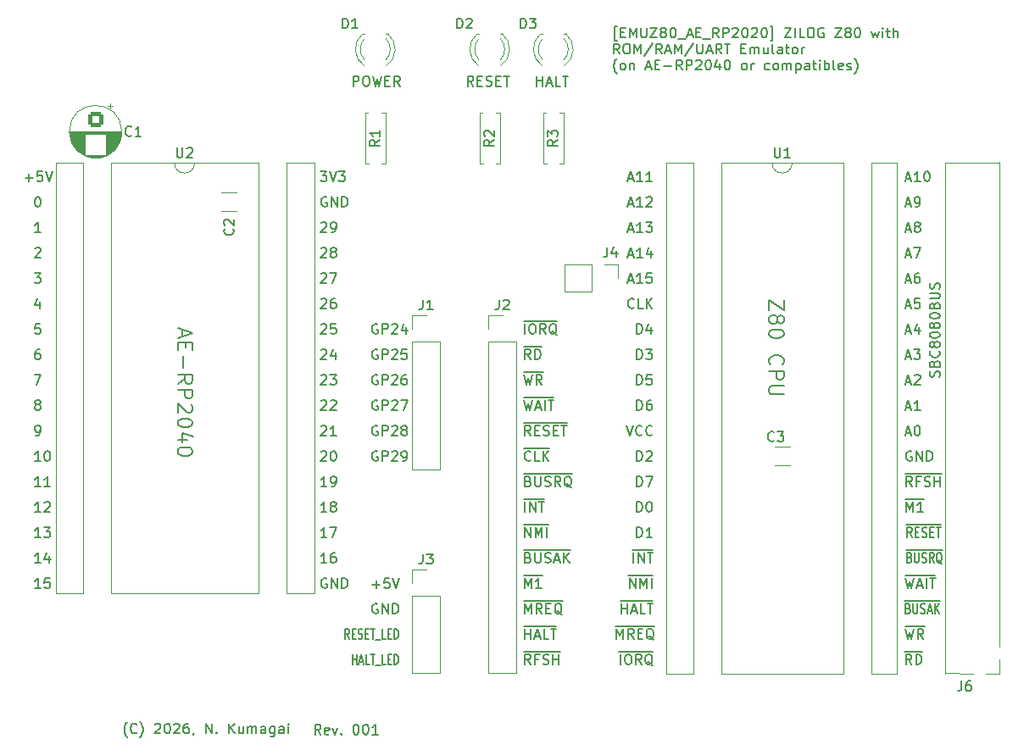
<source format=gto>
G04 #@! TF.GenerationSoftware,KiCad,Pcbnew,9.0.2*
G04 #@! TF.CreationDate,2026-02-09T22:21:52+09:00*
G04 #@! TF.ProjectId,EMUZ80_RP2040,454d555a-3830-45f5-9250-323034302e6b,Rev001*
G04 #@! TF.SameCoordinates,Original*
G04 #@! TF.FileFunction,Legend,Top*
G04 #@! TF.FilePolarity,Positive*
%FSLAX46Y46*%
G04 Gerber Fmt 4.6, Leading zero omitted, Abs format (unit mm)*
G04 Created by KiCad (PCBNEW 9.0.2) date 2026-02-09 22:21:52*
%MOMM*%
%LPD*%
G01*
G04 APERTURE LIST*
G04 Aperture macros list*
%AMRoundRect*
0 Rectangle with rounded corners*
0 $1 Rounding radius*
0 $2 $3 $4 $5 $6 $7 $8 $9 X,Y pos of 4 corners*
0 Add a 4 corners polygon primitive as box body*
4,1,4,$2,$3,$4,$5,$6,$7,$8,$9,$2,$3,0*
0 Add four circle primitives for the rounded corners*
1,1,$1+$1,$2,$3*
1,1,$1+$1,$4,$5*
1,1,$1+$1,$6,$7*
1,1,$1+$1,$8,$9*
0 Add four rect primitives between the rounded corners*
20,1,$1+$1,$2,$3,$4,$5,0*
20,1,$1+$1,$4,$5,$6,$7,0*
20,1,$1+$1,$6,$7,$8,$9,0*
20,1,$1+$1,$8,$9,$2,$3,0*%
G04 Aperture macros list end*
%ADD10C,0.160000*%
%ADD11C,0.153000*%
%ADD12C,0.120000*%
%ADD13C,0.100000*%
%ADD14R,1.800000X1.800000*%
%ADD15C,1.800000*%
%ADD16R,1.700000X1.700000*%
%ADD17C,1.700000*%
%ADD18C,1.600000*%
%ADD19C,3.500000*%
%ADD20R,2.400000X1.200000*%
%ADD21O,2.400000X1.200000*%
%ADD22RoundRect,0.250000X-0.550000X0.550000X-0.550000X-0.550000X0.550000X-0.550000X0.550000X0.550000X0*%
%ADD23C,1.270000*%
%ADD24C,0.400000*%
G04 APERTURE END LIST*
D10*
X165065451Y-102134299D02*
X165065451Y-101134299D01*
X165065451Y-101134299D02*
X165303546Y-101134299D01*
X165303546Y-101134299D02*
X165446403Y-101181918D01*
X165446403Y-101181918D02*
X165541641Y-101277156D01*
X165541641Y-101277156D02*
X165589260Y-101372394D01*
X165589260Y-101372394D02*
X165636879Y-101562870D01*
X165636879Y-101562870D02*
X165636879Y-101705727D01*
X165636879Y-101705727D02*
X165589260Y-101896203D01*
X165589260Y-101896203D02*
X165541641Y-101991441D01*
X165541641Y-101991441D02*
X165446403Y-102086680D01*
X165446403Y-102086680D02*
X165303546Y-102134299D01*
X165303546Y-102134299D02*
X165065451Y-102134299D01*
X165970213Y-101134299D02*
X166589260Y-101134299D01*
X166589260Y-101134299D02*
X166255927Y-101515251D01*
X166255927Y-101515251D02*
X166398784Y-101515251D01*
X166398784Y-101515251D02*
X166494022Y-101562870D01*
X166494022Y-101562870D02*
X166541641Y-101610489D01*
X166541641Y-101610489D02*
X166589260Y-101705727D01*
X166589260Y-101705727D02*
X166589260Y-101943822D01*
X166589260Y-101943822D02*
X166541641Y-102039060D01*
X166541641Y-102039060D02*
X166494022Y-102086680D01*
X166494022Y-102086680D02*
X166398784Y-102134299D01*
X166398784Y-102134299D02*
X166113070Y-102134299D01*
X166113070Y-102134299D02*
X166017832Y-102086680D01*
X166017832Y-102086680D02*
X165970213Y-102039060D01*
X133525739Y-88529537D02*
X133573358Y-88481918D01*
X133573358Y-88481918D02*
X133668596Y-88434299D01*
X133668596Y-88434299D02*
X133906691Y-88434299D01*
X133906691Y-88434299D02*
X134001929Y-88481918D01*
X134001929Y-88481918D02*
X134049548Y-88529537D01*
X134049548Y-88529537D02*
X134097167Y-88624775D01*
X134097167Y-88624775D02*
X134097167Y-88720013D01*
X134097167Y-88720013D02*
X134049548Y-88862870D01*
X134049548Y-88862870D02*
X133478120Y-89434299D01*
X133478120Y-89434299D02*
X134097167Y-89434299D01*
X134573358Y-89434299D02*
X134763834Y-89434299D01*
X134763834Y-89434299D02*
X134859072Y-89386680D01*
X134859072Y-89386680D02*
X134906691Y-89339060D01*
X134906691Y-89339060D02*
X135001929Y-89196203D01*
X135001929Y-89196203D02*
X135049548Y-89005727D01*
X135049548Y-89005727D02*
X135049548Y-88624775D01*
X135049548Y-88624775D02*
X135001929Y-88529537D01*
X135001929Y-88529537D02*
X134954310Y-88481918D01*
X134954310Y-88481918D02*
X134859072Y-88434299D01*
X134859072Y-88434299D02*
X134668596Y-88434299D01*
X134668596Y-88434299D02*
X134573358Y-88481918D01*
X134573358Y-88481918D02*
X134525739Y-88529537D01*
X134525739Y-88529537D02*
X134478120Y-88624775D01*
X134478120Y-88624775D02*
X134478120Y-88862870D01*
X134478120Y-88862870D02*
X134525739Y-88958108D01*
X134525739Y-88958108D02*
X134573358Y-89005727D01*
X134573358Y-89005727D02*
X134668596Y-89053346D01*
X134668596Y-89053346D02*
X134859072Y-89053346D01*
X134859072Y-89053346D02*
X134954310Y-89005727D01*
X134954310Y-89005727D02*
X135001929Y-88958108D01*
X135001929Y-88958108D02*
X135049548Y-88862870D01*
X191945739Y-91688584D02*
X192421929Y-91688584D01*
X191850501Y-91974299D02*
X192183834Y-90974299D01*
X192183834Y-90974299D02*
X192517167Y-91974299D01*
X192755263Y-90974299D02*
X193421929Y-90974299D01*
X193421929Y-90974299D02*
X192993358Y-91974299D01*
X133525739Y-98689537D02*
X133573358Y-98641918D01*
X133573358Y-98641918D02*
X133668596Y-98594299D01*
X133668596Y-98594299D02*
X133906691Y-98594299D01*
X133906691Y-98594299D02*
X134001929Y-98641918D01*
X134001929Y-98641918D02*
X134049548Y-98689537D01*
X134049548Y-98689537D02*
X134097167Y-98784775D01*
X134097167Y-98784775D02*
X134097167Y-98880013D01*
X134097167Y-98880013D02*
X134049548Y-99022870D01*
X134049548Y-99022870D02*
X133478120Y-99594299D01*
X133478120Y-99594299D02*
X134097167Y-99594299D01*
X135001929Y-98594299D02*
X134525739Y-98594299D01*
X134525739Y-98594299D02*
X134478120Y-99070489D01*
X134478120Y-99070489D02*
X134525739Y-99022870D01*
X134525739Y-99022870D02*
X134620977Y-98975251D01*
X134620977Y-98975251D02*
X134859072Y-98975251D01*
X134859072Y-98975251D02*
X134954310Y-99022870D01*
X134954310Y-99022870D02*
X135001929Y-99070489D01*
X135001929Y-99070489D02*
X135049548Y-99165727D01*
X135049548Y-99165727D02*
X135049548Y-99403822D01*
X135049548Y-99403822D02*
X135001929Y-99499060D01*
X135001929Y-99499060D02*
X134954310Y-99546680D01*
X134954310Y-99546680D02*
X134859072Y-99594299D01*
X134859072Y-99594299D02*
X134620977Y-99594299D01*
X134620977Y-99594299D02*
X134525739Y-99546680D01*
X134525739Y-99546680D02*
X134478120Y-99499060D01*
X105522167Y-89434299D02*
X104950739Y-89434299D01*
X105236453Y-89434299D02*
X105236453Y-88434299D01*
X105236453Y-88434299D02*
X105141215Y-88577156D01*
X105141215Y-88577156D02*
X105045977Y-88672394D01*
X105045977Y-88672394D02*
X104950739Y-88720013D01*
X136748358Y-74829299D02*
X136748358Y-73829299D01*
X136748358Y-73829299D02*
X137129310Y-73829299D01*
X137129310Y-73829299D02*
X137224548Y-73876918D01*
X137224548Y-73876918D02*
X137272167Y-73924537D01*
X137272167Y-73924537D02*
X137319786Y-74019775D01*
X137319786Y-74019775D02*
X137319786Y-74162632D01*
X137319786Y-74162632D02*
X137272167Y-74257870D01*
X137272167Y-74257870D02*
X137224548Y-74305489D01*
X137224548Y-74305489D02*
X137129310Y-74353108D01*
X137129310Y-74353108D02*
X136748358Y-74353108D01*
X137938834Y-73829299D02*
X138129310Y-73829299D01*
X138129310Y-73829299D02*
X138224548Y-73876918D01*
X138224548Y-73876918D02*
X138319786Y-73972156D01*
X138319786Y-73972156D02*
X138367405Y-74162632D01*
X138367405Y-74162632D02*
X138367405Y-74495965D01*
X138367405Y-74495965D02*
X138319786Y-74686441D01*
X138319786Y-74686441D02*
X138224548Y-74781680D01*
X138224548Y-74781680D02*
X138129310Y-74829299D01*
X138129310Y-74829299D02*
X137938834Y-74829299D01*
X137938834Y-74829299D02*
X137843596Y-74781680D01*
X137843596Y-74781680D02*
X137748358Y-74686441D01*
X137748358Y-74686441D02*
X137700739Y-74495965D01*
X137700739Y-74495965D02*
X137700739Y-74162632D01*
X137700739Y-74162632D02*
X137748358Y-73972156D01*
X137748358Y-73972156D02*
X137843596Y-73876918D01*
X137843596Y-73876918D02*
X137938834Y-73829299D01*
X138700739Y-73829299D02*
X138938834Y-74829299D01*
X138938834Y-74829299D02*
X139129310Y-74115013D01*
X139129310Y-74115013D02*
X139319786Y-74829299D01*
X139319786Y-74829299D02*
X139557882Y-73829299D01*
X139938834Y-74305489D02*
X140272167Y-74305489D01*
X140415024Y-74829299D02*
X139938834Y-74829299D01*
X139938834Y-74829299D02*
X139938834Y-73829299D01*
X139938834Y-73829299D02*
X140415024Y-73829299D01*
X141415024Y-74829299D02*
X141081691Y-74353108D01*
X140843596Y-74829299D02*
X140843596Y-73829299D01*
X140843596Y-73829299D02*
X141224548Y-73829299D01*
X141224548Y-73829299D02*
X141319786Y-73876918D01*
X141319786Y-73876918D02*
X141367405Y-73924537D01*
X141367405Y-73924537D02*
X141415024Y-74019775D01*
X141415024Y-74019775D02*
X141415024Y-74162632D01*
X141415024Y-74162632D02*
X141367405Y-74257870D01*
X141367405Y-74257870D02*
X141319786Y-74305489D01*
X141319786Y-74305489D02*
X141224548Y-74353108D01*
X141224548Y-74353108D02*
X140843596Y-74353108D01*
X191945739Y-84068584D02*
X192421929Y-84068584D01*
X191850501Y-84354299D02*
X192183834Y-83354299D01*
X192183834Y-83354299D02*
X192517167Y-84354299D01*
X193374310Y-84354299D02*
X192802882Y-84354299D01*
X193088596Y-84354299D02*
X193088596Y-83354299D01*
X193088596Y-83354299D02*
X192993358Y-83497156D01*
X192993358Y-83497156D02*
X192898120Y-83592394D01*
X192898120Y-83592394D02*
X192802882Y-83640013D01*
X193993358Y-83354299D02*
X194088596Y-83354299D01*
X194088596Y-83354299D02*
X194183834Y-83401918D01*
X194183834Y-83401918D02*
X194231453Y-83449537D01*
X194231453Y-83449537D02*
X194279072Y-83544775D01*
X194279072Y-83544775D02*
X194326691Y-83735251D01*
X194326691Y-83735251D02*
X194326691Y-83973346D01*
X194326691Y-83973346D02*
X194279072Y-84163822D01*
X194279072Y-84163822D02*
X194231453Y-84259060D01*
X194231453Y-84259060D02*
X194183834Y-84306680D01*
X194183834Y-84306680D02*
X194088596Y-84354299D01*
X194088596Y-84354299D02*
X193993358Y-84354299D01*
X193993358Y-84354299D02*
X193898120Y-84306680D01*
X193898120Y-84306680D02*
X193850501Y-84259060D01*
X193850501Y-84259060D02*
X193802882Y-84163822D01*
X193802882Y-84163822D02*
X193755263Y-83973346D01*
X193755263Y-83973346D02*
X193755263Y-83735251D01*
X193755263Y-83735251D02*
X193802882Y-83544775D01*
X193802882Y-83544775D02*
X193850501Y-83449537D01*
X193850501Y-83449537D02*
X193898120Y-83401918D01*
X193898120Y-83401918D02*
X193993358Y-83354299D01*
X191945739Y-104388584D02*
X192421929Y-104388584D01*
X191850501Y-104674299D02*
X192183834Y-103674299D01*
X192183834Y-103674299D02*
X192517167Y-104674299D01*
X192802882Y-103769537D02*
X192850501Y-103721918D01*
X192850501Y-103721918D02*
X192945739Y-103674299D01*
X192945739Y-103674299D02*
X193183834Y-103674299D01*
X193183834Y-103674299D02*
X193279072Y-103721918D01*
X193279072Y-103721918D02*
X193326691Y-103769537D01*
X193326691Y-103769537D02*
X193374310Y-103864775D01*
X193374310Y-103864775D02*
X193374310Y-103960013D01*
X193374310Y-103960013D02*
X193326691Y-104102870D01*
X193326691Y-104102870D02*
X192755263Y-104674299D01*
X192755263Y-104674299D02*
X193374310Y-104674299D01*
X105426929Y-96387632D02*
X105426929Y-97054299D01*
X105188834Y-96006680D02*
X104950739Y-96720965D01*
X104950739Y-96720965D02*
X105569786Y-96720965D01*
X133525739Y-101229537D02*
X133573358Y-101181918D01*
X133573358Y-101181918D02*
X133668596Y-101134299D01*
X133668596Y-101134299D02*
X133906691Y-101134299D01*
X133906691Y-101134299D02*
X134001929Y-101181918D01*
X134001929Y-101181918D02*
X134049548Y-101229537D01*
X134049548Y-101229537D02*
X134097167Y-101324775D01*
X134097167Y-101324775D02*
X134097167Y-101420013D01*
X134097167Y-101420013D02*
X134049548Y-101562870D01*
X134049548Y-101562870D02*
X133478120Y-102134299D01*
X133478120Y-102134299D02*
X134097167Y-102134299D01*
X134954310Y-101467632D02*
X134954310Y-102134299D01*
X134716215Y-101086680D02*
X134478120Y-101800965D01*
X134478120Y-101800965D02*
X135097167Y-101800965D01*
X138653358Y-124613346D02*
X139415263Y-124613346D01*
X139034310Y-124994299D02*
X139034310Y-124232394D01*
X140367643Y-123994299D02*
X139891453Y-123994299D01*
X139891453Y-123994299D02*
X139843834Y-124470489D01*
X139843834Y-124470489D02*
X139891453Y-124422870D01*
X139891453Y-124422870D02*
X139986691Y-124375251D01*
X139986691Y-124375251D02*
X140224786Y-124375251D01*
X140224786Y-124375251D02*
X140320024Y-124422870D01*
X140320024Y-124422870D02*
X140367643Y-124470489D01*
X140367643Y-124470489D02*
X140415262Y-124565727D01*
X140415262Y-124565727D02*
X140415262Y-124803822D01*
X140415262Y-124803822D02*
X140367643Y-124899060D01*
X140367643Y-124899060D02*
X140320024Y-124946680D01*
X140320024Y-124946680D02*
X140224786Y-124994299D01*
X140224786Y-124994299D02*
X139986691Y-124994299D01*
X139986691Y-124994299D02*
X139891453Y-124946680D01*
X139891453Y-124946680D02*
X139843834Y-124899060D01*
X140700977Y-123994299D02*
X141034310Y-124994299D01*
X141034310Y-124994299D02*
X141367643Y-123994299D01*
X165065451Y-99594299D02*
X165065451Y-98594299D01*
X165065451Y-98594299D02*
X165303546Y-98594299D01*
X165303546Y-98594299D02*
X165446403Y-98641918D01*
X165446403Y-98641918D02*
X165541641Y-98737156D01*
X165541641Y-98737156D02*
X165589260Y-98832394D01*
X165589260Y-98832394D02*
X165636879Y-99022870D01*
X165636879Y-99022870D02*
X165636879Y-99165727D01*
X165636879Y-99165727D02*
X165589260Y-99356203D01*
X165589260Y-99356203D02*
X165541641Y-99451441D01*
X165541641Y-99451441D02*
X165446403Y-99546680D01*
X165446403Y-99546680D02*
X165303546Y-99594299D01*
X165303546Y-99594299D02*
X165065451Y-99594299D01*
X166494022Y-98927632D02*
X166494022Y-99594299D01*
X166255927Y-98546680D02*
X166017832Y-99260965D01*
X166017832Y-99260965D02*
X166636879Y-99260965D01*
X139177167Y-98641918D02*
X139081929Y-98594299D01*
X139081929Y-98594299D02*
X138939072Y-98594299D01*
X138939072Y-98594299D02*
X138796215Y-98641918D01*
X138796215Y-98641918D02*
X138700977Y-98737156D01*
X138700977Y-98737156D02*
X138653358Y-98832394D01*
X138653358Y-98832394D02*
X138605739Y-99022870D01*
X138605739Y-99022870D02*
X138605739Y-99165727D01*
X138605739Y-99165727D02*
X138653358Y-99356203D01*
X138653358Y-99356203D02*
X138700977Y-99451441D01*
X138700977Y-99451441D02*
X138796215Y-99546680D01*
X138796215Y-99546680D02*
X138939072Y-99594299D01*
X138939072Y-99594299D02*
X139034310Y-99594299D01*
X139034310Y-99594299D02*
X139177167Y-99546680D01*
X139177167Y-99546680D02*
X139224786Y-99499060D01*
X139224786Y-99499060D02*
X139224786Y-99165727D01*
X139224786Y-99165727D02*
X139034310Y-99165727D01*
X139653358Y-99594299D02*
X139653358Y-98594299D01*
X139653358Y-98594299D02*
X140034310Y-98594299D01*
X140034310Y-98594299D02*
X140129548Y-98641918D01*
X140129548Y-98641918D02*
X140177167Y-98689537D01*
X140177167Y-98689537D02*
X140224786Y-98784775D01*
X140224786Y-98784775D02*
X140224786Y-98927632D01*
X140224786Y-98927632D02*
X140177167Y-99022870D01*
X140177167Y-99022870D02*
X140129548Y-99070489D01*
X140129548Y-99070489D02*
X140034310Y-99118108D01*
X140034310Y-99118108D02*
X139653358Y-99118108D01*
X140605739Y-98689537D02*
X140653358Y-98641918D01*
X140653358Y-98641918D02*
X140748596Y-98594299D01*
X140748596Y-98594299D02*
X140986691Y-98594299D01*
X140986691Y-98594299D02*
X141081929Y-98641918D01*
X141081929Y-98641918D02*
X141129548Y-98689537D01*
X141129548Y-98689537D02*
X141177167Y-98784775D01*
X141177167Y-98784775D02*
X141177167Y-98880013D01*
X141177167Y-98880013D02*
X141129548Y-99022870D01*
X141129548Y-99022870D02*
X140558120Y-99594299D01*
X140558120Y-99594299D02*
X141177167Y-99594299D01*
X142034310Y-98927632D02*
X142034310Y-99594299D01*
X141796215Y-98546680D02*
X141558120Y-99260965D01*
X141558120Y-99260965D02*
X142177167Y-99260965D01*
X134097167Y-124041918D02*
X134001929Y-123994299D01*
X134001929Y-123994299D02*
X133859072Y-123994299D01*
X133859072Y-123994299D02*
X133716215Y-124041918D01*
X133716215Y-124041918D02*
X133620977Y-124137156D01*
X133620977Y-124137156D02*
X133573358Y-124232394D01*
X133573358Y-124232394D02*
X133525739Y-124422870D01*
X133525739Y-124422870D02*
X133525739Y-124565727D01*
X133525739Y-124565727D02*
X133573358Y-124756203D01*
X133573358Y-124756203D02*
X133620977Y-124851441D01*
X133620977Y-124851441D02*
X133716215Y-124946680D01*
X133716215Y-124946680D02*
X133859072Y-124994299D01*
X133859072Y-124994299D02*
X133954310Y-124994299D01*
X133954310Y-124994299D02*
X134097167Y-124946680D01*
X134097167Y-124946680D02*
X134144786Y-124899060D01*
X134144786Y-124899060D02*
X134144786Y-124565727D01*
X134144786Y-124565727D02*
X133954310Y-124565727D01*
X134573358Y-124994299D02*
X134573358Y-123994299D01*
X134573358Y-123994299D02*
X135144786Y-124994299D01*
X135144786Y-124994299D02*
X135144786Y-123994299D01*
X135620977Y-124994299D02*
X135620977Y-123994299D01*
X135620977Y-123994299D02*
X135859072Y-123994299D01*
X135859072Y-123994299D02*
X136001929Y-124041918D01*
X136001929Y-124041918D02*
X136097167Y-124137156D01*
X136097167Y-124137156D02*
X136144786Y-124232394D01*
X136144786Y-124232394D02*
X136192405Y-124422870D01*
X136192405Y-124422870D02*
X136192405Y-124565727D01*
X136192405Y-124565727D02*
X136144786Y-124756203D01*
X136144786Y-124756203D02*
X136097167Y-124851441D01*
X136097167Y-124851441D02*
X136001929Y-124946680D01*
X136001929Y-124946680D02*
X135859072Y-124994299D01*
X135859072Y-124994299D02*
X135620977Y-124994299D01*
X191993358Y-117374299D02*
X191993358Y-116374299D01*
X191993358Y-116374299D02*
X192326691Y-117088584D01*
X192326691Y-117088584D02*
X192660024Y-116374299D01*
X192660024Y-116374299D02*
X192660024Y-117374299D01*
X193660024Y-117374299D02*
X193088596Y-117374299D01*
X193374310Y-117374299D02*
X193374310Y-116374299D01*
X193374310Y-116374299D02*
X193279072Y-116517156D01*
X193279072Y-116517156D02*
X193183834Y-116612394D01*
X193183834Y-116612394D02*
X193088596Y-116660013D01*
X191855263Y-116096680D02*
X193750501Y-116096680D01*
X165065451Y-117374299D02*
X165065451Y-116374299D01*
X165065451Y-116374299D02*
X165303546Y-116374299D01*
X165303546Y-116374299D02*
X165446403Y-116421918D01*
X165446403Y-116421918D02*
X165541641Y-116517156D01*
X165541641Y-116517156D02*
X165589260Y-116612394D01*
X165589260Y-116612394D02*
X165636879Y-116802870D01*
X165636879Y-116802870D02*
X165636879Y-116945727D01*
X165636879Y-116945727D02*
X165589260Y-117136203D01*
X165589260Y-117136203D02*
X165541641Y-117231441D01*
X165541641Y-117231441D02*
X165446403Y-117326680D01*
X165446403Y-117326680D02*
X165303546Y-117374299D01*
X165303546Y-117374299D02*
X165065451Y-117374299D01*
X166255927Y-116374299D02*
X166351165Y-116374299D01*
X166351165Y-116374299D02*
X166446403Y-116421918D01*
X166446403Y-116421918D02*
X166494022Y-116469537D01*
X166494022Y-116469537D02*
X166541641Y-116564775D01*
X166541641Y-116564775D02*
X166589260Y-116755251D01*
X166589260Y-116755251D02*
X166589260Y-116993346D01*
X166589260Y-116993346D02*
X166541641Y-117183822D01*
X166541641Y-117183822D02*
X166494022Y-117279060D01*
X166494022Y-117279060D02*
X166446403Y-117326680D01*
X166446403Y-117326680D02*
X166351165Y-117374299D01*
X166351165Y-117374299D02*
X166255927Y-117374299D01*
X166255927Y-117374299D02*
X166160689Y-117326680D01*
X166160689Y-117326680D02*
X166113070Y-117279060D01*
X166113070Y-117279060D02*
X166065451Y-117183822D01*
X166065451Y-117183822D02*
X166017832Y-116993346D01*
X166017832Y-116993346D02*
X166017832Y-116755251D01*
X166017832Y-116755251D02*
X166065451Y-116564775D01*
X166065451Y-116564775D02*
X166113070Y-116469537D01*
X166113070Y-116469537D02*
X166160689Y-116421918D01*
X166160689Y-116421918D02*
X166255927Y-116374299D01*
X104903120Y-103674299D02*
X105569786Y-103674299D01*
X105569786Y-103674299D02*
X105141215Y-104674299D01*
X154464786Y-102134299D02*
X154131453Y-101658108D01*
X153893358Y-102134299D02*
X153893358Y-101134299D01*
X153893358Y-101134299D02*
X154274310Y-101134299D01*
X154274310Y-101134299D02*
X154369548Y-101181918D01*
X154369548Y-101181918D02*
X154417167Y-101229537D01*
X154417167Y-101229537D02*
X154464786Y-101324775D01*
X154464786Y-101324775D02*
X154464786Y-101467632D01*
X154464786Y-101467632D02*
X154417167Y-101562870D01*
X154417167Y-101562870D02*
X154369548Y-101610489D01*
X154369548Y-101610489D02*
X154274310Y-101658108D01*
X154274310Y-101658108D02*
X153893358Y-101658108D01*
X154893358Y-102134299D02*
X154893358Y-101134299D01*
X154893358Y-101134299D02*
X155131453Y-101134299D01*
X155131453Y-101134299D02*
X155274310Y-101181918D01*
X155274310Y-101181918D02*
X155369548Y-101277156D01*
X155369548Y-101277156D02*
X155417167Y-101372394D01*
X155417167Y-101372394D02*
X155464786Y-101562870D01*
X155464786Y-101562870D02*
X155464786Y-101705727D01*
X155464786Y-101705727D02*
X155417167Y-101896203D01*
X155417167Y-101896203D02*
X155369548Y-101991441D01*
X155369548Y-101991441D02*
X155274310Y-102086680D01*
X155274310Y-102086680D02*
X155131453Y-102134299D01*
X155131453Y-102134299D02*
X154893358Y-102134299D01*
X153755263Y-100856680D02*
X155555263Y-100856680D01*
X104950739Y-91069537D02*
X104998358Y-91021918D01*
X104998358Y-91021918D02*
X105093596Y-90974299D01*
X105093596Y-90974299D02*
X105331691Y-90974299D01*
X105331691Y-90974299D02*
X105426929Y-91021918D01*
X105426929Y-91021918D02*
X105474548Y-91069537D01*
X105474548Y-91069537D02*
X105522167Y-91164775D01*
X105522167Y-91164775D02*
X105522167Y-91260013D01*
X105522167Y-91260013D02*
X105474548Y-91402870D01*
X105474548Y-91402870D02*
X104903120Y-91974299D01*
X104903120Y-91974299D02*
X105522167Y-91974299D01*
X154226691Y-114310489D02*
X154369548Y-114358108D01*
X154369548Y-114358108D02*
X154417167Y-114405727D01*
X154417167Y-114405727D02*
X154464786Y-114500965D01*
X154464786Y-114500965D02*
X154464786Y-114643822D01*
X154464786Y-114643822D02*
X154417167Y-114739060D01*
X154417167Y-114739060D02*
X154369548Y-114786680D01*
X154369548Y-114786680D02*
X154274310Y-114834299D01*
X154274310Y-114834299D02*
X153893358Y-114834299D01*
X153893358Y-114834299D02*
X153893358Y-113834299D01*
X153893358Y-113834299D02*
X154226691Y-113834299D01*
X154226691Y-113834299D02*
X154321929Y-113881918D01*
X154321929Y-113881918D02*
X154369548Y-113929537D01*
X154369548Y-113929537D02*
X154417167Y-114024775D01*
X154417167Y-114024775D02*
X154417167Y-114120013D01*
X154417167Y-114120013D02*
X154369548Y-114215251D01*
X154369548Y-114215251D02*
X154321929Y-114262870D01*
X154321929Y-114262870D02*
X154226691Y-114310489D01*
X154226691Y-114310489D02*
X153893358Y-114310489D01*
X154893358Y-113834299D02*
X154893358Y-114643822D01*
X154893358Y-114643822D02*
X154940977Y-114739060D01*
X154940977Y-114739060D02*
X154988596Y-114786680D01*
X154988596Y-114786680D02*
X155083834Y-114834299D01*
X155083834Y-114834299D02*
X155274310Y-114834299D01*
X155274310Y-114834299D02*
X155369548Y-114786680D01*
X155369548Y-114786680D02*
X155417167Y-114739060D01*
X155417167Y-114739060D02*
X155464786Y-114643822D01*
X155464786Y-114643822D02*
X155464786Y-113834299D01*
X155893358Y-114786680D02*
X156036215Y-114834299D01*
X156036215Y-114834299D02*
X156274310Y-114834299D01*
X156274310Y-114834299D02*
X156369548Y-114786680D01*
X156369548Y-114786680D02*
X156417167Y-114739060D01*
X156417167Y-114739060D02*
X156464786Y-114643822D01*
X156464786Y-114643822D02*
X156464786Y-114548584D01*
X156464786Y-114548584D02*
X156417167Y-114453346D01*
X156417167Y-114453346D02*
X156369548Y-114405727D01*
X156369548Y-114405727D02*
X156274310Y-114358108D01*
X156274310Y-114358108D02*
X156083834Y-114310489D01*
X156083834Y-114310489D02*
X155988596Y-114262870D01*
X155988596Y-114262870D02*
X155940977Y-114215251D01*
X155940977Y-114215251D02*
X155893358Y-114120013D01*
X155893358Y-114120013D02*
X155893358Y-114024775D01*
X155893358Y-114024775D02*
X155940977Y-113929537D01*
X155940977Y-113929537D02*
X155988596Y-113881918D01*
X155988596Y-113881918D02*
X156083834Y-113834299D01*
X156083834Y-113834299D02*
X156321929Y-113834299D01*
X156321929Y-113834299D02*
X156464786Y-113881918D01*
X157464786Y-114834299D02*
X157131453Y-114358108D01*
X156893358Y-114834299D02*
X156893358Y-113834299D01*
X156893358Y-113834299D02*
X157274310Y-113834299D01*
X157274310Y-113834299D02*
X157369548Y-113881918D01*
X157369548Y-113881918D02*
X157417167Y-113929537D01*
X157417167Y-113929537D02*
X157464786Y-114024775D01*
X157464786Y-114024775D02*
X157464786Y-114167632D01*
X157464786Y-114167632D02*
X157417167Y-114262870D01*
X157417167Y-114262870D02*
X157369548Y-114310489D01*
X157369548Y-114310489D02*
X157274310Y-114358108D01*
X157274310Y-114358108D02*
X156893358Y-114358108D01*
X158560024Y-114929537D02*
X158464786Y-114881918D01*
X158464786Y-114881918D02*
X158369548Y-114786680D01*
X158369548Y-114786680D02*
X158226691Y-114643822D01*
X158226691Y-114643822D02*
X158131453Y-114596203D01*
X158131453Y-114596203D02*
X158036215Y-114596203D01*
X158083834Y-114834299D02*
X157988596Y-114786680D01*
X157988596Y-114786680D02*
X157893358Y-114691441D01*
X157893358Y-114691441D02*
X157845739Y-114500965D01*
X157845739Y-114500965D02*
X157845739Y-114167632D01*
X157845739Y-114167632D02*
X157893358Y-113977156D01*
X157893358Y-113977156D02*
X157988596Y-113881918D01*
X157988596Y-113881918D02*
X158083834Y-113834299D01*
X158083834Y-113834299D02*
X158274310Y-113834299D01*
X158274310Y-113834299D02*
X158369548Y-113881918D01*
X158369548Y-113881918D02*
X158464786Y-113977156D01*
X158464786Y-113977156D02*
X158512405Y-114167632D01*
X158512405Y-114167632D02*
X158512405Y-114500965D01*
X158512405Y-114500965D02*
X158464786Y-114691441D01*
X158464786Y-114691441D02*
X158369548Y-114786680D01*
X158369548Y-114786680D02*
X158274310Y-114834299D01*
X158274310Y-114834299D02*
X158083834Y-114834299D01*
X153755263Y-113556680D02*
X158602882Y-113556680D01*
X154226691Y-121930489D02*
X154369548Y-121978108D01*
X154369548Y-121978108D02*
X154417167Y-122025727D01*
X154417167Y-122025727D02*
X154464786Y-122120965D01*
X154464786Y-122120965D02*
X154464786Y-122263822D01*
X154464786Y-122263822D02*
X154417167Y-122359060D01*
X154417167Y-122359060D02*
X154369548Y-122406680D01*
X154369548Y-122406680D02*
X154274310Y-122454299D01*
X154274310Y-122454299D02*
X153893358Y-122454299D01*
X153893358Y-122454299D02*
X153893358Y-121454299D01*
X153893358Y-121454299D02*
X154226691Y-121454299D01*
X154226691Y-121454299D02*
X154321929Y-121501918D01*
X154321929Y-121501918D02*
X154369548Y-121549537D01*
X154369548Y-121549537D02*
X154417167Y-121644775D01*
X154417167Y-121644775D02*
X154417167Y-121740013D01*
X154417167Y-121740013D02*
X154369548Y-121835251D01*
X154369548Y-121835251D02*
X154321929Y-121882870D01*
X154321929Y-121882870D02*
X154226691Y-121930489D01*
X154226691Y-121930489D02*
X153893358Y-121930489D01*
X154893358Y-121454299D02*
X154893358Y-122263822D01*
X154893358Y-122263822D02*
X154940977Y-122359060D01*
X154940977Y-122359060D02*
X154988596Y-122406680D01*
X154988596Y-122406680D02*
X155083834Y-122454299D01*
X155083834Y-122454299D02*
X155274310Y-122454299D01*
X155274310Y-122454299D02*
X155369548Y-122406680D01*
X155369548Y-122406680D02*
X155417167Y-122359060D01*
X155417167Y-122359060D02*
X155464786Y-122263822D01*
X155464786Y-122263822D02*
X155464786Y-121454299D01*
X155893358Y-122406680D02*
X156036215Y-122454299D01*
X156036215Y-122454299D02*
X156274310Y-122454299D01*
X156274310Y-122454299D02*
X156369548Y-122406680D01*
X156369548Y-122406680D02*
X156417167Y-122359060D01*
X156417167Y-122359060D02*
X156464786Y-122263822D01*
X156464786Y-122263822D02*
X156464786Y-122168584D01*
X156464786Y-122168584D02*
X156417167Y-122073346D01*
X156417167Y-122073346D02*
X156369548Y-122025727D01*
X156369548Y-122025727D02*
X156274310Y-121978108D01*
X156274310Y-121978108D02*
X156083834Y-121930489D01*
X156083834Y-121930489D02*
X155988596Y-121882870D01*
X155988596Y-121882870D02*
X155940977Y-121835251D01*
X155940977Y-121835251D02*
X155893358Y-121740013D01*
X155893358Y-121740013D02*
X155893358Y-121644775D01*
X155893358Y-121644775D02*
X155940977Y-121549537D01*
X155940977Y-121549537D02*
X155988596Y-121501918D01*
X155988596Y-121501918D02*
X156083834Y-121454299D01*
X156083834Y-121454299D02*
X156321929Y-121454299D01*
X156321929Y-121454299D02*
X156464786Y-121501918D01*
X156845739Y-122168584D02*
X157321929Y-122168584D01*
X156750501Y-122454299D02*
X157083834Y-121454299D01*
X157083834Y-121454299D02*
X157417167Y-122454299D01*
X157750501Y-122454299D02*
X157750501Y-121454299D01*
X158321929Y-122454299D02*
X157893358Y-121882870D01*
X158321929Y-121454299D02*
X157750501Y-122025727D01*
X153755263Y-121176680D02*
X158412406Y-121176680D01*
X133478120Y-83354299D02*
X134097167Y-83354299D01*
X134097167Y-83354299D02*
X133763834Y-83735251D01*
X133763834Y-83735251D02*
X133906691Y-83735251D01*
X133906691Y-83735251D02*
X134001929Y-83782870D01*
X134001929Y-83782870D02*
X134049548Y-83830489D01*
X134049548Y-83830489D02*
X134097167Y-83925727D01*
X134097167Y-83925727D02*
X134097167Y-84163822D01*
X134097167Y-84163822D02*
X134049548Y-84259060D01*
X134049548Y-84259060D02*
X134001929Y-84306680D01*
X134001929Y-84306680D02*
X133906691Y-84354299D01*
X133906691Y-84354299D02*
X133620977Y-84354299D01*
X133620977Y-84354299D02*
X133525739Y-84306680D01*
X133525739Y-84306680D02*
X133478120Y-84259060D01*
X134382882Y-83354299D02*
X134716215Y-84354299D01*
X134716215Y-84354299D02*
X135049548Y-83354299D01*
X135287644Y-83354299D02*
X135906691Y-83354299D01*
X135906691Y-83354299D02*
X135573358Y-83735251D01*
X135573358Y-83735251D02*
X135716215Y-83735251D01*
X135716215Y-83735251D02*
X135811453Y-83782870D01*
X135811453Y-83782870D02*
X135859072Y-83830489D01*
X135859072Y-83830489D02*
X135906691Y-83925727D01*
X135906691Y-83925727D02*
X135906691Y-84163822D01*
X135906691Y-84163822D02*
X135859072Y-84259060D01*
X135859072Y-84259060D02*
X135811453Y-84306680D01*
X135811453Y-84306680D02*
X135716215Y-84354299D01*
X135716215Y-84354299D02*
X135430501Y-84354299D01*
X135430501Y-84354299D02*
X135335263Y-84306680D01*
X135335263Y-84306680D02*
X135287644Y-84259060D01*
X105141215Y-106642870D02*
X105045977Y-106595251D01*
X105045977Y-106595251D02*
X104998358Y-106547632D01*
X104998358Y-106547632D02*
X104950739Y-106452394D01*
X104950739Y-106452394D02*
X104950739Y-106404775D01*
X104950739Y-106404775D02*
X104998358Y-106309537D01*
X104998358Y-106309537D02*
X105045977Y-106261918D01*
X105045977Y-106261918D02*
X105141215Y-106214299D01*
X105141215Y-106214299D02*
X105331691Y-106214299D01*
X105331691Y-106214299D02*
X105426929Y-106261918D01*
X105426929Y-106261918D02*
X105474548Y-106309537D01*
X105474548Y-106309537D02*
X105522167Y-106404775D01*
X105522167Y-106404775D02*
X105522167Y-106452394D01*
X105522167Y-106452394D02*
X105474548Y-106547632D01*
X105474548Y-106547632D02*
X105426929Y-106595251D01*
X105426929Y-106595251D02*
X105331691Y-106642870D01*
X105331691Y-106642870D02*
X105141215Y-106642870D01*
X105141215Y-106642870D02*
X105045977Y-106690489D01*
X105045977Y-106690489D02*
X104998358Y-106738108D01*
X104998358Y-106738108D02*
X104950739Y-106833346D01*
X104950739Y-106833346D02*
X104950739Y-107023822D01*
X104950739Y-107023822D02*
X104998358Y-107119060D01*
X104998358Y-107119060D02*
X105045977Y-107166680D01*
X105045977Y-107166680D02*
X105141215Y-107214299D01*
X105141215Y-107214299D02*
X105331691Y-107214299D01*
X105331691Y-107214299D02*
X105426929Y-107166680D01*
X105426929Y-107166680D02*
X105474548Y-107119060D01*
X105474548Y-107119060D02*
X105522167Y-107023822D01*
X105522167Y-107023822D02*
X105522167Y-106833346D01*
X105522167Y-106833346D02*
X105474548Y-106738108D01*
X105474548Y-106738108D02*
X105426929Y-106690489D01*
X105426929Y-106690489D02*
X105331691Y-106642870D01*
X191945739Y-89148584D02*
X192421929Y-89148584D01*
X191850501Y-89434299D02*
X192183834Y-88434299D01*
X192183834Y-88434299D02*
X192517167Y-89434299D01*
X192993358Y-88862870D02*
X192898120Y-88815251D01*
X192898120Y-88815251D02*
X192850501Y-88767632D01*
X192850501Y-88767632D02*
X192802882Y-88672394D01*
X192802882Y-88672394D02*
X192802882Y-88624775D01*
X192802882Y-88624775D02*
X192850501Y-88529537D01*
X192850501Y-88529537D02*
X192898120Y-88481918D01*
X192898120Y-88481918D02*
X192993358Y-88434299D01*
X192993358Y-88434299D02*
X193183834Y-88434299D01*
X193183834Y-88434299D02*
X193279072Y-88481918D01*
X193279072Y-88481918D02*
X193326691Y-88529537D01*
X193326691Y-88529537D02*
X193374310Y-88624775D01*
X193374310Y-88624775D02*
X193374310Y-88672394D01*
X193374310Y-88672394D02*
X193326691Y-88767632D01*
X193326691Y-88767632D02*
X193279072Y-88815251D01*
X193279072Y-88815251D02*
X193183834Y-88862870D01*
X193183834Y-88862870D02*
X192993358Y-88862870D01*
X192993358Y-88862870D02*
X192898120Y-88910489D01*
X192898120Y-88910489D02*
X192850501Y-88958108D01*
X192850501Y-88958108D02*
X192802882Y-89053346D01*
X192802882Y-89053346D02*
X192802882Y-89243822D01*
X192802882Y-89243822D02*
X192850501Y-89339060D01*
X192850501Y-89339060D02*
X192898120Y-89386680D01*
X192898120Y-89386680D02*
X192993358Y-89434299D01*
X192993358Y-89434299D02*
X193183834Y-89434299D01*
X193183834Y-89434299D02*
X193279072Y-89386680D01*
X193279072Y-89386680D02*
X193326691Y-89339060D01*
X193326691Y-89339060D02*
X193374310Y-89243822D01*
X193374310Y-89243822D02*
X193374310Y-89053346D01*
X193374310Y-89053346D02*
X193326691Y-88958108D01*
X193326691Y-88958108D02*
X193279072Y-88910489D01*
X193279072Y-88910489D02*
X193183834Y-88862870D01*
X134097167Y-85941918D02*
X134001929Y-85894299D01*
X134001929Y-85894299D02*
X133859072Y-85894299D01*
X133859072Y-85894299D02*
X133716215Y-85941918D01*
X133716215Y-85941918D02*
X133620977Y-86037156D01*
X133620977Y-86037156D02*
X133573358Y-86132394D01*
X133573358Y-86132394D02*
X133525739Y-86322870D01*
X133525739Y-86322870D02*
X133525739Y-86465727D01*
X133525739Y-86465727D02*
X133573358Y-86656203D01*
X133573358Y-86656203D02*
X133620977Y-86751441D01*
X133620977Y-86751441D02*
X133716215Y-86846680D01*
X133716215Y-86846680D02*
X133859072Y-86894299D01*
X133859072Y-86894299D02*
X133954310Y-86894299D01*
X133954310Y-86894299D02*
X134097167Y-86846680D01*
X134097167Y-86846680D02*
X134144786Y-86799060D01*
X134144786Y-86799060D02*
X134144786Y-86465727D01*
X134144786Y-86465727D02*
X133954310Y-86465727D01*
X134573358Y-86894299D02*
X134573358Y-85894299D01*
X134573358Y-85894299D02*
X135144786Y-86894299D01*
X135144786Y-86894299D02*
X135144786Y-85894299D01*
X135620977Y-86894299D02*
X135620977Y-85894299D01*
X135620977Y-85894299D02*
X135859072Y-85894299D01*
X135859072Y-85894299D02*
X136001929Y-85941918D01*
X136001929Y-85941918D02*
X136097167Y-86037156D01*
X136097167Y-86037156D02*
X136144786Y-86132394D01*
X136144786Y-86132394D02*
X136192405Y-86322870D01*
X136192405Y-86322870D02*
X136192405Y-86465727D01*
X136192405Y-86465727D02*
X136144786Y-86656203D01*
X136144786Y-86656203D02*
X136097167Y-86751441D01*
X136097167Y-86751441D02*
X136001929Y-86846680D01*
X136001929Y-86846680D02*
X135859072Y-86894299D01*
X135859072Y-86894299D02*
X135620977Y-86894299D01*
X155080659Y-74829299D02*
X155080659Y-73829299D01*
X155080659Y-74305489D02*
X155652087Y-74305489D01*
X155652087Y-74829299D02*
X155652087Y-73829299D01*
X156080659Y-74543584D02*
X156556849Y-74543584D01*
X155985421Y-74829299D02*
X156318754Y-73829299D01*
X156318754Y-73829299D02*
X156652087Y-74829299D01*
X157461611Y-74829299D02*
X156985421Y-74829299D01*
X156985421Y-74829299D02*
X156985421Y-73829299D01*
X157652088Y-73829299D02*
X158223516Y-73829299D01*
X157937802Y-74829299D02*
X157937802Y-73829299D01*
X105522167Y-122454299D02*
X104950739Y-122454299D01*
X105236453Y-122454299D02*
X105236453Y-121454299D01*
X105236453Y-121454299D02*
X105141215Y-121597156D01*
X105141215Y-121597156D02*
X105045977Y-121692394D01*
X105045977Y-121692394D02*
X104950739Y-121740013D01*
X106379310Y-121787632D02*
X106379310Y-122454299D01*
X106141215Y-121406680D02*
X105903120Y-122120965D01*
X105903120Y-122120965D02*
X106522167Y-122120965D01*
X164208308Y-84068584D02*
X164684498Y-84068584D01*
X164113070Y-84354299D02*
X164446403Y-83354299D01*
X164446403Y-83354299D02*
X164779736Y-84354299D01*
X165636879Y-84354299D02*
X165065451Y-84354299D01*
X165351165Y-84354299D02*
X165351165Y-83354299D01*
X165351165Y-83354299D02*
X165255927Y-83497156D01*
X165255927Y-83497156D02*
X165160689Y-83592394D01*
X165160689Y-83592394D02*
X165065451Y-83640013D01*
X166589260Y-84354299D02*
X166017832Y-84354299D01*
X166303546Y-84354299D02*
X166303546Y-83354299D01*
X166303546Y-83354299D02*
X166208308Y-83497156D01*
X166208308Y-83497156D02*
X166113070Y-83592394D01*
X166113070Y-83592394D02*
X166017832Y-83640013D01*
X165065451Y-104674299D02*
X165065451Y-103674299D01*
X165065451Y-103674299D02*
X165303546Y-103674299D01*
X165303546Y-103674299D02*
X165446403Y-103721918D01*
X165446403Y-103721918D02*
X165541641Y-103817156D01*
X165541641Y-103817156D02*
X165589260Y-103912394D01*
X165589260Y-103912394D02*
X165636879Y-104102870D01*
X165636879Y-104102870D02*
X165636879Y-104245727D01*
X165636879Y-104245727D02*
X165589260Y-104436203D01*
X165589260Y-104436203D02*
X165541641Y-104531441D01*
X165541641Y-104531441D02*
X165446403Y-104626680D01*
X165446403Y-104626680D02*
X165303546Y-104674299D01*
X165303546Y-104674299D02*
X165065451Y-104674299D01*
X166541641Y-103674299D02*
X166065451Y-103674299D01*
X166065451Y-103674299D02*
X166017832Y-104150489D01*
X166017832Y-104150489D02*
X166065451Y-104102870D01*
X166065451Y-104102870D02*
X166160689Y-104055251D01*
X166160689Y-104055251D02*
X166398784Y-104055251D01*
X166398784Y-104055251D02*
X166494022Y-104102870D01*
X166494022Y-104102870D02*
X166541641Y-104150489D01*
X166541641Y-104150489D02*
X166589260Y-104245727D01*
X166589260Y-104245727D02*
X166589260Y-104483822D01*
X166589260Y-104483822D02*
X166541641Y-104579060D01*
X166541641Y-104579060D02*
X166494022Y-104626680D01*
X166494022Y-104626680D02*
X166398784Y-104674299D01*
X166398784Y-104674299D02*
X166160689Y-104674299D01*
X166160689Y-104674299D02*
X166065451Y-104626680D01*
X166065451Y-104626680D02*
X166017832Y-104579060D01*
X154464786Y-109754299D02*
X154131453Y-109278108D01*
X153893358Y-109754299D02*
X153893358Y-108754299D01*
X153893358Y-108754299D02*
X154274310Y-108754299D01*
X154274310Y-108754299D02*
X154369548Y-108801918D01*
X154369548Y-108801918D02*
X154417167Y-108849537D01*
X154417167Y-108849537D02*
X154464786Y-108944775D01*
X154464786Y-108944775D02*
X154464786Y-109087632D01*
X154464786Y-109087632D02*
X154417167Y-109182870D01*
X154417167Y-109182870D02*
X154369548Y-109230489D01*
X154369548Y-109230489D02*
X154274310Y-109278108D01*
X154274310Y-109278108D02*
X153893358Y-109278108D01*
X154893358Y-109230489D02*
X155226691Y-109230489D01*
X155369548Y-109754299D02*
X154893358Y-109754299D01*
X154893358Y-109754299D02*
X154893358Y-108754299D01*
X154893358Y-108754299D02*
X155369548Y-108754299D01*
X155750501Y-109706680D02*
X155893358Y-109754299D01*
X155893358Y-109754299D02*
X156131453Y-109754299D01*
X156131453Y-109754299D02*
X156226691Y-109706680D01*
X156226691Y-109706680D02*
X156274310Y-109659060D01*
X156274310Y-109659060D02*
X156321929Y-109563822D01*
X156321929Y-109563822D02*
X156321929Y-109468584D01*
X156321929Y-109468584D02*
X156274310Y-109373346D01*
X156274310Y-109373346D02*
X156226691Y-109325727D01*
X156226691Y-109325727D02*
X156131453Y-109278108D01*
X156131453Y-109278108D02*
X155940977Y-109230489D01*
X155940977Y-109230489D02*
X155845739Y-109182870D01*
X155845739Y-109182870D02*
X155798120Y-109135251D01*
X155798120Y-109135251D02*
X155750501Y-109040013D01*
X155750501Y-109040013D02*
X155750501Y-108944775D01*
X155750501Y-108944775D02*
X155798120Y-108849537D01*
X155798120Y-108849537D02*
X155845739Y-108801918D01*
X155845739Y-108801918D02*
X155940977Y-108754299D01*
X155940977Y-108754299D02*
X156179072Y-108754299D01*
X156179072Y-108754299D02*
X156321929Y-108801918D01*
X156750501Y-109230489D02*
X157083834Y-109230489D01*
X157226691Y-109754299D02*
X156750501Y-109754299D01*
X156750501Y-109754299D02*
X156750501Y-108754299D01*
X156750501Y-108754299D02*
X157226691Y-108754299D01*
X157512406Y-108754299D02*
X158083834Y-108754299D01*
X157798120Y-109754299D02*
X157798120Y-108754299D01*
X153755263Y-108476680D02*
X158079073Y-108476680D01*
X133525739Y-93609537D02*
X133573358Y-93561918D01*
X133573358Y-93561918D02*
X133668596Y-93514299D01*
X133668596Y-93514299D02*
X133906691Y-93514299D01*
X133906691Y-93514299D02*
X134001929Y-93561918D01*
X134001929Y-93561918D02*
X134049548Y-93609537D01*
X134049548Y-93609537D02*
X134097167Y-93704775D01*
X134097167Y-93704775D02*
X134097167Y-93800013D01*
X134097167Y-93800013D02*
X134049548Y-93942870D01*
X134049548Y-93942870D02*
X133478120Y-94514299D01*
X133478120Y-94514299D02*
X134097167Y-94514299D01*
X134430501Y-93514299D02*
X135097167Y-93514299D01*
X135097167Y-93514299D02*
X134668596Y-94514299D01*
X164732118Y-122454299D02*
X164732118Y-121454299D01*
X165208308Y-122454299D02*
X165208308Y-121454299D01*
X165208308Y-121454299D02*
X165779736Y-122454299D01*
X165779736Y-122454299D02*
X165779736Y-121454299D01*
X166113070Y-121454299D02*
X166684498Y-121454299D01*
X166398784Y-122454299D02*
X166398784Y-121454299D01*
X164594023Y-121176680D02*
X166679737Y-121176680D01*
X164208308Y-86608584D02*
X164684498Y-86608584D01*
X164113070Y-86894299D02*
X164446403Y-85894299D01*
X164446403Y-85894299D02*
X164779736Y-86894299D01*
X165636879Y-86894299D02*
X165065451Y-86894299D01*
X165351165Y-86894299D02*
X165351165Y-85894299D01*
X165351165Y-85894299D02*
X165255927Y-86037156D01*
X165255927Y-86037156D02*
X165160689Y-86132394D01*
X165160689Y-86132394D02*
X165065451Y-86180013D01*
X166017832Y-85989537D02*
X166065451Y-85941918D01*
X166065451Y-85941918D02*
X166160689Y-85894299D01*
X166160689Y-85894299D02*
X166398784Y-85894299D01*
X166398784Y-85894299D02*
X166494022Y-85941918D01*
X166494022Y-85941918D02*
X166541641Y-85989537D01*
X166541641Y-85989537D02*
X166589260Y-86084775D01*
X166589260Y-86084775D02*
X166589260Y-86180013D01*
X166589260Y-86180013D02*
X166541641Y-86322870D01*
X166541641Y-86322870D02*
X165970213Y-86894299D01*
X165970213Y-86894299D02*
X166589260Y-86894299D01*
X133525739Y-91069537D02*
X133573358Y-91021918D01*
X133573358Y-91021918D02*
X133668596Y-90974299D01*
X133668596Y-90974299D02*
X133906691Y-90974299D01*
X133906691Y-90974299D02*
X134001929Y-91021918D01*
X134001929Y-91021918D02*
X134049548Y-91069537D01*
X134049548Y-91069537D02*
X134097167Y-91164775D01*
X134097167Y-91164775D02*
X134097167Y-91260013D01*
X134097167Y-91260013D02*
X134049548Y-91402870D01*
X134049548Y-91402870D02*
X133478120Y-91974299D01*
X133478120Y-91974299D02*
X134097167Y-91974299D01*
X134668596Y-91402870D02*
X134573358Y-91355251D01*
X134573358Y-91355251D02*
X134525739Y-91307632D01*
X134525739Y-91307632D02*
X134478120Y-91212394D01*
X134478120Y-91212394D02*
X134478120Y-91164775D01*
X134478120Y-91164775D02*
X134525739Y-91069537D01*
X134525739Y-91069537D02*
X134573358Y-91021918D01*
X134573358Y-91021918D02*
X134668596Y-90974299D01*
X134668596Y-90974299D02*
X134859072Y-90974299D01*
X134859072Y-90974299D02*
X134954310Y-91021918D01*
X134954310Y-91021918D02*
X135001929Y-91069537D01*
X135001929Y-91069537D02*
X135049548Y-91164775D01*
X135049548Y-91164775D02*
X135049548Y-91212394D01*
X135049548Y-91212394D02*
X135001929Y-91307632D01*
X135001929Y-91307632D02*
X134954310Y-91355251D01*
X134954310Y-91355251D02*
X134859072Y-91402870D01*
X134859072Y-91402870D02*
X134668596Y-91402870D01*
X134668596Y-91402870D02*
X134573358Y-91450489D01*
X134573358Y-91450489D02*
X134525739Y-91498108D01*
X134525739Y-91498108D02*
X134478120Y-91593346D01*
X134478120Y-91593346D02*
X134478120Y-91783822D01*
X134478120Y-91783822D02*
X134525739Y-91879060D01*
X134525739Y-91879060D02*
X134573358Y-91926680D01*
X134573358Y-91926680D02*
X134668596Y-91974299D01*
X134668596Y-91974299D02*
X134859072Y-91974299D01*
X134859072Y-91974299D02*
X134954310Y-91926680D01*
X134954310Y-91926680D02*
X135001929Y-91879060D01*
X135001929Y-91879060D02*
X135049548Y-91783822D01*
X135049548Y-91783822D02*
X135049548Y-91593346D01*
X135049548Y-91593346D02*
X135001929Y-91498108D01*
X135001929Y-91498108D02*
X134954310Y-91450489D01*
X134954310Y-91450489D02*
X134859072Y-91402870D01*
X105426929Y-101134299D02*
X105236453Y-101134299D01*
X105236453Y-101134299D02*
X105141215Y-101181918D01*
X105141215Y-101181918D02*
X105093596Y-101229537D01*
X105093596Y-101229537D02*
X104998358Y-101372394D01*
X104998358Y-101372394D02*
X104950739Y-101562870D01*
X104950739Y-101562870D02*
X104950739Y-101943822D01*
X104950739Y-101943822D02*
X104998358Y-102039060D01*
X104998358Y-102039060D02*
X105045977Y-102086680D01*
X105045977Y-102086680D02*
X105141215Y-102134299D01*
X105141215Y-102134299D02*
X105331691Y-102134299D01*
X105331691Y-102134299D02*
X105426929Y-102086680D01*
X105426929Y-102086680D02*
X105474548Y-102039060D01*
X105474548Y-102039060D02*
X105522167Y-101943822D01*
X105522167Y-101943822D02*
X105522167Y-101705727D01*
X105522167Y-101705727D02*
X105474548Y-101610489D01*
X105474548Y-101610489D02*
X105426929Y-101562870D01*
X105426929Y-101562870D02*
X105331691Y-101515251D01*
X105331691Y-101515251D02*
X105141215Y-101515251D01*
X105141215Y-101515251D02*
X105045977Y-101562870D01*
X105045977Y-101562870D02*
X104998358Y-101610489D01*
X104998358Y-101610489D02*
X104950739Y-101705727D01*
X191945739Y-106928584D02*
X192421929Y-106928584D01*
X191850501Y-107214299D02*
X192183834Y-106214299D01*
X192183834Y-106214299D02*
X192517167Y-107214299D01*
X193374310Y-107214299D02*
X192802882Y-107214299D01*
X193088596Y-107214299D02*
X193088596Y-106214299D01*
X193088596Y-106214299D02*
X192993358Y-106357156D01*
X192993358Y-106357156D02*
X192898120Y-106452394D01*
X192898120Y-106452394D02*
X192802882Y-106500013D01*
X191898120Y-123994299D02*
X192136215Y-124994299D01*
X192136215Y-124994299D02*
X192326691Y-124280013D01*
X192326691Y-124280013D02*
X192517167Y-124994299D01*
X192517167Y-124994299D02*
X192755263Y-123994299D01*
X193088596Y-124708584D02*
X193564786Y-124708584D01*
X192993358Y-124994299D02*
X193326691Y-123994299D01*
X193326691Y-123994299D02*
X193660024Y-124994299D01*
X193993358Y-124994299D02*
X193993358Y-123994299D01*
X194326691Y-123994299D02*
X194898119Y-123994299D01*
X194612405Y-124994299D02*
X194612405Y-123994299D01*
X191855263Y-123716680D02*
X194893358Y-123716680D01*
X164208308Y-94228584D02*
X164684498Y-94228584D01*
X164113070Y-94514299D02*
X164446403Y-93514299D01*
X164446403Y-93514299D02*
X164779736Y-94514299D01*
X165636879Y-94514299D02*
X165065451Y-94514299D01*
X165351165Y-94514299D02*
X165351165Y-93514299D01*
X165351165Y-93514299D02*
X165255927Y-93657156D01*
X165255927Y-93657156D02*
X165160689Y-93752394D01*
X165160689Y-93752394D02*
X165065451Y-93800013D01*
X166541641Y-93514299D02*
X166065451Y-93514299D01*
X166065451Y-93514299D02*
X166017832Y-93990489D01*
X166017832Y-93990489D02*
X166065451Y-93942870D01*
X166065451Y-93942870D02*
X166160689Y-93895251D01*
X166160689Y-93895251D02*
X166398784Y-93895251D01*
X166398784Y-93895251D02*
X166494022Y-93942870D01*
X166494022Y-93942870D02*
X166541641Y-93990489D01*
X166541641Y-93990489D02*
X166589260Y-94085727D01*
X166589260Y-94085727D02*
X166589260Y-94323822D01*
X166589260Y-94323822D02*
X166541641Y-94419060D01*
X166541641Y-94419060D02*
X166494022Y-94466680D01*
X166494022Y-94466680D02*
X166398784Y-94514299D01*
X166398784Y-94514299D02*
X166160689Y-94514299D01*
X166160689Y-94514299D02*
X166065451Y-94466680D01*
X166065451Y-94466680D02*
X166017832Y-94419060D01*
X154464786Y-132614299D02*
X154131453Y-132138108D01*
X153893358Y-132614299D02*
X153893358Y-131614299D01*
X153893358Y-131614299D02*
X154274310Y-131614299D01*
X154274310Y-131614299D02*
X154369548Y-131661918D01*
X154369548Y-131661918D02*
X154417167Y-131709537D01*
X154417167Y-131709537D02*
X154464786Y-131804775D01*
X154464786Y-131804775D02*
X154464786Y-131947632D01*
X154464786Y-131947632D02*
X154417167Y-132042870D01*
X154417167Y-132042870D02*
X154369548Y-132090489D01*
X154369548Y-132090489D02*
X154274310Y-132138108D01*
X154274310Y-132138108D02*
X153893358Y-132138108D01*
X155226691Y-132090489D02*
X154893358Y-132090489D01*
X154893358Y-132614299D02*
X154893358Y-131614299D01*
X154893358Y-131614299D02*
X155369548Y-131614299D01*
X155702882Y-132566680D02*
X155845739Y-132614299D01*
X155845739Y-132614299D02*
X156083834Y-132614299D01*
X156083834Y-132614299D02*
X156179072Y-132566680D01*
X156179072Y-132566680D02*
X156226691Y-132519060D01*
X156226691Y-132519060D02*
X156274310Y-132423822D01*
X156274310Y-132423822D02*
X156274310Y-132328584D01*
X156274310Y-132328584D02*
X156226691Y-132233346D01*
X156226691Y-132233346D02*
X156179072Y-132185727D01*
X156179072Y-132185727D02*
X156083834Y-132138108D01*
X156083834Y-132138108D02*
X155893358Y-132090489D01*
X155893358Y-132090489D02*
X155798120Y-132042870D01*
X155798120Y-132042870D02*
X155750501Y-131995251D01*
X155750501Y-131995251D02*
X155702882Y-131900013D01*
X155702882Y-131900013D02*
X155702882Y-131804775D01*
X155702882Y-131804775D02*
X155750501Y-131709537D01*
X155750501Y-131709537D02*
X155798120Y-131661918D01*
X155798120Y-131661918D02*
X155893358Y-131614299D01*
X155893358Y-131614299D02*
X156131453Y-131614299D01*
X156131453Y-131614299D02*
X156274310Y-131661918D01*
X156702882Y-132614299D02*
X156702882Y-131614299D01*
X156702882Y-132090489D02*
X157274310Y-132090489D01*
X157274310Y-132614299D02*
X157274310Y-131614299D01*
X153755263Y-131336680D02*
X157412406Y-131336680D01*
X153893358Y-130074299D02*
X153893358Y-129074299D01*
X153893358Y-129550489D02*
X154464786Y-129550489D01*
X154464786Y-130074299D02*
X154464786Y-129074299D01*
X154893358Y-129788584D02*
X155369548Y-129788584D01*
X154798120Y-130074299D02*
X155131453Y-129074299D01*
X155131453Y-129074299D02*
X155464786Y-130074299D01*
X156274310Y-130074299D02*
X155798120Y-130074299D01*
X155798120Y-130074299D02*
X155798120Y-129074299D01*
X156464787Y-129074299D02*
X157036215Y-129074299D01*
X156750501Y-130074299D02*
X156750501Y-129074299D01*
X153755263Y-128796680D02*
X157031454Y-128796680D01*
D11*
X164355772Y-124994663D02*
X164355772Y-123994663D01*
X164355772Y-123994663D02*
X164927200Y-124994663D01*
X164927200Y-124994663D02*
X164927200Y-123994663D01*
X165403391Y-124994663D02*
X165403391Y-123994663D01*
X165403391Y-123994663D02*
X165736724Y-124708948D01*
X165736724Y-124708948D02*
X166070057Y-123994663D01*
X166070057Y-123994663D02*
X166070057Y-124994663D01*
X166546248Y-124994663D02*
X166546248Y-123994663D01*
X164217677Y-123717044D02*
X166684343Y-123717044D01*
X119637598Y-99118572D02*
X119637598Y-99832858D01*
X119209027Y-98975715D02*
X120709027Y-99475715D01*
X120709027Y-99475715D02*
X119209027Y-99975715D01*
X119994741Y-100475714D02*
X119994741Y-100975714D01*
X119209027Y-101190000D02*
X119209027Y-100475714D01*
X119209027Y-100475714D02*
X120709027Y-100475714D01*
X120709027Y-100475714D02*
X120709027Y-101190000D01*
X119780456Y-101832857D02*
X119780456Y-102975715D01*
X119209027Y-104547143D02*
X119923313Y-104047143D01*
X119209027Y-103690000D02*
X120709027Y-103690000D01*
X120709027Y-103690000D02*
X120709027Y-104261429D01*
X120709027Y-104261429D02*
X120637598Y-104404286D01*
X120637598Y-104404286D02*
X120566170Y-104475715D01*
X120566170Y-104475715D02*
X120423313Y-104547143D01*
X120423313Y-104547143D02*
X120209027Y-104547143D01*
X120209027Y-104547143D02*
X120066170Y-104475715D01*
X120066170Y-104475715D02*
X119994741Y-104404286D01*
X119994741Y-104404286D02*
X119923313Y-104261429D01*
X119923313Y-104261429D02*
X119923313Y-103690000D01*
X119209027Y-105190000D02*
X120709027Y-105190000D01*
X120709027Y-105190000D02*
X120709027Y-105761429D01*
X120709027Y-105761429D02*
X120637598Y-105904286D01*
X120637598Y-105904286D02*
X120566170Y-105975715D01*
X120566170Y-105975715D02*
X120423313Y-106047143D01*
X120423313Y-106047143D02*
X120209027Y-106047143D01*
X120209027Y-106047143D02*
X120066170Y-105975715D01*
X120066170Y-105975715D02*
X119994741Y-105904286D01*
X119994741Y-105904286D02*
X119923313Y-105761429D01*
X119923313Y-105761429D02*
X119923313Y-105190000D01*
X120566170Y-106618572D02*
X120637598Y-106690000D01*
X120637598Y-106690000D02*
X120709027Y-106832858D01*
X120709027Y-106832858D02*
X120709027Y-107190000D01*
X120709027Y-107190000D02*
X120637598Y-107332858D01*
X120637598Y-107332858D02*
X120566170Y-107404286D01*
X120566170Y-107404286D02*
X120423313Y-107475715D01*
X120423313Y-107475715D02*
X120280456Y-107475715D01*
X120280456Y-107475715D02*
X120066170Y-107404286D01*
X120066170Y-107404286D02*
X119209027Y-106547143D01*
X119209027Y-106547143D02*
X119209027Y-107475715D01*
X120709027Y-108404286D02*
X120709027Y-108547143D01*
X120709027Y-108547143D02*
X120637598Y-108690000D01*
X120637598Y-108690000D02*
X120566170Y-108761429D01*
X120566170Y-108761429D02*
X120423313Y-108832857D01*
X120423313Y-108832857D02*
X120137598Y-108904286D01*
X120137598Y-108904286D02*
X119780456Y-108904286D01*
X119780456Y-108904286D02*
X119494741Y-108832857D01*
X119494741Y-108832857D02*
X119351884Y-108761429D01*
X119351884Y-108761429D02*
X119280456Y-108690000D01*
X119280456Y-108690000D02*
X119209027Y-108547143D01*
X119209027Y-108547143D02*
X119209027Y-108404286D01*
X119209027Y-108404286D02*
X119280456Y-108261429D01*
X119280456Y-108261429D02*
X119351884Y-108190000D01*
X119351884Y-108190000D02*
X119494741Y-108118571D01*
X119494741Y-108118571D02*
X119780456Y-108047143D01*
X119780456Y-108047143D02*
X120137598Y-108047143D01*
X120137598Y-108047143D02*
X120423313Y-108118571D01*
X120423313Y-108118571D02*
X120566170Y-108190000D01*
X120566170Y-108190000D02*
X120637598Y-108261429D01*
X120637598Y-108261429D02*
X120709027Y-108404286D01*
X120209027Y-110190000D02*
X119209027Y-110190000D01*
X120780456Y-109832857D02*
X119709027Y-109475714D01*
X119709027Y-109475714D02*
X119709027Y-110404285D01*
X120709027Y-111261428D02*
X120709027Y-111404285D01*
X120709027Y-111404285D02*
X120637598Y-111547142D01*
X120637598Y-111547142D02*
X120566170Y-111618571D01*
X120566170Y-111618571D02*
X120423313Y-111689999D01*
X120423313Y-111689999D02*
X120137598Y-111761428D01*
X120137598Y-111761428D02*
X119780456Y-111761428D01*
X119780456Y-111761428D02*
X119494741Y-111689999D01*
X119494741Y-111689999D02*
X119351884Y-111618571D01*
X119351884Y-111618571D02*
X119280456Y-111547142D01*
X119280456Y-111547142D02*
X119209027Y-111404285D01*
X119209027Y-111404285D02*
X119209027Y-111261428D01*
X119209027Y-111261428D02*
X119280456Y-111118571D01*
X119280456Y-111118571D02*
X119351884Y-111047142D01*
X119351884Y-111047142D02*
X119494741Y-110975713D01*
X119494741Y-110975713D02*
X119780456Y-110904285D01*
X119780456Y-110904285D02*
X120137598Y-110904285D01*
X120137598Y-110904285D02*
X120423313Y-110975713D01*
X120423313Y-110975713D02*
X120566170Y-111047142D01*
X120566170Y-111047142D02*
X120637598Y-111118571D01*
X120637598Y-111118571D02*
X120709027Y-111261428D01*
X164212914Y-91688948D02*
X164689104Y-91688948D01*
X164117676Y-91974663D02*
X164451009Y-90974663D01*
X164451009Y-90974663D02*
X164784342Y-91974663D01*
X165641485Y-91974663D02*
X165070057Y-91974663D01*
X165355771Y-91974663D02*
X165355771Y-90974663D01*
X165355771Y-90974663D02*
X165260533Y-91117520D01*
X165260533Y-91117520D02*
X165165295Y-91212758D01*
X165165295Y-91212758D02*
X165070057Y-91260377D01*
X166498628Y-91307996D02*
X166498628Y-91974663D01*
X166260533Y-90927044D02*
X166022438Y-91641329D01*
X166022438Y-91641329D02*
X166641485Y-91641329D01*
X191941133Y-101848948D02*
X192417323Y-101848948D01*
X191845895Y-102134663D02*
X192179228Y-101134663D01*
X192179228Y-101134663D02*
X192512561Y-102134663D01*
X192750657Y-101134663D02*
X193369704Y-101134663D01*
X193369704Y-101134663D02*
X193036371Y-101515615D01*
X193036371Y-101515615D02*
X193179228Y-101515615D01*
X193179228Y-101515615D02*
X193274466Y-101563234D01*
X193274466Y-101563234D02*
X193322085Y-101610853D01*
X193322085Y-101610853D02*
X193369704Y-101706091D01*
X193369704Y-101706091D02*
X193369704Y-101944186D01*
X193369704Y-101944186D02*
X193322085Y-102039424D01*
X193322085Y-102039424D02*
X193274466Y-102087044D01*
X193274466Y-102087044D02*
X193179228Y-102134663D01*
X193179228Y-102134663D02*
X192893514Y-102134663D01*
X192893514Y-102134663D02*
X192798276Y-102087044D01*
X192798276Y-102087044D02*
X192750657Y-102039424D01*
X191941133Y-86608948D02*
X192417323Y-86608948D01*
X191845895Y-86894663D02*
X192179228Y-85894663D01*
X192179228Y-85894663D02*
X192512561Y-86894663D01*
X192893514Y-86894663D02*
X193083990Y-86894663D01*
X193083990Y-86894663D02*
X193179228Y-86847044D01*
X193179228Y-86847044D02*
X193226847Y-86799424D01*
X193226847Y-86799424D02*
X193322085Y-86656567D01*
X193322085Y-86656567D02*
X193369704Y-86466091D01*
X193369704Y-86466091D02*
X193369704Y-86085139D01*
X193369704Y-86085139D02*
X193322085Y-85989901D01*
X193322085Y-85989901D02*
X193274466Y-85942282D01*
X193274466Y-85942282D02*
X193179228Y-85894663D01*
X193179228Y-85894663D02*
X192988752Y-85894663D01*
X192988752Y-85894663D02*
X192893514Y-85942282D01*
X192893514Y-85942282D02*
X192845895Y-85989901D01*
X192845895Y-85989901D02*
X192798276Y-86085139D01*
X192798276Y-86085139D02*
X192798276Y-86323234D01*
X192798276Y-86323234D02*
X192845895Y-86418472D01*
X192845895Y-86418472D02*
X192893514Y-86466091D01*
X192893514Y-86466091D02*
X192988752Y-86513710D01*
X192988752Y-86513710D02*
X193179228Y-86513710D01*
X193179228Y-86513710D02*
X193274466Y-86466091D01*
X193274466Y-86466091D02*
X193322085Y-86418472D01*
X193322085Y-86418472D02*
X193369704Y-86323234D01*
X179764027Y-96209286D02*
X179764027Y-97209286D01*
X179764027Y-97209286D02*
X178264027Y-96209286D01*
X178264027Y-96209286D02*
X178264027Y-97209286D01*
X179121170Y-97995000D02*
X179192598Y-97852143D01*
X179192598Y-97852143D02*
X179264027Y-97780714D01*
X179264027Y-97780714D02*
X179406884Y-97709286D01*
X179406884Y-97709286D02*
X179478313Y-97709286D01*
X179478313Y-97709286D02*
X179621170Y-97780714D01*
X179621170Y-97780714D02*
X179692598Y-97852143D01*
X179692598Y-97852143D02*
X179764027Y-97995000D01*
X179764027Y-97995000D02*
X179764027Y-98280714D01*
X179764027Y-98280714D02*
X179692598Y-98423572D01*
X179692598Y-98423572D02*
X179621170Y-98495000D01*
X179621170Y-98495000D02*
X179478313Y-98566429D01*
X179478313Y-98566429D02*
X179406884Y-98566429D01*
X179406884Y-98566429D02*
X179264027Y-98495000D01*
X179264027Y-98495000D02*
X179192598Y-98423572D01*
X179192598Y-98423572D02*
X179121170Y-98280714D01*
X179121170Y-98280714D02*
X179121170Y-97995000D01*
X179121170Y-97995000D02*
X179049741Y-97852143D01*
X179049741Y-97852143D02*
X178978313Y-97780714D01*
X178978313Y-97780714D02*
X178835456Y-97709286D01*
X178835456Y-97709286D02*
X178549741Y-97709286D01*
X178549741Y-97709286D02*
X178406884Y-97780714D01*
X178406884Y-97780714D02*
X178335456Y-97852143D01*
X178335456Y-97852143D02*
X178264027Y-97995000D01*
X178264027Y-97995000D02*
X178264027Y-98280714D01*
X178264027Y-98280714D02*
X178335456Y-98423572D01*
X178335456Y-98423572D02*
X178406884Y-98495000D01*
X178406884Y-98495000D02*
X178549741Y-98566429D01*
X178549741Y-98566429D02*
X178835456Y-98566429D01*
X178835456Y-98566429D02*
X178978313Y-98495000D01*
X178978313Y-98495000D02*
X179049741Y-98423572D01*
X179049741Y-98423572D02*
X179121170Y-98280714D01*
X179764027Y-99495000D02*
X179764027Y-99637857D01*
X179764027Y-99637857D02*
X179692598Y-99780714D01*
X179692598Y-99780714D02*
X179621170Y-99852143D01*
X179621170Y-99852143D02*
X179478313Y-99923571D01*
X179478313Y-99923571D02*
X179192598Y-99995000D01*
X179192598Y-99995000D02*
X178835456Y-99995000D01*
X178835456Y-99995000D02*
X178549741Y-99923571D01*
X178549741Y-99923571D02*
X178406884Y-99852143D01*
X178406884Y-99852143D02*
X178335456Y-99780714D01*
X178335456Y-99780714D02*
X178264027Y-99637857D01*
X178264027Y-99637857D02*
X178264027Y-99495000D01*
X178264027Y-99495000D02*
X178335456Y-99352143D01*
X178335456Y-99352143D02*
X178406884Y-99280714D01*
X178406884Y-99280714D02*
X178549741Y-99209285D01*
X178549741Y-99209285D02*
X178835456Y-99137857D01*
X178835456Y-99137857D02*
X179192598Y-99137857D01*
X179192598Y-99137857D02*
X179478313Y-99209285D01*
X179478313Y-99209285D02*
X179621170Y-99280714D01*
X179621170Y-99280714D02*
X179692598Y-99352143D01*
X179692598Y-99352143D02*
X179764027Y-99495000D01*
X178406884Y-102637856D02*
X178335456Y-102566428D01*
X178335456Y-102566428D02*
X178264027Y-102352142D01*
X178264027Y-102352142D02*
X178264027Y-102209285D01*
X178264027Y-102209285D02*
X178335456Y-101994999D01*
X178335456Y-101994999D02*
X178478313Y-101852142D01*
X178478313Y-101852142D02*
X178621170Y-101780713D01*
X178621170Y-101780713D02*
X178906884Y-101709285D01*
X178906884Y-101709285D02*
X179121170Y-101709285D01*
X179121170Y-101709285D02*
X179406884Y-101780713D01*
X179406884Y-101780713D02*
X179549741Y-101852142D01*
X179549741Y-101852142D02*
X179692598Y-101994999D01*
X179692598Y-101994999D02*
X179764027Y-102209285D01*
X179764027Y-102209285D02*
X179764027Y-102352142D01*
X179764027Y-102352142D02*
X179692598Y-102566428D01*
X179692598Y-102566428D02*
X179621170Y-102637856D01*
X178264027Y-103280713D02*
X179764027Y-103280713D01*
X179764027Y-103280713D02*
X179764027Y-103852142D01*
X179764027Y-103852142D02*
X179692598Y-103994999D01*
X179692598Y-103994999D02*
X179621170Y-104066428D01*
X179621170Y-104066428D02*
X179478313Y-104137856D01*
X179478313Y-104137856D02*
X179264027Y-104137856D01*
X179264027Y-104137856D02*
X179121170Y-104066428D01*
X179121170Y-104066428D02*
X179049741Y-103994999D01*
X179049741Y-103994999D02*
X178978313Y-103852142D01*
X178978313Y-103852142D02*
X178978313Y-103280713D01*
X179764027Y-104780713D02*
X178549741Y-104780713D01*
X178549741Y-104780713D02*
X178406884Y-104852142D01*
X178406884Y-104852142D02*
X178335456Y-104923571D01*
X178335456Y-104923571D02*
X178264027Y-105066428D01*
X178264027Y-105066428D02*
X178264027Y-105352142D01*
X178264027Y-105352142D02*
X178335456Y-105494999D01*
X178335456Y-105494999D02*
X178406884Y-105566428D01*
X178406884Y-105566428D02*
X178549741Y-105637856D01*
X178549741Y-105637856D02*
X179764027Y-105637856D01*
X133521133Y-108849901D02*
X133568752Y-108802282D01*
X133568752Y-108802282D02*
X133663990Y-108754663D01*
X133663990Y-108754663D02*
X133902085Y-108754663D01*
X133902085Y-108754663D02*
X133997323Y-108802282D01*
X133997323Y-108802282D02*
X134044942Y-108849901D01*
X134044942Y-108849901D02*
X134092561Y-108945139D01*
X134092561Y-108945139D02*
X134092561Y-109040377D01*
X134092561Y-109040377D02*
X134044942Y-109183234D01*
X134044942Y-109183234D02*
X133473514Y-109754663D01*
X133473514Y-109754663D02*
X134092561Y-109754663D01*
X135044942Y-109754663D02*
X134473514Y-109754663D01*
X134759228Y-109754663D02*
X134759228Y-108754663D01*
X134759228Y-108754663D02*
X134663990Y-108897520D01*
X134663990Y-108897520D02*
X134568752Y-108992758D01*
X134568752Y-108992758D02*
X134473514Y-109040377D01*
X153888752Y-124994663D02*
X153888752Y-123994663D01*
X153888752Y-123994663D02*
X154222085Y-124708948D01*
X154222085Y-124708948D02*
X154555418Y-123994663D01*
X154555418Y-123994663D02*
X154555418Y-124994663D01*
X155555418Y-124994663D02*
X154983990Y-124994663D01*
X155269704Y-124994663D02*
X155269704Y-123994663D01*
X155269704Y-123994663D02*
X155174466Y-124137520D01*
X155174466Y-124137520D02*
X155079228Y-124232758D01*
X155079228Y-124232758D02*
X154983990Y-124280377D01*
X153750657Y-123717044D02*
X155645895Y-123717044D01*
X153888752Y-99594663D02*
X153888752Y-98594663D01*
X154555418Y-98594663D02*
X154745894Y-98594663D01*
X154745894Y-98594663D02*
X154841132Y-98642282D01*
X154841132Y-98642282D02*
X154936370Y-98737520D01*
X154936370Y-98737520D02*
X154983989Y-98927996D01*
X154983989Y-98927996D02*
X154983989Y-99261329D01*
X154983989Y-99261329D02*
X154936370Y-99451805D01*
X154936370Y-99451805D02*
X154841132Y-99547044D01*
X154841132Y-99547044D02*
X154745894Y-99594663D01*
X154745894Y-99594663D02*
X154555418Y-99594663D01*
X154555418Y-99594663D02*
X154460180Y-99547044D01*
X154460180Y-99547044D02*
X154364942Y-99451805D01*
X154364942Y-99451805D02*
X154317323Y-99261329D01*
X154317323Y-99261329D02*
X154317323Y-98927996D01*
X154317323Y-98927996D02*
X154364942Y-98737520D01*
X154364942Y-98737520D02*
X154460180Y-98642282D01*
X154460180Y-98642282D02*
X154555418Y-98594663D01*
X155983989Y-99594663D02*
X155650656Y-99118472D01*
X155412561Y-99594663D02*
X155412561Y-98594663D01*
X155412561Y-98594663D02*
X155793513Y-98594663D01*
X155793513Y-98594663D02*
X155888751Y-98642282D01*
X155888751Y-98642282D02*
X155936370Y-98689901D01*
X155936370Y-98689901D02*
X155983989Y-98785139D01*
X155983989Y-98785139D02*
X155983989Y-98927996D01*
X155983989Y-98927996D02*
X155936370Y-99023234D01*
X155936370Y-99023234D02*
X155888751Y-99070853D01*
X155888751Y-99070853D02*
X155793513Y-99118472D01*
X155793513Y-99118472D02*
X155412561Y-99118472D01*
X157079227Y-99689901D02*
X156983989Y-99642282D01*
X156983989Y-99642282D02*
X156888751Y-99547044D01*
X156888751Y-99547044D02*
X156745894Y-99404186D01*
X156745894Y-99404186D02*
X156650656Y-99356567D01*
X156650656Y-99356567D02*
X156555418Y-99356567D01*
X156603037Y-99594663D02*
X156507799Y-99547044D01*
X156507799Y-99547044D02*
X156412561Y-99451805D01*
X156412561Y-99451805D02*
X156364942Y-99261329D01*
X156364942Y-99261329D02*
X156364942Y-98927996D01*
X156364942Y-98927996D02*
X156412561Y-98737520D01*
X156412561Y-98737520D02*
X156507799Y-98642282D01*
X156507799Y-98642282D02*
X156603037Y-98594663D01*
X156603037Y-98594663D02*
X156793513Y-98594663D01*
X156793513Y-98594663D02*
X156888751Y-98642282D01*
X156888751Y-98642282D02*
X156983989Y-98737520D01*
X156983989Y-98737520D02*
X157031608Y-98927996D01*
X157031608Y-98927996D02*
X157031608Y-99261329D01*
X157031608Y-99261329D02*
X156983989Y-99451805D01*
X156983989Y-99451805D02*
X156888751Y-99547044D01*
X156888751Y-99547044D02*
X156793513Y-99594663D01*
X156793513Y-99594663D02*
X156603037Y-99594663D01*
X153750657Y-98317044D02*
X157122085Y-98317044D01*
X134092561Y-119914663D02*
X133521133Y-119914663D01*
X133806847Y-119914663D02*
X133806847Y-118914663D01*
X133806847Y-118914663D02*
X133711609Y-119057520D01*
X133711609Y-119057520D02*
X133616371Y-119152758D01*
X133616371Y-119152758D02*
X133521133Y-119200377D01*
X134425895Y-118914663D02*
X135092561Y-118914663D01*
X135092561Y-118914663D02*
X134663990Y-119914663D01*
X195282044Y-103878866D02*
X195329663Y-103736009D01*
X195329663Y-103736009D02*
X195329663Y-103497914D01*
X195329663Y-103497914D02*
X195282044Y-103402676D01*
X195282044Y-103402676D02*
X195234424Y-103355057D01*
X195234424Y-103355057D02*
X195139186Y-103307438D01*
X195139186Y-103307438D02*
X195043948Y-103307438D01*
X195043948Y-103307438D02*
X194948710Y-103355057D01*
X194948710Y-103355057D02*
X194901091Y-103402676D01*
X194901091Y-103402676D02*
X194853472Y-103497914D01*
X194853472Y-103497914D02*
X194805853Y-103688390D01*
X194805853Y-103688390D02*
X194758234Y-103783628D01*
X194758234Y-103783628D02*
X194710615Y-103831247D01*
X194710615Y-103831247D02*
X194615377Y-103878866D01*
X194615377Y-103878866D02*
X194520139Y-103878866D01*
X194520139Y-103878866D02*
X194424901Y-103831247D01*
X194424901Y-103831247D02*
X194377282Y-103783628D01*
X194377282Y-103783628D02*
X194329663Y-103688390D01*
X194329663Y-103688390D02*
X194329663Y-103450295D01*
X194329663Y-103450295D02*
X194377282Y-103307438D01*
X194805853Y-102545533D02*
X194853472Y-102402676D01*
X194853472Y-102402676D02*
X194901091Y-102355057D01*
X194901091Y-102355057D02*
X194996329Y-102307438D01*
X194996329Y-102307438D02*
X195139186Y-102307438D01*
X195139186Y-102307438D02*
X195234424Y-102355057D01*
X195234424Y-102355057D02*
X195282044Y-102402676D01*
X195282044Y-102402676D02*
X195329663Y-102497914D01*
X195329663Y-102497914D02*
X195329663Y-102878866D01*
X195329663Y-102878866D02*
X194329663Y-102878866D01*
X194329663Y-102878866D02*
X194329663Y-102545533D01*
X194329663Y-102545533D02*
X194377282Y-102450295D01*
X194377282Y-102450295D02*
X194424901Y-102402676D01*
X194424901Y-102402676D02*
X194520139Y-102355057D01*
X194520139Y-102355057D02*
X194615377Y-102355057D01*
X194615377Y-102355057D02*
X194710615Y-102402676D01*
X194710615Y-102402676D02*
X194758234Y-102450295D01*
X194758234Y-102450295D02*
X194805853Y-102545533D01*
X194805853Y-102545533D02*
X194805853Y-102878866D01*
X195234424Y-101307438D02*
X195282044Y-101355057D01*
X195282044Y-101355057D02*
X195329663Y-101497914D01*
X195329663Y-101497914D02*
X195329663Y-101593152D01*
X195329663Y-101593152D02*
X195282044Y-101736009D01*
X195282044Y-101736009D02*
X195186805Y-101831247D01*
X195186805Y-101831247D02*
X195091567Y-101878866D01*
X195091567Y-101878866D02*
X194901091Y-101926485D01*
X194901091Y-101926485D02*
X194758234Y-101926485D01*
X194758234Y-101926485D02*
X194567758Y-101878866D01*
X194567758Y-101878866D02*
X194472520Y-101831247D01*
X194472520Y-101831247D02*
X194377282Y-101736009D01*
X194377282Y-101736009D02*
X194329663Y-101593152D01*
X194329663Y-101593152D02*
X194329663Y-101497914D01*
X194329663Y-101497914D02*
X194377282Y-101355057D01*
X194377282Y-101355057D02*
X194424901Y-101307438D01*
X194758234Y-100736009D02*
X194710615Y-100831247D01*
X194710615Y-100831247D02*
X194662996Y-100878866D01*
X194662996Y-100878866D02*
X194567758Y-100926485D01*
X194567758Y-100926485D02*
X194520139Y-100926485D01*
X194520139Y-100926485D02*
X194424901Y-100878866D01*
X194424901Y-100878866D02*
X194377282Y-100831247D01*
X194377282Y-100831247D02*
X194329663Y-100736009D01*
X194329663Y-100736009D02*
X194329663Y-100545533D01*
X194329663Y-100545533D02*
X194377282Y-100450295D01*
X194377282Y-100450295D02*
X194424901Y-100402676D01*
X194424901Y-100402676D02*
X194520139Y-100355057D01*
X194520139Y-100355057D02*
X194567758Y-100355057D01*
X194567758Y-100355057D02*
X194662996Y-100402676D01*
X194662996Y-100402676D02*
X194710615Y-100450295D01*
X194710615Y-100450295D02*
X194758234Y-100545533D01*
X194758234Y-100545533D02*
X194758234Y-100736009D01*
X194758234Y-100736009D02*
X194805853Y-100831247D01*
X194805853Y-100831247D02*
X194853472Y-100878866D01*
X194853472Y-100878866D02*
X194948710Y-100926485D01*
X194948710Y-100926485D02*
X195139186Y-100926485D01*
X195139186Y-100926485D02*
X195234424Y-100878866D01*
X195234424Y-100878866D02*
X195282044Y-100831247D01*
X195282044Y-100831247D02*
X195329663Y-100736009D01*
X195329663Y-100736009D02*
X195329663Y-100545533D01*
X195329663Y-100545533D02*
X195282044Y-100450295D01*
X195282044Y-100450295D02*
X195234424Y-100402676D01*
X195234424Y-100402676D02*
X195139186Y-100355057D01*
X195139186Y-100355057D02*
X194948710Y-100355057D01*
X194948710Y-100355057D02*
X194853472Y-100402676D01*
X194853472Y-100402676D02*
X194805853Y-100450295D01*
X194805853Y-100450295D02*
X194758234Y-100545533D01*
X194329663Y-99736009D02*
X194329663Y-99640771D01*
X194329663Y-99640771D02*
X194377282Y-99545533D01*
X194377282Y-99545533D02*
X194424901Y-99497914D01*
X194424901Y-99497914D02*
X194520139Y-99450295D01*
X194520139Y-99450295D02*
X194710615Y-99402676D01*
X194710615Y-99402676D02*
X194948710Y-99402676D01*
X194948710Y-99402676D02*
X195139186Y-99450295D01*
X195139186Y-99450295D02*
X195234424Y-99497914D01*
X195234424Y-99497914D02*
X195282044Y-99545533D01*
X195282044Y-99545533D02*
X195329663Y-99640771D01*
X195329663Y-99640771D02*
X195329663Y-99736009D01*
X195329663Y-99736009D02*
X195282044Y-99831247D01*
X195282044Y-99831247D02*
X195234424Y-99878866D01*
X195234424Y-99878866D02*
X195139186Y-99926485D01*
X195139186Y-99926485D02*
X194948710Y-99974104D01*
X194948710Y-99974104D02*
X194710615Y-99974104D01*
X194710615Y-99974104D02*
X194520139Y-99926485D01*
X194520139Y-99926485D02*
X194424901Y-99878866D01*
X194424901Y-99878866D02*
X194377282Y-99831247D01*
X194377282Y-99831247D02*
X194329663Y-99736009D01*
X194758234Y-98831247D02*
X194710615Y-98926485D01*
X194710615Y-98926485D02*
X194662996Y-98974104D01*
X194662996Y-98974104D02*
X194567758Y-99021723D01*
X194567758Y-99021723D02*
X194520139Y-99021723D01*
X194520139Y-99021723D02*
X194424901Y-98974104D01*
X194424901Y-98974104D02*
X194377282Y-98926485D01*
X194377282Y-98926485D02*
X194329663Y-98831247D01*
X194329663Y-98831247D02*
X194329663Y-98640771D01*
X194329663Y-98640771D02*
X194377282Y-98545533D01*
X194377282Y-98545533D02*
X194424901Y-98497914D01*
X194424901Y-98497914D02*
X194520139Y-98450295D01*
X194520139Y-98450295D02*
X194567758Y-98450295D01*
X194567758Y-98450295D02*
X194662996Y-98497914D01*
X194662996Y-98497914D02*
X194710615Y-98545533D01*
X194710615Y-98545533D02*
X194758234Y-98640771D01*
X194758234Y-98640771D02*
X194758234Y-98831247D01*
X194758234Y-98831247D02*
X194805853Y-98926485D01*
X194805853Y-98926485D02*
X194853472Y-98974104D01*
X194853472Y-98974104D02*
X194948710Y-99021723D01*
X194948710Y-99021723D02*
X195139186Y-99021723D01*
X195139186Y-99021723D02*
X195234424Y-98974104D01*
X195234424Y-98974104D02*
X195282044Y-98926485D01*
X195282044Y-98926485D02*
X195329663Y-98831247D01*
X195329663Y-98831247D02*
X195329663Y-98640771D01*
X195329663Y-98640771D02*
X195282044Y-98545533D01*
X195282044Y-98545533D02*
X195234424Y-98497914D01*
X195234424Y-98497914D02*
X195139186Y-98450295D01*
X195139186Y-98450295D02*
X194948710Y-98450295D01*
X194948710Y-98450295D02*
X194853472Y-98497914D01*
X194853472Y-98497914D02*
X194805853Y-98545533D01*
X194805853Y-98545533D02*
X194758234Y-98640771D01*
X194329663Y-97831247D02*
X194329663Y-97736009D01*
X194329663Y-97736009D02*
X194377282Y-97640771D01*
X194377282Y-97640771D02*
X194424901Y-97593152D01*
X194424901Y-97593152D02*
X194520139Y-97545533D01*
X194520139Y-97545533D02*
X194710615Y-97497914D01*
X194710615Y-97497914D02*
X194948710Y-97497914D01*
X194948710Y-97497914D02*
X195139186Y-97545533D01*
X195139186Y-97545533D02*
X195234424Y-97593152D01*
X195234424Y-97593152D02*
X195282044Y-97640771D01*
X195282044Y-97640771D02*
X195329663Y-97736009D01*
X195329663Y-97736009D02*
X195329663Y-97831247D01*
X195329663Y-97831247D02*
X195282044Y-97926485D01*
X195282044Y-97926485D02*
X195234424Y-97974104D01*
X195234424Y-97974104D02*
X195139186Y-98021723D01*
X195139186Y-98021723D02*
X194948710Y-98069342D01*
X194948710Y-98069342D02*
X194710615Y-98069342D01*
X194710615Y-98069342D02*
X194520139Y-98021723D01*
X194520139Y-98021723D02*
X194424901Y-97974104D01*
X194424901Y-97974104D02*
X194377282Y-97926485D01*
X194377282Y-97926485D02*
X194329663Y-97831247D01*
X194805853Y-96736009D02*
X194853472Y-96593152D01*
X194853472Y-96593152D02*
X194901091Y-96545533D01*
X194901091Y-96545533D02*
X194996329Y-96497914D01*
X194996329Y-96497914D02*
X195139186Y-96497914D01*
X195139186Y-96497914D02*
X195234424Y-96545533D01*
X195234424Y-96545533D02*
X195282044Y-96593152D01*
X195282044Y-96593152D02*
X195329663Y-96688390D01*
X195329663Y-96688390D02*
X195329663Y-97069342D01*
X195329663Y-97069342D02*
X194329663Y-97069342D01*
X194329663Y-97069342D02*
X194329663Y-96736009D01*
X194329663Y-96736009D02*
X194377282Y-96640771D01*
X194377282Y-96640771D02*
X194424901Y-96593152D01*
X194424901Y-96593152D02*
X194520139Y-96545533D01*
X194520139Y-96545533D02*
X194615377Y-96545533D01*
X194615377Y-96545533D02*
X194710615Y-96593152D01*
X194710615Y-96593152D02*
X194758234Y-96640771D01*
X194758234Y-96640771D02*
X194805853Y-96736009D01*
X194805853Y-96736009D02*
X194805853Y-97069342D01*
X194329663Y-96069342D02*
X195139186Y-96069342D01*
X195139186Y-96069342D02*
X195234424Y-96021723D01*
X195234424Y-96021723D02*
X195282044Y-95974104D01*
X195282044Y-95974104D02*
X195329663Y-95878866D01*
X195329663Y-95878866D02*
X195329663Y-95688390D01*
X195329663Y-95688390D02*
X195282044Y-95593152D01*
X195282044Y-95593152D02*
X195234424Y-95545533D01*
X195234424Y-95545533D02*
X195139186Y-95497914D01*
X195139186Y-95497914D02*
X194329663Y-95497914D01*
X195282044Y-95069342D02*
X195329663Y-94926485D01*
X195329663Y-94926485D02*
X195329663Y-94688390D01*
X195329663Y-94688390D02*
X195282044Y-94593152D01*
X195282044Y-94593152D02*
X195234424Y-94545533D01*
X195234424Y-94545533D02*
X195139186Y-94497914D01*
X195139186Y-94497914D02*
X195043948Y-94497914D01*
X195043948Y-94497914D02*
X194948710Y-94545533D01*
X194948710Y-94545533D02*
X194901091Y-94593152D01*
X194901091Y-94593152D02*
X194853472Y-94688390D01*
X194853472Y-94688390D02*
X194805853Y-94878866D01*
X194805853Y-94878866D02*
X194758234Y-94974104D01*
X194758234Y-94974104D02*
X194710615Y-95021723D01*
X194710615Y-95021723D02*
X194615377Y-95069342D01*
X194615377Y-95069342D02*
X194520139Y-95069342D01*
X194520139Y-95069342D02*
X194424901Y-95021723D01*
X194424901Y-95021723D02*
X194377282Y-94974104D01*
X194377282Y-94974104D02*
X194329663Y-94878866D01*
X194329663Y-94878866D02*
X194329663Y-94640771D01*
X194329663Y-94640771D02*
X194377282Y-94497914D01*
X165070057Y-107214663D02*
X165070057Y-106214663D01*
X165070057Y-106214663D02*
X165308152Y-106214663D01*
X165308152Y-106214663D02*
X165451009Y-106262282D01*
X165451009Y-106262282D02*
X165546247Y-106357520D01*
X165546247Y-106357520D02*
X165593866Y-106452758D01*
X165593866Y-106452758D02*
X165641485Y-106643234D01*
X165641485Y-106643234D02*
X165641485Y-106786091D01*
X165641485Y-106786091D02*
X165593866Y-106976567D01*
X165593866Y-106976567D02*
X165546247Y-107071805D01*
X165546247Y-107071805D02*
X165451009Y-107167044D01*
X165451009Y-107167044D02*
X165308152Y-107214663D01*
X165308152Y-107214663D02*
X165070057Y-107214663D01*
X166498628Y-106214663D02*
X166308152Y-106214663D01*
X166308152Y-106214663D02*
X166212914Y-106262282D01*
X166212914Y-106262282D02*
X166165295Y-106309901D01*
X166165295Y-106309901D02*
X166070057Y-106452758D01*
X166070057Y-106452758D02*
X166022438Y-106643234D01*
X166022438Y-106643234D02*
X166022438Y-107024186D01*
X166022438Y-107024186D02*
X166070057Y-107119424D01*
X166070057Y-107119424D02*
X166117676Y-107167044D01*
X166117676Y-107167044D02*
X166212914Y-107214663D01*
X166212914Y-107214663D02*
X166403390Y-107214663D01*
X166403390Y-107214663D02*
X166498628Y-107167044D01*
X166498628Y-107167044D02*
X166546247Y-107119424D01*
X166546247Y-107119424D02*
X166593866Y-107024186D01*
X166593866Y-107024186D02*
X166593866Y-106786091D01*
X166593866Y-106786091D02*
X166546247Y-106690853D01*
X166546247Y-106690853D02*
X166498628Y-106643234D01*
X166498628Y-106643234D02*
X166403390Y-106595615D01*
X166403390Y-106595615D02*
X166212914Y-106595615D01*
X166212914Y-106595615D02*
X166117676Y-106643234D01*
X166117676Y-106643234D02*
X166070057Y-106690853D01*
X166070057Y-106690853D02*
X166022438Y-106786091D01*
X139172561Y-126582282D02*
X139077323Y-126534663D01*
X139077323Y-126534663D02*
X138934466Y-126534663D01*
X138934466Y-126534663D02*
X138791609Y-126582282D01*
X138791609Y-126582282D02*
X138696371Y-126677520D01*
X138696371Y-126677520D02*
X138648752Y-126772758D01*
X138648752Y-126772758D02*
X138601133Y-126963234D01*
X138601133Y-126963234D02*
X138601133Y-127106091D01*
X138601133Y-127106091D02*
X138648752Y-127296567D01*
X138648752Y-127296567D02*
X138696371Y-127391805D01*
X138696371Y-127391805D02*
X138791609Y-127487044D01*
X138791609Y-127487044D02*
X138934466Y-127534663D01*
X138934466Y-127534663D02*
X139029704Y-127534663D01*
X139029704Y-127534663D02*
X139172561Y-127487044D01*
X139172561Y-127487044D02*
X139220180Y-127439424D01*
X139220180Y-127439424D02*
X139220180Y-127106091D01*
X139220180Y-127106091D02*
X139029704Y-127106091D01*
X139648752Y-127534663D02*
X139648752Y-126534663D01*
X139648752Y-126534663D02*
X140220180Y-127534663D01*
X140220180Y-127534663D02*
X140220180Y-126534663D01*
X140696371Y-127534663D02*
X140696371Y-126534663D01*
X140696371Y-126534663D02*
X140934466Y-126534663D01*
X140934466Y-126534663D02*
X141077323Y-126582282D01*
X141077323Y-126582282D02*
X141172561Y-126677520D01*
X141172561Y-126677520D02*
X141220180Y-126772758D01*
X141220180Y-126772758D02*
X141267799Y-126963234D01*
X141267799Y-126963234D02*
X141267799Y-127106091D01*
X141267799Y-127106091D02*
X141220180Y-127296567D01*
X141220180Y-127296567D02*
X141172561Y-127391805D01*
X141172561Y-127391805D02*
X141077323Y-127487044D01*
X141077323Y-127487044D02*
X140934466Y-127534663D01*
X140934466Y-127534663D02*
X140696371Y-127534663D01*
X163546247Y-127534663D02*
X163546247Y-126534663D01*
X163546247Y-127010853D02*
X164117675Y-127010853D01*
X164117675Y-127534663D02*
X164117675Y-126534663D01*
X164546247Y-127248948D02*
X165022437Y-127248948D01*
X164451009Y-127534663D02*
X164784342Y-126534663D01*
X164784342Y-126534663D02*
X165117675Y-127534663D01*
X165927199Y-127534663D02*
X165451009Y-127534663D01*
X165451009Y-127534663D02*
X165451009Y-126534663D01*
X166117676Y-126534663D02*
X166689104Y-126534663D01*
X166403390Y-127534663D02*
X166403390Y-126534663D01*
X163408152Y-126257044D02*
X166684343Y-126257044D01*
X134092561Y-117374663D02*
X133521133Y-117374663D01*
X133806847Y-117374663D02*
X133806847Y-116374663D01*
X133806847Y-116374663D02*
X133711609Y-116517520D01*
X133711609Y-116517520D02*
X133616371Y-116612758D01*
X133616371Y-116612758D02*
X133521133Y-116660377D01*
X134663990Y-116803234D02*
X134568752Y-116755615D01*
X134568752Y-116755615D02*
X134521133Y-116707996D01*
X134521133Y-116707996D02*
X134473514Y-116612758D01*
X134473514Y-116612758D02*
X134473514Y-116565139D01*
X134473514Y-116565139D02*
X134521133Y-116469901D01*
X134521133Y-116469901D02*
X134568752Y-116422282D01*
X134568752Y-116422282D02*
X134663990Y-116374663D01*
X134663990Y-116374663D02*
X134854466Y-116374663D01*
X134854466Y-116374663D02*
X134949704Y-116422282D01*
X134949704Y-116422282D02*
X134997323Y-116469901D01*
X134997323Y-116469901D02*
X135044942Y-116565139D01*
X135044942Y-116565139D02*
X135044942Y-116612758D01*
X135044942Y-116612758D02*
X134997323Y-116707996D01*
X134997323Y-116707996D02*
X134949704Y-116755615D01*
X134949704Y-116755615D02*
X134854466Y-116803234D01*
X134854466Y-116803234D02*
X134663990Y-116803234D01*
X134663990Y-116803234D02*
X134568752Y-116850853D01*
X134568752Y-116850853D02*
X134521133Y-116898472D01*
X134521133Y-116898472D02*
X134473514Y-116993710D01*
X134473514Y-116993710D02*
X134473514Y-117184186D01*
X134473514Y-117184186D02*
X134521133Y-117279424D01*
X134521133Y-117279424D02*
X134568752Y-117327044D01*
X134568752Y-117327044D02*
X134663990Y-117374663D01*
X134663990Y-117374663D02*
X134854466Y-117374663D01*
X134854466Y-117374663D02*
X134949704Y-117327044D01*
X134949704Y-117327044D02*
X134997323Y-117279424D01*
X134997323Y-117279424D02*
X135044942Y-117184186D01*
X135044942Y-117184186D02*
X135044942Y-116993710D01*
X135044942Y-116993710D02*
X134997323Y-116898472D01*
X134997323Y-116898472D02*
X134949704Y-116850853D01*
X134949704Y-116850853D02*
X134854466Y-116803234D01*
X133521133Y-103769901D02*
X133568752Y-103722282D01*
X133568752Y-103722282D02*
X133663990Y-103674663D01*
X133663990Y-103674663D02*
X133902085Y-103674663D01*
X133902085Y-103674663D02*
X133997323Y-103722282D01*
X133997323Y-103722282D02*
X134044942Y-103769901D01*
X134044942Y-103769901D02*
X134092561Y-103865139D01*
X134092561Y-103865139D02*
X134092561Y-103960377D01*
X134092561Y-103960377D02*
X134044942Y-104103234D01*
X134044942Y-104103234D02*
X133473514Y-104674663D01*
X133473514Y-104674663D02*
X134092561Y-104674663D01*
X134425895Y-103674663D02*
X135044942Y-103674663D01*
X135044942Y-103674663D02*
X134711609Y-104055615D01*
X134711609Y-104055615D02*
X134854466Y-104055615D01*
X134854466Y-104055615D02*
X134949704Y-104103234D01*
X134949704Y-104103234D02*
X134997323Y-104150853D01*
X134997323Y-104150853D02*
X135044942Y-104246091D01*
X135044942Y-104246091D02*
X135044942Y-104484186D01*
X135044942Y-104484186D02*
X134997323Y-104579424D01*
X134997323Y-104579424D02*
X134949704Y-104627044D01*
X134949704Y-104627044D02*
X134854466Y-104674663D01*
X134854466Y-104674663D02*
X134568752Y-104674663D01*
X134568752Y-104674663D02*
X134473514Y-104627044D01*
X134473514Y-104627044D02*
X134425895Y-104579424D01*
X139172561Y-111342282D02*
X139077323Y-111294663D01*
X139077323Y-111294663D02*
X138934466Y-111294663D01*
X138934466Y-111294663D02*
X138791609Y-111342282D01*
X138791609Y-111342282D02*
X138696371Y-111437520D01*
X138696371Y-111437520D02*
X138648752Y-111532758D01*
X138648752Y-111532758D02*
X138601133Y-111723234D01*
X138601133Y-111723234D02*
X138601133Y-111866091D01*
X138601133Y-111866091D02*
X138648752Y-112056567D01*
X138648752Y-112056567D02*
X138696371Y-112151805D01*
X138696371Y-112151805D02*
X138791609Y-112247044D01*
X138791609Y-112247044D02*
X138934466Y-112294663D01*
X138934466Y-112294663D02*
X139029704Y-112294663D01*
X139029704Y-112294663D02*
X139172561Y-112247044D01*
X139172561Y-112247044D02*
X139220180Y-112199424D01*
X139220180Y-112199424D02*
X139220180Y-111866091D01*
X139220180Y-111866091D02*
X139029704Y-111866091D01*
X139648752Y-112294663D02*
X139648752Y-111294663D01*
X139648752Y-111294663D02*
X140029704Y-111294663D01*
X140029704Y-111294663D02*
X140124942Y-111342282D01*
X140124942Y-111342282D02*
X140172561Y-111389901D01*
X140172561Y-111389901D02*
X140220180Y-111485139D01*
X140220180Y-111485139D02*
X140220180Y-111627996D01*
X140220180Y-111627996D02*
X140172561Y-111723234D01*
X140172561Y-111723234D02*
X140124942Y-111770853D01*
X140124942Y-111770853D02*
X140029704Y-111818472D01*
X140029704Y-111818472D02*
X139648752Y-111818472D01*
X140601133Y-111389901D02*
X140648752Y-111342282D01*
X140648752Y-111342282D02*
X140743990Y-111294663D01*
X140743990Y-111294663D02*
X140982085Y-111294663D01*
X140982085Y-111294663D02*
X141077323Y-111342282D01*
X141077323Y-111342282D02*
X141124942Y-111389901D01*
X141124942Y-111389901D02*
X141172561Y-111485139D01*
X141172561Y-111485139D02*
X141172561Y-111580377D01*
X141172561Y-111580377D02*
X141124942Y-111723234D01*
X141124942Y-111723234D02*
X140553514Y-112294663D01*
X140553514Y-112294663D02*
X141172561Y-112294663D01*
X141648752Y-112294663D02*
X141839228Y-112294663D01*
X141839228Y-112294663D02*
X141934466Y-112247044D01*
X141934466Y-112247044D02*
X141982085Y-112199424D01*
X141982085Y-112199424D02*
X142077323Y-112056567D01*
X142077323Y-112056567D02*
X142124942Y-111866091D01*
X142124942Y-111866091D02*
X142124942Y-111485139D01*
X142124942Y-111485139D02*
X142077323Y-111389901D01*
X142077323Y-111389901D02*
X142029704Y-111342282D01*
X142029704Y-111342282D02*
X141934466Y-111294663D01*
X141934466Y-111294663D02*
X141743990Y-111294663D01*
X141743990Y-111294663D02*
X141648752Y-111342282D01*
X141648752Y-111342282D02*
X141601133Y-111389901D01*
X141601133Y-111389901D02*
X141553514Y-111485139D01*
X141553514Y-111485139D02*
X141553514Y-111723234D01*
X141553514Y-111723234D02*
X141601133Y-111818472D01*
X141601133Y-111818472D02*
X141648752Y-111866091D01*
X141648752Y-111866091D02*
X141743990Y-111913710D01*
X141743990Y-111913710D02*
X141934466Y-111913710D01*
X141934466Y-111913710D02*
X142029704Y-111866091D01*
X142029704Y-111866091D02*
X142077323Y-111818472D01*
X142077323Y-111818472D02*
X142124942Y-111723234D01*
X105469942Y-98594663D02*
X104993752Y-98594663D01*
X104993752Y-98594663D02*
X104946133Y-99070853D01*
X104946133Y-99070853D02*
X104993752Y-99023234D01*
X104993752Y-99023234D02*
X105088990Y-98975615D01*
X105088990Y-98975615D02*
X105327085Y-98975615D01*
X105327085Y-98975615D02*
X105422323Y-99023234D01*
X105422323Y-99023234D02*
X105469942Y-99070853D01*
X105469942Y-99070853D02*
X105517561Y-99166091D01*
X105517561Y-99166091D02*
X105517561Y-99404186D01*
X105517561Y-99404186D02*
X105469942Y-99499424D01*
X105469942Y-99499424D02*
X105422323Y-99547044D01*
X105422323Y-99547044D02*
X105327085Y-99594663D01*
X105327085Y-99594663D02*
X105088990Y-99594663D01*
X105088990Y-99594663D02*
X104993752Y-99547044D01*
X104993752Y-99547044D02*
X104946133Y-99499424D01*
X133521133Y-96149901D02*
X133568752Y-96102282D01*
X133568752Y-96102282D02*
X133663990Y-96054663D01*
X133663990Y-96054663D02*
X133902085Y-96054663D01*
X133902085Y-96054663D02*
X133997323Y-96102282D01*
X133997323Y-96102282D02*
X134044942Y-96149901D01*
X134044942Y-96149901D02*
X134092561Y-96245139D01*
X134092561Y-96245139D02*
X134092561Y-96340377D01*
X134092561Y-96340377D02*
X134044942Y-96483234D01*
X134044942Y-96483234D02*
X133473514Y-97054663D01*
X133473514Y-97054663D02*
X134092561Y-97054663D01*
X134949704Y-96054663D02*
X134759228Y-96054663D01*
X134759228Y-96054663D02*
X134663990Y-96102282D01*
X134663990Y-96102282D02*
X134616371Y-96149901D01*
X134616371Y-96149901D02*
X134521133Y-96292758D01*
X134521133Y-96292758D02*
X134473514Y-96483234D01*
X134473514Y-96483234D02*
X134473514Y-96864186D01*
X134473514Y-96864186D02*
X134521133Y-96959424D01*
X134521133Y-96959424D02*
X134568752Y-97007044D01*
X134568752Y-97007044D02*
X134663990Y-97054663D01*
X134663990Y-97054663D02*
X134854466Y-97054663D01*
X134854466Y-97054663D02*
X134949704Y-97007044D01*
X134949704Y-97007044D02*
X134997323Y-96959424D01*
X134997323Y-96959424D02*
X135044942Y-96864186D01*
X135044942Y-96864186D02*
X135044942Y-96626091D01*
X135044942Y-96626091D02*
X134997323Y-96530853D01*
X134997323Y-96530853D02*
X134949704Y-96483234D01*
X134949704Y-96483234D02*
X134854466Y-96435615D01*
X134854466Y-96435615D02*
X134663990Y-96435615D01*
X134663990Y-96435615D02*
X134568752Y-96483234D01*
X134568752Y-96483234D02*
X134521133Y-96530853D01*
X134521133Y-96530853D02*
X134473514Y-96626091D01*
X192306228Y-121930853D02*
X192413371Y-121978472D01*
X192413371Y-121978472D02*
X192449085Y-122026091D01*
X192449085Y-122026091D02*
X192484799Y-122121329D01*
X192484799Y-122121329D02*
X192484799Y-122264186D01*
X192484799Y-122264186D02*
X192449085Y-122359424D01*
X192449085Y-122359424D02*
X192413371Y-122407044D01*
X192413371Y-122407044D02*
X192341942Y-122454663D01*
X192341942Y-122454663D02*
X192056228Y-122454663D01*
X192056228Y-122454663D02*
X192056228Y-121454663D01*
X192056228Y-121454663D02*
X192306228Y-121454663D01*
X192306228Y-121454663D02*
X192377657Y-121502282D01*
X192377657Y-121502282D02*
X192413371Y-121549901D01*
X192413371Y-121549901D02*
X192449085Y-121645139D01*
X192449085Y-121645139D02*
X192449085Y-121740377D01*
X192449085Y-121740377D02*
X192413371Y-121835615D01*
X192413371Y-121835615D02*
X192377657Y-121883234D01*
X192377657Y-121883234D02*
X192306228Y-121930853D01*
X192306228Y-121930853D02*
X192056228Y-121930853D01*
X192806228Y-121454663D02*
X192806228Y-122264186D01*
X192806228Y-122264186D02*
X192841942Y-122359424D01*
X192841942Y-122359424D02*
X192877657Y-122407044D01*
X192877657Y-122407044D02*
X192949085Y-122454663D01*
X192949085Y-122454663D02*
X193091942Y-122454663D01*
X193091942Y-122454663D02*
X193163371Y-122407044D01*
X193163371Y-122407044D02*
X193199085Y-122359424D01*
X193199085Y-122359424D02*
X193234799Y-122264186D01*
X193234799Y-122264186D02*
X193234799Y-121454663D01*
X193556228Y-122407044D02*
X193663371Y-122454663D01*
X193663371Y-122454663D02*
X193841942Y-122454663D01*
X193841942Y-122454663D02*
X193913371Y-122407044D01*
X193913371Y-122407044D02*
X193949085Y-122359424D01*
X193949085Y-122359424D02*
X193984799Y-122264186D01*
X193984799Y-122264186D02*
X193984799Y-122168948D01*
X193984799Y-122168948D02*
X193949085Y-122073710D01*
X193949085Y-122073710D02*
X193913371Y-122026091D01*
X193913371Y-122026091D02*
X193841942Y-121978472D01*
X193841942Y-121978472D02*
X193699085Y-121930853D01*
X193699085Y-121930853D02*
X193627656Y-121883234D01*
X193627656Y-121883234D02*
X193591942Y-121835615D01*
X193591942Y-121835615D02*
X193556228Y-121740377D01*
X193556228Y-121740377D02*
X193556228Y-121645139D01*
X193556228Y-121645139D02*
X193591942Y-121549901D01*
X193591942Y-121549901D02*
X193627656Y-121502282D01*
X193627656Y-121502282D02*
X193699085Y-121454663D01*
X193699085Y-121454663D02*
X193877656Y-121454663D01*
X193877656Y-121454663D02*
X193984799Y-121502282D01*
X194734799Y-122454663D02*
X194484799Y-121978472D01*
X194306228Y-122454663D02*
X194306228Y-121454663D01*
X194306228Y-121454663D02*
X194591942Y-121454663D01*
X194591942Y-121454663D02*
X194663371Y-121502282D01*
X194663371Y-121502282D02*
X194699085Y-121549901D01*
X194699085Y-121549901D02*
X194734799Y-121645139D01*
X194734799Y-121645139D02*
X194734799Y-121787996D01*
X194734799Y-121787996D02*
X194699085Y-121883234D01*
X194699085Y-121883234D02*
X194663371Y-121930853D01*
X194663371Y-121930853D02*
X194591942Y-121978472D01*
X194591942Y-121978472D02*
X194306228Y-121978472D01*
X195556228Y-122549901D02*
X195484799Y-122502282D01*
X195484799Y-122502282D02*
X195413371Y-122407044D01*
X195413371Y-122407044D02*
X195306228Y-122264186D01*
X195306228Y-122264186D02*
X195234799Y-122216567D01*
X195234799Y-122216567D02*
X195163371Y-122216567D01*
X195199085Y-122454663D02*
X195127657Y-122407044D01*
X195127657Y-122407044D02*
X195056228Y-122311805D01*
X195056228Y-122311805D02*
X195020514Y-122121329D01*
X195020514Y-122121329D02*
X195020514Y-121787996D01*
X195020514Y-121787996D02*
X195056228Y-121597520D01*
X195056228Y-121597520D02*
X195127657Y-121502282D01*
X195127657Y-121502282D02*
X195199085Y-121454663D01*
X195199085Y-121454663D02*
X195341942Y-121454663D01*
X195341942Y-121454663D02*
X195413371Y-121502282D01*
X195413371Y-121502282D02*
X195484799Y-121597520D01*
X195484799Y-121597520D02*
X195520514Y-121787996D01*
X195520514Y-121787996D02*
X195520514Y-122121329D01*
X195520514Y-122121329D02*
X195484799Y-122311805D01*
X195484799Y-122311805D02*
X195413371Y-122407044D01*
X195413371Y-122407044D02*
X195341942Y-122454663D01*
X195341942Y-122454663D02*
X195199085Y-122454663D01*
X191952657Y-121177044D02*
X195588371Y-121177044D01*
X192550676Y-119914663D02*
X192284009Y-119438472D01*
X192093533Y-119914663D02*
X192093533Y-118914663D01*
X192093533Y-118914663D02*
X192398295Y-118914663D01*
X192398295Y-118914663D02*
X192474485Y-118962282D01*
X192474485Y-118962282D02*
X192512580Y-119009901D01*
X192512580Y-119009901D02*
X192550676Y-119105139D01*
X192550676Y-119105139D02*
X192550676Y-119247996D01*
X192550676Y-119247996D02*
X192512580Y-119343234D01*
X192512580Y-119343234D02*
X192474485Y-119390853D01*
X192474485Y-119390853D02*
X192398295Y-119438472D01*
X192398295Y-119438472D02*
X192093533Y-119438472D01*
X192893533Y-119390853D02*
X193160199Y-119390853D01*
X193274485Y-119914663D02*
X192893533Y-119914663D01*
X192893533Y-119914663D02*
X192893533Y-118914663D01*
X192893533Y-118914663D02*
X193274485Y-118914663D01*
X193579247Y-119867044D02*
X193693533Y-119914663D01*
X193693533Y-119914663D02*
X193884009Y-119914663D01*
X193884009Y-119914663D02*
X193960200Y-119867044D01*
X193960200Y-119867044D02*
X193998295Y-119819424D01*
X193998295Y-119819424D02*
X194036390Y-119724186D01*
X194036390Y-119724186D02*
X194036390Y-119628948D01*
X194036390Y-119628948D02*
X193998295Y-119533710D01*
X193998295Y-119533710D02*
X193960200Y-119486091D01*
X193960200Y-119486091D02*
X193884009Y-119438472D01*
X193884009Y-119438472D02*
X193731628Y-119390853D01*
X193731628Y-119390853D02*
X193655438Y-119343234D01*
X193655438Y-119343234D02*
X193617343Y-119295615D01*
X193617343Y-119295615D02*
X193579247Y-119200377D01*
X193579247Y-119200377D02*
X193579247Y-119105139D01*
X193579247Y-119105139D02*
X193617343Y-119009901D01*
X193617343Y-119009901D02*
X193655438Y-118962282D01*
X193655438Y-118962282D02*
X193731628Y-118914663D01*
X193731628Y-118914663D02*
X193922105Y-118914663D01*
X193922105Y-118914663D02*
X194036390Y-118962282D01*
X194379248Y-119390853D02*
X194645914Y-119390853D01*
X194760200Y-119914663D02*
X194379248Y-119914663D01*
X194379248Y-119914663D02*
X194379248Y-118914663D01*
X194379248Y-118914663D02*
X194760200Y-118914663D01*
X194988772Y-118914663D02*
X195445915Y-118914663D01*
X195217343Y-119914663D02*
X195217343Y-118914663D01*
X191983057Y-118637044D02*
X195442106Y-118637044D01*
X133505180Y-139599663D02*
X133171847Y-139123472D01*
X132933752Y-139599663D02*
X132933752Y-138599663D01*
X132933752Y-138599663D02*
X133314704Y-138599663D01*
X133314704Y-138599663D02*
X133409942Y-138647282D01*
X133409942Y-138647282D02*
X133457561Y-138694901D01*
X133457561Y-138694901D02*
X133505180Y-138790139D01*
X133505180Y-138790139D02*
X133505180Y-138932996D01*
X133505180Y-138932996D02*
X133457561Y-139028234D01*
X133457561Y-139028234D02*
X133409942Y-139075853D01*
X133409942Y-139075853D02*
X133314704Y-139123472D01*
X133314704Y-139123472D02*
X132933752Y-139123472D01*
X134314704Y-139552044D02*
X134219466Y-139599663D01*
X134219466Y-139599663D02*
X134028990Y-139599663D01*
X134028990Y-139599663D02*
X133933752Y-139552044D01*
X133933752Y-139552044D02*
X133886133Y-139456805D01*
X133886133Y-139456805D02*
X133886133Y-139075853D01*
X133886133Y-139075853D02*
X133933752Y-138980615D01*
X133933752Y-138980615D02*
X134028990Y-138932996D01*
X134028990Y-138932996D02*
X134219466Y-138932996D01*
X134219466Y-138932996D02*
X134314704Y-138980615D01*
X134314704Y-138980615D02*
X134362323Y-139075853D01*
X134362323Y-139075853D02*
X134362323Y-139171091D01*
X134362323Y-139171091D02*
X133886133Y-139266329D01*
X134695657Y-138932996D02*
X134933752Y-139599663D01*
X134933752Y-139599663D02*
X135171847Y-138932996D01*
X135552800Y-139504424D02*
X135600419Y-139552044D01*
X135600419Y-139552044D02*
X135552800Y-139599663D01*
X135552800Y-139599663D02*
X135505181Y-139552044D01*
X135505181Y-139552044D02*
X135552800Y-139504424D01*
X135552800Y-139504424D02*
X135552800Y-139599663D01*
X136981371Y-138599663D02*
X137076609Y-138599663D01*
X137076609Y-138599663D02*
X137171847Y-138647282D01*
X137171847Y-138647282D02*
X137219466Y-138694901D01*
X137219466Y-138694901D02*
X137267085Y-138790139D01*
X137267085Y-138790139D02*
X137314704Y-138980615D01*
X137314704Y-138980615D02*
X137314704Y-139218710D01*
X137314704Y-139218710D02*
X137267085Y-139409186D01*
X137267085Y-139409186D02*
X137219466Y-139504424D01*
X137219466Y-139504424D02*
X137171847Y-139552044D01*
X137171847Y-139552044D02*
X137076609Y-139599663D01*
X137076609Y-139599663D02*
X136981371Y-139599663D01*
X136981371Y-139599663D02*
X136886133Y-139552044D01*
X136886133Y-139552044D02*
X136838514Y-139504424D01*
X136838514Y-139504424D02*
X136790895Y-139409186D01*
X136790895Y-139409186D02*
X136743276Y-139218710D01*
X136743276Y-139218710D02*
X136743276Y-138980615D01*
X136743276Y-138980615D02*
X136790895Y-138790139D01*
X136790895Y-138790139D02*
X136838514Y-138694901D01*
X136838514Y-138694901D02*
X136886133Y-138647282D01*
X136886133Y-138647282D02*
X136981371Y-138599663D01*
X137933752Y-138599663D02*
X138028990Y-138599663D01*
X138028990Y-138599663D02*
X138124228Y-138647282D01*
X138124228Y-138647282D02*
X138171847Y-138694901D01*
X138171847Y-138694901D02*
X138219466Y-138790139D01*
X138219466Y-138790139D02*
X138267085Y-138980615D01*
X138267085Y-138980615D02*
X138267085Y-139218710D01*
X138267085Y-139218710D02*
X138219466Y-139409186D01*
X138219466Y-139409186D02*
X138171847Y-139504424D01*
X138171847Y-139504424D02*
X138124228Y-139552044D01*
X138124228Y-139552044D02*
X138028990Y-139599663D01*
X138028990Y-139599663D02*
X137933752Y-139599663D01*
X137933752Y-139599663D02*
X137838514Y-139552044D01*
X137838514Y-139552044D02*
X137790895Y-139504424D01*
X137790895Y-139504424D02*
X137743276Y-139409186D01*
X137743276Y-139409186D02*
X137695657Y-139218710D01*
X137695657Y-139218710D02*
X137695657Y-138980615D01*
X137695657Y-138980615D02*
X137743276Y-138790139D01*
X137743276Y-138790139D02*
X137790895Y-138694901D01*
X137790895Y-138694901D02*
X137838514Y-138647282D01*
X137838514Y-138647282D02*
X137933752Y-138599663D01*
X139219466Y-139599663D02*
X138648038Y-139599663D01*
X138933752Y-139599663D02*
X138933752Y-138599663D01*
X138933752Y-138599663D02*
X138838514Y-138742520D01*
X138838514Y-138742520D02*
X138743276Y-138837758D01*
X138743276Y-138837758D02*
X138648038Y-138885377D01*
X105517561Y-117374663D02*
X104946133Y-117374663D01*
X105231847Y-117374663D02*
X105231847Y-116374663D01*
X105231847Y-116374663D02*
X105136609Y-116517520D01*
X105136609Y-116517520D02*
X105041371Y-116612758D01*
X105041371Y-116612758D02*
X104946133Y-116660377D01*
X105898514Y-116469901D02*
X105946133Y-116422282D01*
X105946133Y-116422282D02*
X106041371Y-116374663D01*
X106041371Y-116374663D02*
X106279466Y-116374663D01*
X106279466Y-116374663D02*
X106374704Y-116422282D01*
X106374704Y-116422282D02*
X106422323Y-116469901D01*
X106422323Y-116469901D02*
X106469942Y-116565139D01*
X106469942Y-116565139D02*
X106469942Y-116660377D01*
X106469942Y-116660377D02*
X106422323Y-116803234D01*
X106422323Y-116803234D02*
X105850895Y-117374663D01*
X105850895Y-117374663D02*
X106469942Y-117374663D01*
X191893514Y-129074663D02*
X192131609Y-130074663D01*
X192131609Y-130074663D02*
X192322085Y-129360377D01*
X192322085Y-129360377D02*
X192512561Y-130074663D01*
X192512561Y-130074663D02*
X192750657Y-129074663D01*
X193703037Y-130074663D02*
X193369704Y-129598472D01*
X193131609Y-130074663D02*
X193131609Y-129074663D01*
X193131609Y-129074663D02*
X193512561Y-129074663D01*
X193512561Y-129074663D02*
X193607799Y-129122282D01*
X193607799Y-129122282D02*
X193655418Y-129169901D01*
X193655418Y-129169901D02*
X193703037Y-129265139D01*
X193703037Y-129265139D02*
X193703037Y-129407996D01*
X193703037Y-129407996D02*
X193655418Y-129503234D01*
X193655418Y-129503234D02*
X193607799Y-129550853D01*
X193607799Y-129550853D02*
X193512561Y-129598472D01*
X193512561Y-129598472D02*
X193131609Y-129598472D01*
X191850657Y-128797044D02*
X193793514Y-128797044D01*
X163047200Y-130044663D02*
X163047200Y-129044663D01*
X163047200Y-129044663D02*
X163380533Y-129758948D01*
X163380533Y-129758948D02*
X163713866Y-129044663D01*
X163713866Y-129044663D02*
X163713866Y-130044663D01*
X164761485Y-130044663D02*
X164428152Y-129568472D01*
X164190057Y-130044663D02*
X164190057Y-129044663D01*
X164190057Y-129044663D02*
X164571009Y-129044663D01*
X164571009Y-129044663D02*
X164666247Y-129092282D01*
X164666247Y-129092282D02*
X164713866Y-129139901D01*
X164713866Y-129139901D02*
X164761485Y-129235139D01*
X164761485Y-129235139D02*
X164761485Y-129377996D01*
X164761485Y-129377996D02*
X164713866Y-129473234D01*
X164713866Y-129473234D02*
X164666247Y-129520853D01*
X164666247Y-129520853D02*
X164571009Y-129568472D01*
X164571009Y-129568472D02*
X164190057Y-129568472D01*
X165190057Y-129520853D02*
X165523390Y-129520853D01*
X165666247Y-130044663D02*
X165190057Y-130044663D01*
X165190057Y-130044663D02*
X165190057Y-129044663D01*
X165190057Y-129044663D02*
X165666247Y-129044663D01*
X166761485Y-130139901D02*
X166666247Y-130092282D01*
X166666247Y-130092282D02*
X166571009Y-129997044D01*
X166571009Y-129997044D02*
X166428152Y-129854186D01*
X166428152Y-129854186D02*
X166332914Y-129806567D01*
X166332914Y-129806567D02*
X166237676Y-129806567D01*
X166285295Y-130044663D02*
X166190057Y-129997044D01*
X166190057Y-129997044D02*
X166094819Y-129901805D01*
X166094819Y-129901805D02*
X166047200Y-129711329D01*
X166047200Y-129711329D02*
X166047200Y-129377996D01*
X166047200Y-129377996D02*
X166094819Y-129187520D01*
X166094819Y-129187520D02*
X166190057Y-129092282D01*
X166190057Y-129092282D02*
X166285295Y-129044663D01*
X166285295Y-129044663D02*
X166475771Y-129044663D01*
X166475771Y-129044663D02*
X166571009Y-129092282D01*
X166571009Y-129092282D02*
X166666247Y-129187520D01*
X166666247Y-129187520D02*
X166713866Y-129377996D01*
X166713866Y-129377996D02*
X166713866Y-129711329D01*
X166713866Y-129711329D02*
X166666247Y-129901805D01*
X166666247Y-129901805D02*
X166571009Y-129997044D01*
X166571009Y-129997044D02*
X166475771Y-130044663D01*
X166475771Y-130044663D02*
X166285295Y-130044663D01*
X162909105Y-128767044D02*
X166804343Y-128767044D01*
X192512561Y-111342282D02*
X192417323Y-111294663D01*
X192417323Y-111294663D02*
X192274466Y-111294663D01*
X192274466Y-111294663D02*
X192131609Y-111342282D01*
X192131609Y-111342282D02*
X192036371Y-111437520D01*
X192036371Y-111437520D02*
X191988752Y-111532758D01*
X191988752Y-111532758D02*
X191941133Y-111723234D01*
X191941133Y-111723234D02*
X191941133Y-111866091D01*
X191941133Y-111866091D02*
X191988752Y-112056567D01*
X191988752Y-112056567D02*
X192036371Y-112151805D01*
X192036371Y-112151805D02*
X192131609Y-112247044D01*
X192131609Y-112247044D02*
X192274466Y-112294663D01*
X192274466Y-112294663D02*
X192369704Y-112294663D01*
X192369704Y-112294663D02*
X192512561Y-112247044D01*
X192512561Y-112247044D02*
X192560180Y-112199424D01*
X192560180Y-112199424D02*
X192560180Y-111866091D01*
X192560180Y-111866091D02*
X192369704Y-111866091D01*
X192988752Y-112294663D02*
X192988752Y-111294663D01*
X192988752Y-111294663D02*
X193560180Y-112294663D01*
X193560180Y-112294663D02*
X193560180Y-111294663D01*
X194036371Y-112294663D02*
X194036371Y-111294663D01*
X194036371Y-111294663D02*
X194274466Y-111294663D01*
X194274466Y-111294663D02*
X194417323Y-111342282D01*
X194417323Y-111342282D02*
X194512561Y-111437520D01*
X194512561Y-111437520D02*
X194560180Y-111532758D01*
X194560180Y-111532758D02*
X194607799Y-111723234D01*
X194607799Y-111723234D02*
X194607799Y-111866091D01*
X194607799Y-111866091D02*
X194560180Y-112056567D01*
X194560180Y-112056567D02*
X194512561Y-112151805D01*
X194512561Y-112151805D02*
X194417323Y-112247044D01*
X194417323Y-112247044D02*
X194274466Y-112294663D01*
X194274466Y-112294663D02*
X194036371Y-112294663D01*
X136684343Y-132614663D02*
X136684343Y-131614663D01*
X136684343Y-132090853D02*
X137084343Y-132090853D01*
X137084343Y-132614663D02*
X137084343Y-131614663D01*
X137384343Y-132328948D02*
X137717676Y-132328948D01*
X137317676Y-132614663D02*
X137551010Y-131614663D01*
X137551010Y-131614663D02*
X137784343Y-132614663D01*
X138351010Y-132614663D02*
X138017676Y-132614663D01*
X138017676Y-132614663D02*
X138017676Y-131614663D01*
X138484343Y-131614663D02*
X138884343Y-131614663D01*
X138684343Y-132614663D02*
X138684343Y-131614663D01*
X138951010Y-132709901D02*
X139484343Y-132709901D01*
X139984343Y-132614663D02*
X139651009Y-132614663D01*
X139651009Y-132614663D02*
X139651009Y-131614663D01*
X140217676Y-132090853D02*
X140451010Y-132090853D01*
X140551010Y-132614663D02*
X140217676Y-132614663D01*
X140217676Y-132614663D02*
X140217676Y-131614663D01*
X140217676Y-131614663D02*
X140551010Y-131614663D01*
X140851009Y-132614663D02*
X140851009Y-131614663D01*
X140851009Y-131614663D02*
X141017676Y-131614663D01*
X141017676Y-131614663D02*
X141117676Y-131662282D01*
X141117676Y-131662282D02*
X141184343Y-131757520D01*
X141184343Y-131757520D02*
X141217676Y-131852758D01*
X141217676Y-131852758D02*
X141251009Y-132043234D01*
X141251009Y-132043234D02*
X141251009Y-132186091D01*
X141251009Y-132186091D02*
X141217676Y-132376567D01*
X141217676Y-132376567D02*
X141184343Y-132471805D01*
X141184343Y-132471805D02*
X141117676Y-132567044D01*
X141117676Y-132567044D02*
X141017676Y-132614663D01*
X141017676Y-132614663D02*
X140851009Y-132614663D01*
X153793514Y-103674663D02*
X154031609Y-104674663D01*
X154031609Y-104674663D02*
X154222085Y-103960377D01*
X154222085Y-103960377D02*
X154412561Y-104674663D01*
X154412561Y-104674663D02*
X154650657Y-103674663D01*
X155603037Y-104674663D02*
X155269704Y-104198472D01*
X155031609Y-104674663D02*
X155031609Y-103674663D01*
X155031609Y-103674663D02*
X155412561Y-103674663D01*
X155412561Y-103674663D02*
X155507799Y-103722282D01*
X155507799Y-103722282D02*
X155555418Y-103769901D01*
X155555418Y-103769901D02*
X155603037Y-103865139D01*
X155603037Y-103865139D02*
X155603037Y-104007996D01*
X155603037Y-104007996D02*
X155555418Y-104103234D01*
X155555418Y-104103234D02*
X155507799Y-104150853D01*
X155507799Y-104150853D02*
X155412561Y-104198472D01*
X155412561Y-104198472D02*
X155031609Y-104198472D01*
X153750657Y-103397044D02*
X155693514Y-103397044D01*
X105517561Y-114834663D02*
X104946133Y-114834663D01*
X105231847Y-114834663D02*
X105231847Y-113834663D01*
X105231847Y-113834663D02*
X105136609Y-113977520D01*
X105136609Y-113977520D02*
X105041371Y-114072758D01*
X105041371Y-114072758D02*
X104946133Y-114120377D01*
X106469942Y-114834663D02*
X105898514Y-114834663D01*
X106184228Y-114834663D02*
X106184228Y-113834663D01*
X106184228Y-113834663D02*
X106088990Y-113977520D01*
X106088990Y-113977520D02*
X105993752Y-114072758D01*
X105993752Y-114072758D02*
X105898514Y-114120377D01*
X191941133Y-99308948D02*
X192417323Y-99308948D01*
X191845895Y-99594663D02*
X192179228Y-98594663D01*
X192179228Y-98594663D02*
X192512561Y-99594663D01*
X193274466Y-98927996D02*
X193274466Y-99594663D01*
X193036371Y-98547044D02*
X192798276Y-99261329D01*
X192798276Y-99261329D02*
X193417323Y-99261329D01*
X136351010Y-130074663D02*
X136117677Y-129598472D01*
X135951010Y-130074663D02*
X135951010Y-129074663D01*
X135951010Y-129074663D02*
X136217677Y-129074663D01*
X136217677Y-129074663D02*
X136284344Y-129122282D01*
X136284344Y-129122282D02*
X136317677Y-129169901D01*
X136317677Y-129169901D02*
X136351010Y-129265139D01*
X136351010Y-129265139D02*
X136351010Y-129407996D01*
X136351010Y-129407996D02*
X136317677Y-129503234D01*
X136317677Y-129503234D02*
X136284344Y-129550853D01*
X136284344Y-129550853D02*
X136217677Y-129598472D01*
X136217677Y-129598472D02*
X135951010Y-129598472D01*
X136651010Y-129550853D02*
X136884344Y-129550853D01*
X136984344Y-130074663D02*
X136651010Y-130074663D01*
X136651010Y-130074663D02*
X136651010Y-129074663D01*
X136651010Y-129074663D02*
X136984344Y-129074663D01*
X137251010Y-130027044D02*
X137351010Y-130074663D01*
X137351010Y-130074663D02*
X137517677Y-130074663D01*
X137517677Y-130074663D02*
X137584343Y-130027044D01*
X137584343Y-130027044D02*
X137617677Y-129979424D01*
X137617677Y-129979424D02*
X137651010Y-129884186D01*
X137651010Y-129884186D02*
X137651010Y-129788948D01*
X137651010Y-129788948D02*
X137617677Y-129693710D01*
X137617677Y-129693710D02*
X137584343Y-129646091D01*
X137584343Y-129646091D02*
X137517677Y-129598472D01*
X137517677Y-129598472D02*
X137384343Y-129550853D01*
X137384343Y-129550853D02*
X137317677Y-129503234D01*
X137317677Y-129503234D02*
X137284343Y-129455615D01*
X137284343Y-129455615D02*
X137251010Y-129360377D01*
X137251010Y-129360377D02*
X137251010Y-129265139D01*
X137251010Y-129265139D02*
X137284343Y-129169901D01*
X137284343Y-129169901D02*
X137317677Y-129122282D01*
X137317677Y-129122282D02*
X137384343Y-129074663D01*
X137384343Y-129074663D02*
X137551010Y-129074663D01*
X137551010Y-129074663D02*
X137651010Y-129122282D01*
X137951010Y-129550853D02*
X138184344Y-129550853D01*
X138284344Y-130074663D02*
X137951010Y-130074663D01*
X137951010Y-130074663D02*
X137951010Y-129074663D01*
X137951010Y-129074663D02*
X138284344Y-129074663D01*
X138484343Y-129074663D02*
X138884343Y-129074663D01*
X138684343Y-130074663D02*
X138684343Y-129074663D01*
X138951010Y-130169901D02*
X139484343Y-130169901D01*
X139984343Y-130074663D02*
X139651009Y-130074663D01*
X139651009Y-130074663D02*
X139651009Y-129074663D01*
X140217676Y-129550853D02*
X140451010Y-129550853D01*
X140551010Y-130074663D02*
X140217676Y-130074663D01*
X140217676Y-130074663D02*
X140217676Y-129074663D01*
X140217676Y-129074663D02*
X140551010Y-129074663D01*
X140851009Y-130074663D02*
X140851009Y-129074663D01*
X140851009Y-129074663D02*
X141017676Y-129074663D01*
X141017676Y-129074663D02*
X141117676Y-129122282D01*
X141117676Y-129122282D02*
X141184343Y-129217520D01*
X141184343Y-129217520D02*
X141217676Y-129312758D01*
X141217676Y-129312758D02*
X141251009Y-129503234D01*
X141251009Y-129503234D02*
X141251009Y-129646091D01*
X141251009Y-129646091D02*
X141217676Y-129836567D01*
X141217676Y-129836567D02*
X141184343Y-129931805D01*
X141184343Y-129931805D02*
X141117676Y-130027044D01*
X141117676Y-130027044D02*
X141017676Y-130074663D01*
X141017676Y-130074663D02*
X140851009Y-130074663D01*
X134092561Y-114834663D02*
X133521133Y-114834663D01*
X133806847Y-114834663D02*
X133806847Y-113834663D01*
X133806847Y-113834663D02*
X133711609Y-113977520D01*
X133711609Y-113977520D02*
X133616371Y-114072758D01*
X133616371Y-114072758D02*
X133521133Y-114120377D01*
X134568752Y-114834663D02*
X134759228Y-114834663D01*
X134759228Y-114834663D02*
X134854466Y-114787044D01*
X134854466Y-114787044D02*
X134902085Y-114739424D01*
X134902085Y-114739424D02*
X134997323Y-114596567D01*
X134997323Y-114596567D02*
X135044942Y-114406091D01*
X135044942Y-114406091D02*
X135044942Y-114025139D01*
X135044942Y-114025139D02*
X134997323Y-113929901D01*
X134997323Y-113929901D02*
X134949704Y-113882282D01*
X134949704Y-113882282D02*
X134854466Y-113834663D01*
X134854466Y-113834663D02*
X134663990Y-113834663D01*
X134663990Y-113834663D02*
X134568752Y-113882282D01*
X134568752Y-113882282D02*
X134521133Y-113929901D01*
X134521133Y-113929901D02*
X134473514Y-114025139D01*
X134473514Y-114025139D02*
X134473514Y-114263234D01*
X134473514Y-114263234D02*
X134521133Y-114358472D01*
X134521133Y-114358472D02*
X134568752Y-114406091D01*
X134568752Y-114406091D02*
X134663990Y-114453710D01*
X134663990Y-114453710D02*
X134854466Y-114453710D01*
X134854466Y-114453710D02*
X134949704Y-114406091D01*
X134949704Y-114406091D02*
X134997323Y-114358472D01*
X134997323Y-114358472D02*
X135044942Y-114263234D01*
X134092561Y-122454663D02*
X133521133Y-122454663D01*
X133806847Y-122454663D02*
X133806847Y-121454663D01*
X133806847Y-121454663D02*
X133711609Y-121597520D01*
X133711609Y-121597520D02*
X133616371Y-121692758D01*
X133616371Y-121692758D02*
X133521133Y-121740377D01*
X134949704Y-121454663D02*
X134759228Y-121454663D01*
X134759228Y-121454663D02*
X134663990Y-121502282D01*
X134663990Y-121502282D02*
X134616371Y-121549901D01*
X134616371Y-121549901D02*
X134521133Y-121692758D01*
X134521133Y-121692758D02*
X134473514Y-121883234D01*
X134473514Y-121883234D02*
X134473514Y-122264186D01*
X134473514Y-122264186D02*
X134521133Y-122359424D01*
X134521133Y-122359424D02*
X134568752Y-122407044D01*
X134568752Y-122407044D02*
X134663990Y-122454663D01*
X134663990Y-122454663D02*
X134854466Y-122454663D01*
X134854466Y-122454663D02*
X134949704Y-122407044D01*
X134949704Y-122407044D02*
X134997323Y-122359424D01*
X134997323Y-122359424D02*
X135044942Y-122264186D01*
X135044942Y-122264186D02*
X135044942Y-122026091D01*
X135044942Y-122026091D02*
X134997323Y-121930853D01*
X134997323Y-121930853D02*
X134949704Y-121883234D01*
X134949704Y-121883234D02*
X134854466Y-121835615D01*
X134854466Y-121835615D02*
X134663990Y-121835615D01*
X134663990Y-121835615D02*
X134568752Y-121883234D01*
X134568752Y-121883234D02*
X134521133Y-121930853D01*
X134521133Y-121930853D02*
X134473514Y-122026091D01*
X165070057Y-112294663D02*
X165070057Y-111294663D01*
X165070057Y-111294663D02*
X165308152Y-111294663D01*
X165308152Y-111294663D02*
X165451009Y-111342282D01*
X165451009Y-111342282D02*
X165546247Y-111437520D01*
X165546247Y-111437520D02*
X165593866Y-111532758D01*
X165593866Y-111532758D02*
X165641485Y-111723234D01*
X165641485Y-111723234D02*
X165641485Y-111866091D01*
X165641485Y-111866091D02*
X165593866Y-112056567D01*
X165593866Y-112056567D02*
X165546247Y-112151805D01*
X165546247Y-112151805D02*
X165451009Y-112247044D01*
X165451009Y-112247044D02*
X165308152Y-112294663D01*
X165308152Y-112294663D02*
X165070057Y-112294663D01*
X166022438Y-111389901D02*
X166070057Y-111342282D01*
X166070057Y-111342282D02*
X166165295Y-111294663D01*
X166165295Y-111294663D02*
X166403390Y-111294663D01*
X166403390Y-111294663D02*
X166498628Y-111342282D01*
X166498628Y-111342282D02*
X166546247Y-111389901D01*
X166546247Y-111389901D02*
X166593866Y-111485139D01*
X166593866Y-111485139D02*
X166593866Y-111580377D01*
X166593866Y-111580377D02*
X166546247Y-111723234D01*
X166546247Y-111723234D02*
X165974819Y-112294663D01*
X165974819Y-112294663D02*
X166593866Y-112294663D01*
X114169466Y-139880615D02*
X114121847Y-139832996D01*
X114121847Y-139832996D02*
X114026609Y-139690139D01*
X114026609Y-139690139D02*
X113978990Y-139594901D01*
X113978990Y-139594901D02*
X113931371Y-139452044D01*
X113931371Y-139452044D02*
X113883752Y-139213948D01*
X113883752Y-139213948D02*
X113883752Y-139023472D01*
X113883752Y-139023472D02*
X113931371Y-138785377D01*
X113931371Y-138785377D02*
X113978990Y-138642520D01*
X113978990Y-138642520D02*
X114026609Y-138547282D01*
X114026609Y-138547282D02*
X114121847Y-138404424D01*
X114121847Y-138404424D02*
X114169466Y-138356805D01*
X115121847Y-139404424D02*
X115074228Y-139452044D01*
X115074228Y-139452044D02*
X114931371Y-139499663D01*
X114931371Y-139499663D02*
X114836133Y-139499663D01*
X114836133Y-139499663D02*
X114693276Y-139452044D01*
X114693276Y-139452044D02*
X114598038Y-139356805D01*
X114598038Y-139356805D02*
X114550419Y-139261567D01*
X114550419Y-139261567D02*
X114502800Y-139071091D01*
X114502800Y-139071091D02*
X114502800Y-138928234D01*
X114502800Y-138928234D02*
X114550419Y-138737758D01*
X114550419Y-138737758D02*
X114598038Y-138642520D01*
X114598038Y-138642520D02*
X114693276Y-138547282D01*
X114693276Y-138547282D02*
X114836133Y-138499663D01*
X114836133Y-138499663D02*
X114931371Y-138499663D01*
X114931371Y-138499663D02*
X115074228Y-138547282D01*
X115074228Y-138547282D02*
X115121847Y-138594901D01*
X115455181Y-139880615D02*
X115502800Y-139832996D01*
X115502800Y-139832996D02*
X115598038Y-139690139D01*
X115598038Y-139690139D02*
X115645657Y-139594901D01*
X115645657Y-139594901D02*
X115693276Y-139452044D01*
X115693276Y-139452044D02*
X115740895Y-139213948D01*
X115740895Y-139213948D02*
X115740895Y-139023472D01*
X115740895Y-139023472D02*
X115693276Y-138785377D01*
X115693276Y-138785377D02*
X115645657Y-138642520D01*
X115645657Y-138642520D02*
X115598038Y-138547282D01*
X115598038Y-138547282D02*
X115502800Y-138404424D01*
X115502800Y-138404424D02*
X115455181Y-138356805D01*
X116931372Y-138594901D02*
X116978991Y-138547282D01*
X116978991Y-138547282D02*
X117074229Y-138499663D01*
X117074229Y-138499663D02*
X117312324Y-138499663D01*
X117312324Y-138499663D02*
X117407562Y-138547282D01*
X117407562Y-138547282D02*
X117455181Y-138594901D01*
X117455181Y-138594901D02*
X117502800Y-138690139D01*
X117502800Y-138690139D02*
X117502800Y-138785377D01*
X117502800Y-138785377D02*
X117455181Y-138928234D01*
X117455181Y-138928234D02*
X116883753Y-139499663D01*
X116883753Y-139499663D02*
X117502800Y-139499663D01*
X118121848Y-138499663D02*
X118217086Y-138499663D01*
X118217086Y-138499663D02*
X118312324Y-138547282D01*
X118312324Y-138547282D02*
X118359943Y-138594901D01*
X118359943Y-138594901D02*
X118407562Y-138690139D01*
X118407562Y-138690139D02*
X118455181Y-138880615D01*
X118455181Y-138880615D02*
X118455181Y-139118710D01*
X118455181Y-139118710D02*
X118407562Y-139309186D01*
X118407562Y-139309186D02*
X118359943Y-139404424D01*
X118359943Y-139404424D02*
X118312324Y-139452044D01*
X118312324Y-139452044D02*
X118217086Y-139499663D01*
X118217086Y-139499663D02*
X118121848Y-139499663D01*
X118121848Y-139499663D02*
X118026610Y-139452044D01*
X118026610Y-139452044D02*
X117978991Y-139404424D01*
X117978991Y-139404424D02*
X117931372Y-139309186D01*
X117931372Y-139309186D02*
X117883753Y-139118710D01*
X117883753Y-139118710D02*
X117883753Y-138880615D01*
X117883753Y-138880615D02*
X117931372Y-138690139D01*
X117931372Y-138690139D02*
X117978991Y-138594901D01*
X117978991Y-138594901D02*
X118026610Y-138547282D01*
X118026610Y-138547282D02*
X118121848Y-138499663D01*
X118836134Y-138594901D02*
X118883753Y-138547282D01*
X118883753Y-138547282D02*
X118978991Y-138499663D01*
X118978991Y-138499663D02*
X119217086Y-138499663D01*
X119217086Y-138499663D02*
X119312324Y-138547282D01*
X119312324Y-138547282D02*
X119359943Y-138594901D01*
X119359943Y-138594901D02*
X119407562Y-138690139D01*
X119407562Y-138690139D02*
X119407562Y-138785377D01*
X119407562Y-138785377D02*
X119359943Y-138928234D01*
X119359943Y-138928234D02*
X118788515Y-139499663D01*
X118788515Y-139499663D02*
X119407562Y-139499663D01*
X120264705Y-138499663D02*
X120074229Y-138499663D01*
X120074229Y-138499663D02*
X119978991Y-138547282D01*
X119978991Y-138547282D02*
X119931372Y-138594901D01*
X119931372Y-138594901D02*
X119836134Y-138737758D01*
X119836134Y-138737758D02*
X119788515Y-138928234D01*
X119788515Y-138928234D02*
X119788515Y-139309186D01*
X119788515Y-139309186D02*
X119836134Y-139404424D01*
X119836134Y-139404424D02*
X119883753Y-139452044D01*
X119883753Y-139452044D02*
X119978991Y-139499663D01*
X119978991Y-139499663D02*
X120169467Y-139499663D01*
X120169467Y-139499663D02*
X120264705Y-139452044D01*
X120264705Y-139452044D02*
X120312324Y-139404424D01*
X120312324Y-139404424D02*
X120359943Y-139309186D01*
X120359943Y-139309186D02*
X120359943Y-139071091D01*
X120359943Y-139071091D02*
X120312324Y-138975853D01*
X120312324Y-138975853D02*
X120264705Y-138928234D01*
X120264705Y-138928234D02*
X120169467Y-138880615D01*
X120169467Y-138880615D02*
X119978991Y-138880615D01*
X119978991Y-138880615D02*
X119883753Y-138928234D01*
X119883753Y-138928234D02*
X119836134Y-138975853D01*
X119836134Y-138975853D02*
X119788515Y-139071091D01*
X120836134Y-139452044D02*
X120836134Y-139499663D01*
X120836134Y-139499663D02*
X120788515Y-139594901D01*
X120788515Y-139594901D02*
X120740896Y-139642520D01*
X122026610Y-139499663D02*
X122026610Y-138499663D01*
X122026610Y-138499663D02*
X122598038Y-139499663D01*
X122598038Y-139499663D02*
X122598038Y-138499663D01*
X123074229Y-139404424D02*
X123121848Y-139452044D01*
X123121848Y-139452044D02*
X123074229Y-139499663D01*
X123074229Y-139499663D02*
X123026610Y-139452044D01*
X123026610Y-139452044D02*
X123074229Y-139404424D01*
X123074229Y-139404424D02*
X123074229Y-139499663D01*
X124312324Y-139499663D02*
X124312324Y-138499663D01*
X124883752Y-139499663D02*
X124455181Y-138928234D01*
X124883752Y-138499663D02*
X124312324Y-139071091D01*
X125740895Y-138832996D02*
X125740895Y-139499663D01*
X125312324Y-138832996D02*
X125312324Y-139356805D01*
X125312324Y-139356805D02*
X125359943Y-139452044D01*
X125359943Y-139452044D02*
X125455181Y-139499663D01*
X125455181Y-139499663D02*
X125598038Y-139499663D01*
X125598038Y-139499663D02*
X125693276Y-139452044D01*
X125693276Y-139452044D02*
X125740895Y-139404424D01*
X126217086Y-139499663D02*
X126217086Y-138832996D01*
X126217086Y-138928234D02*
X126264705Y-138880615D01*
X126264705Y-138880615D02*
X126359943Y-138832996D01*
X126359943Y-138832996D02*
X126502800Y-138832996D01*
X126502800Y-138832996D02*
X126598038Y-138880615D01*
X126598038Y-138880615D02*
X126645657Y-138975853D01*
X126645657Y-138975853D02*
X126645657Y-139499663D01*
X126645657Y-138975853D02*
X126693276Y-138880615D01*
X126693276Y-138880615D02*
X126788514Y-138832996D01*
X126788514Y-138832996D02*
X126931371Y-138832996D01*
X126931371Y-138832996D02*
X127026610Y-138880615D01*
X127026610Y-138880615D02*
X127074229Y-138975853D01*
X127074229Y-138975853D02*
X127074229Y-139499663D01*
X127978990Y-139499663D02*
X127978990Y-138975853D01*
X127978990Y-138975853D02*
X127931371Y-138880615D01*
X127931371Y-138880615D02*
X127836133Y-138832996D01*
X127836133Y-138832996D02*
X127645657Y-138832996D01*
X127645657Y-138832996D02*
X127550419Y-138880615D01*
X127978990Y-139452044D02*
X127883752Y-139499663D01*
X127883752Y-139499663D02*
X127645657Y-139499663D01*
X127645657Y-139499663D02*
X127550419Y-139452044D01*
X127550419Y-139452044D02*
X127502800Y-139356805D01*
X127502800Y-139356805D02*
X127502800Y-139261567D01*
X127502800Y-139261567D02*
X127550419Y-139166329D01*
X127550419Y-139166329D02*
X127645657Y-139118710D01*
X127645657Y-139118710D02*
X127883752Y-139118710D01*
X127883752Y-139118710D02*
X127978990Y-139071091D01*
X128883752Y-138832996D02*
X128883752Y-139642520D01*
X128883752Y-139642520D02*
X128836133Y-139737758D01*
X128836133Y-139737758D02*
X128788514Y-139785377D01*
X128788514Y-139785377D02*
X128693276Y-139832996D01*
X128693276Y-139832996D02*
X128550419Y-139832996D01*
X128550419Y-139832996D02*
X128455181Y-139785377D01*
X128883752Y-139452044D02*
X128788514Y-139499663D01*
X128788514Y-139499663D02*
X128598038Y-139499663D01*
X128598038Y-139499663D02*
X128502800Y-139452044D01*
X128502800Y-139452044D02*
X128455181Y-139404424D01*
X128455181Y-139404424D02*
X128407562Y-139309186D01*
X128407562Y-139309186D02*
X128407562Y-139023472D01*
X128407562Y-139023472D02*
X128455181Y-138928234D01*
X128455181Y-138928234D02*
X128502800Y-138880615D01*
X128502800Y-138880615D02*
X128598038Y-138832996D01*
X128598038Y-138832996D02*
X128788514Y-138832996D01*
X128788514Y-138832996D02*
X128883752Y-138880615D01*
X129788514Y-139499663D02*
X129788514Y-138975853D01*
X129788514Y-138975853D02*
X129740895Y-138880615D01*
X129740895Y-138880615D02*
X129645657Y-138832996D01*
X129645657Y-138832996D02*
X129455181Y-138832996D01*
X129455181Y-138832996D02*
X129359943Y-138880615D01*
X129788514Y-139452044D02*
X129693276Y-139499663D01*
X129693276Y-139499663D02*
X129455181Y-139499663D01*
X129455181Y-139499663D02*
X129359943Y-139452044D01*
X129359943Y-139452044D02*
X129312324Y-139356805D01*
X129312324Y-139356805D02*
X129312324Y-139261567D01*
X129312324Y-139261567D02*
X129359943Y-139166329D01*
X129359943Y-139166329D02*
X129455181Y-139118710D01*
X129455181Y-139118710D02*
X129693276Y-139118710D01*
X129693276Y-139118710D02*
X129788514Y-139071091D01*
X130264705Y-139499663D02*
X130264705Y-138832996D01*
X130264705Y-138499663D02*
X130217086Y-138547282D01*
X130217086Y-138547282D02*
X130264705Y-138594901D01*
X130264705Y-138594901D02*
X130312324Y-138547282D01*
X130312324Y-138547282D02*
X130264705Y-138499663D01*
X130264705Y-138499663D02*
X130264705Y-138594901D01*
X164784342Y-96959424D02*
X164736723Y-97007044D01*
X164736723Y-97007044D02*
X164593866Y-97054663D01*
X164593866Y-97054663D02*
X164498628Y-97054663D01*
X164498628Y-97054663D02*
X164355771Y-97007044D01*
X164355771Y-97007044D02*
X164260533Y-96911805D01*
X164260533Y-96911805D02*
X164212914Y-96816567D01*
X164212914Y-96816567D02*
X164165295Y-96626091D01*
X164165295Y-96626091D02*
X164165295Y-96483234D01*
X164165295Y-96483234D02*
X164212914Y-96292758D01*
X164212914Y-96292758D02*
X164260533Y-96197520D01*
X164260533Y-96197520D02*
X164355771Y-96102282D01*
X164355771Y-96102282D02*
X164498628Y-96054663D01*
X164498628Y-96054663D02*
X164593866Y-96054663D01*
X164593866Y-96054663D02*
X164736723Y-96102282D01*
X164736723Y-96102282D02*
X164784342Y-96149901D01*
X165689104Y-97054663D02*
X165212914Y-97054663D01*
X165212914Y-97054663D02*
X165212914Y-96054663D01*
X166022438Y-97054663D02*
X166022438Y-96054663D01*
X166593866Y-97054663D02*
X166165295Y-96483234D01*
X166593866Y-96054663D02*
X166022438Y-96626091D01*
X154460180Y-112199424D02*
X154412561Y-112247044D01*
X154412561Y-112247044D02*
X154269704Y-112294663D01*
X154269704Y-112294663D02*
X154174466Y-112294663D01*
X154174466Y-112294663D02*
X154031609Y-112247044D01*
X154031609Y-112247044D02*
X153936371Y-112151805D01*
X153936371Y-112151805D02*
X153888752Y-112056567D01*
X153888752Y-112056567D02*
X153841133Y-111866091D01*
X153841133Y-111866091D02*
X153841133Y-111723234D01*
X153841133Y-111723234D02*
X153888752Y-111532758D01*
X153888752Y-111532758D02*
X153936371Y-111437520D01*
X153936371Y-111437520D02*
X154031609Y-111342282D01*
X154031609Y-111342282D02*
X154174466Y-111294663D01*
X154174466Y-111294663D02*
X154269704Y-111294663D01*
X154269704Y-111294663D02*
X154412561Y-111342282D01*
X154412561Y-111342282D02*
X154460180Y-111389901D01*
X155364942Y-112294663D02*
X154888752Y-112294663D01*
X154888752Y-112294663D02*
X154888752Y-111294663D01*
X155698276Y-112294663D02*
X155698276Y-111294663D01*
X156269704Y-112294663D02*
X155841133Y-111723234D01*
X156269704Y-111294663D02*
X155698276Y-111866091D01*
X153750657Y-111017044D02*
X156360181Y-111017044D01*
X133521133Y-106309901D02*
X133568752Y-106262282D01*
X133568752Y-106262282D02*
X133663990Y-106214663D01*
X133663990Y-106214663D02*
X133902085Y-106214663D01*
X133902085Y-106214663D02*
X133997323Y-106262282D01*
X133997323Y-106262282D02*
X134044942Y-106309901D01*
X134044942Y-106309901D02*
X134092561Y-106405139D01*
X134092561Y-106405139D02*
X134092561Y-106500377D01*
X134092561Y-106500377D02*
X134044942Y-106643234D01*
X134044942Y-106643234D02*
X133473514Y-107214663D01*
X133473514Y-107214663D02*
X134092561Y-107214663D01*
X134473514Y-106309901D02*
X134521133Y-106262282D01*
X134521133Y-106262282D02*
X134616371Y-106214663D01*
X134616371Y-106214663D02*
X134854466Y-106214663D01*
X134854466Y-106214663D02*
X134949704Y-106262282D01*
X134949704Y-106262282D02*
X134997323Y-106309901D01*
X134997323Y-106309901D02*
X135044942Y-106405139D01*
X135044942Y-106405139D02*
X135044942Y-106500377D01*
X135044942Y-106500377D02*
X134997323Y-106643234D01*
X134997323Y-106643234D02*
X134425895Y-107214663D01*
X134425895Y-107214663D02*
X135044942Y-107214663D01*
X139172561Y-108802282D02*
X139077323Y-108754663D01*
X139077323Y-108754663D02*
X138934466Y-108754663D01*
X138934466Y-108754663D02*
X138791609Y-108802282D01*
X138791609Y-108802282D02*
X138696371Y-108897520D01*
X138696371Y-108897520D02*
X138648752Y-108992758D01*
X138648752Y-108992758D02*
X138601133Y-109183234D01*
X138601133Y-109183234D02*
X138601133Y-109326091D01*
X138601133Y-109326091D02*
X138648752Y-109516567D01*
X138648752Y-109516567D02*
X138696371Y-109611805D01*
X138696371Y-109611805D02*
X138791609Y-109707044D01*
X138791609Y-109707044D02*
X138934466Y-109754663D01*
X138934466Y-109754663D02*
X139029704Y-109754663D01*
X139029704Y-109754663D02*
X139172561Y-109707044D01*
X139172561Y-109707044D02*
X139220180Y-109659424D01*
X139220180Y-109659424D02*
X139220180Y-109326091D01*
X139220180Y-109326091D02*
X139029704Y-109326091D01*
X139648752Y-109754663D02*
X139648752Y-108754663D01*
X139648752Y-108754663D02*
X140029704Y-108754663D01*
X140029704Y-108754663D02*
X140124942Y-108802282D01*
X140124942Y-108802282D02*
X140172561Y-108849901D01*
X140172561Y-108849901D02*
X140220180Y-108945139D01*
X140220180Y-108945139D02*
X140220180Y-109087996D01*
X140220180Y-109087996D02*
X140172561Y-109183234D01*
X140172561Y-109183234D02*
X140124942Y-109230853D01*
X140124942Y-109230853D02*
X140029704Y-109278472D01*
X140029704Y-109278472D02*
X139648752Y-109278472D01*
X140601133Y-108849901D02*
X140648752Y-108802282D01*
X140648752Y-108802282D02*
X140743990Y-108754663D01*
X140743990Y-108754663D02*
X140982085Y-108754663D01*
X140982085Y-108754663D02*
X141077323Y-108802282D01*
X141077323Y-108802282D02*
X141124942Y-108849901D01*
X141124942Y-108849901D02*
X141172561Y-108945139D01*
X141172561Y-108945139D02*
X141172561Y-109040377D01*
X141172561Y-109040377D02*
X141124942Y-109183234D01*
X141124942Y-109183234D02*
X140553514Y-109754663D01*
X140553514Y-109754663D02*
X141172561Y-109754663D01*
X141743990Y-109183234D02*
X141648752Y-109135615D01*
X141648752Y-109135615D02*
X141601133Y-109087996D01*
X141601133Y-109087996D02*
X141553514Y-108992758D01*
X141553514Y-108992758D02*
X141553514Y-108945139D01*
X141553514Y-108945139D02*
X141601133Y-108849901D01*
X141601133Y-108849901D02*
X141648752Y-108802282D01*
X141648752Y-108802282D02*
X141743990Y-108754663D01*
X141743990Y-108754663D02*
X141934466Y-108754663D01*
X141934466Y-108754663D02*
X142029704Y-108802282D01*
X142029704Y-108802282D02*
X142077323Y-108849901D01*
X142077323Y-108849901D02*
X142124942Y-108945139D01*
X142124942Y-108945139D02*
X142124942Y-108992758D01*
X142124942Y-108992758D02*
X142077323Y-109087996D01*
X142077323Y-109087996D02*
X142029704Y-109135615D01*
X142029704Y-109135615D02*
X141934466Y-109183234D01*
X141934466Y-109183234D02*
X141743990Y-109183234D01*
X141743990Y-109183234D02*
X141648752Y-109230853D01*
X141648752Y-109230853D02*
X141601133Y-109278472D01*
X141601133Y-109278472D02*
X141553514Y-109373710D01*
X141553514Y-109373710D02*
X141553514Y-109564186D01*
X141553514Y-109564186D02*
X141601133Y-109659424D01*
X141601133Y-109659424D02*
X141648752Y-109707044D01*
X141648752Y-109707044D02*
X141743990Y-109754663D01*
X141743990Y-109754663D02*
X141934466Y-109754663D01*
X141934466Y-109754663D02*
X142029704Y-109707044D01*
X142029704Y-109707044D02*
X142077323Y-109659424D01*
X142077323Y-109659424D02*
X142124942Y-109564186D01*
X142124942Y-109564186D02*
X142124942Y-109373710D01*
X142124942Y-109373710D02*
X142077323Y-109278472D01*
X142077323Y-109278472D02*
X142029704Y-109230853D01*
X142029704Y-109230853D02*
X141934466Y-109183234D01*
X139172561Y-103722282D02*
X139077323Y-103674663D01*
X139077323Y-103674663D02*
X138934466Y-103674663D01*
X138934466Y-103674663D02*
X138791609Y-103722282D01*
X138791609Y-103722282D02*
X138696371Y-103817520D01*
X138696371Y-103817520D02*
X138648752Y-103912758D01*
X138648752Y-103912758D02*
X138601133Y-104103234D01*
X138601133Y-104103234D02*
X138601133Y-104246091D01*
X138601133Y-104246091D02*
X138648752Y-104436567D01*
X138648752Y-104436567D02*
X138696371Y-104531805D01*
X138696371Y-104531805D02*
X138791609Y-104627044D01*
X138791609Y-104627044D02*
X138934466Y-104674663D01*
X138934466Y-104674663D02*
X139029704Y-104674663D01*
X139029704Y-104674663D02*
X139172561Y-104627044D01*
X139172561Y-104627044D02*
X139220180Y-104579424D01*
X139220180Y-104579424D02*
X139220180Y-104246091D01*
X139220180Y-104246091D02*
X139029704Y-104246091D01*
X139648752Y-104674663D02*
X139648752Y-103674663D01*
X139648752Y-103674663D02*
X140029704Y-103674663D01*
X140029704Y-103674663D02*
X140124942Y-103722282D01*
X140124942Y-103722282D02*
X140172561Y-103769901D01*
X140172561Y-103769901D02*
X140220180Y-103865139D01*
X140220180Y-103865139D02*
X140220180Y-104007996D01*
X140220180Y-104007996D02*
X140172561Y-104103234D01*
X140172561Y-104103234D02*
X140124942Y-104150853D01*
X140124942Y-104150853D02*
X140029704Y-104198472D01*
X140029704Y-104198472D02*
X139648752Y-104198472D01*
X140601133Y-103769901D02*
X140648752Y-103722282D01*
X140648752Y-103722282D02*
X140743990Y-103674663D01*
X140743990Y-103674663D02*
X140982085Y-103674663D01*
X140982085Y-103674663D02*
X141077323Y-103722282D01*
X141077323Y-103722282D02*
X141124942Y-103769901D01*
X141124942Y-103769901D02*
X141172561Y-103865139D01*
X141172561Y-103865139D02*
X141172561Y-103960377D01*
X141172561Y-103960377D02*
X141124942Y-104103234D01*
X141124942Y-104103234D02*
X140553514Y-104674663D01*
X140553514Y-104674663D02*
X141172561Y-104674663D01*
X142029704Y-103674663D02*
X141839228Y-103674663D01*
X141839228Y-103674663D02*
X141743990Y-103722282D01*
X141743990Y-103722282D02*
X141696371Y-103769901D01*
X141696371Y-103769901D02*
X141601133Y-103912758D01*
X141601133Y-103912758D02*
X141553514Y-104103234D01*
X141553514Y-104103234D02*
X141553514Y-104484186D01*
X141553514Y-104484186D02*
X141601133Y-104579424D01*
X141601133Y-104579424D02*
X141648752Y-104627044D01*
X141648752Y-104627044D02*
X141743990Y-104674663D01*
X141743990Y-104674663D02*
X141934466Y-104674663D01*
X141934466Y-104674663D02*
X142029704Y-104627044D01*
X142029704Y-104627044D02*
X142077323Y-104579424D01*
X142077323Y-104579424D02*
X142124942Y-104484186D01*
X142124942Y-104484186D02*
X142124942Y-104246091D01*
X142124942Y-104246091D02*
X142077323Y-104150853D01*
X142077323Y-104150853D02*
X142029704Y-104103234D01*
X142029704Y-104103234D02*
X141934466Y-104055615D01*
X141934466Y-104055615D02*
X141743990Y-104055615D01*
X141743990Y-104055615D02*
X141648752Y-104103234D01*
X141648752Y-104103234D02*
X141601133Y-104150853D01*
X141601133Y-104150853D02*
X141553514Y-104246091D01*
X139172561Y-106262282D02*
X139077323Y-106214663D01*
X139077323Y-106214663D02*
X138934466Y-106214663D01*
X138934466Y-106214663D02*
X138791609Y-106262282D01*
X138791609Y-106262282D02*
X138696371Y-106357520D01*
X138696371Y-106357520D02*
X138648752Y-106452758D01*
X138648752Y-106452758D02*
X138601133Y-106643234D01*
X138601133Y-106643234D02*
X138601133Y-106786091D01*
X138601133Y-106786091D02*
X138648752Y-106976567D01*
X138648752Y-106976567D02*
X138696371Y-107071805D01*
X138696371Y-107071805D02*
X138791609Y-107167044D01*
X138791609Y-107167044D02*
X138934466Y-107214663D01*
X138934466Y-107214663D02*
X139029704Y-107214663D01*
X139029704Y-107214663D02*
X139172561Y-107167044D01*
X139172561Y-107167044D02*
X139220180Y-107119424D01*
X139220180Y-107119424D02*
X139220180Y-106786091D01*
X139220180Y-106786091D02*
X139029704Y-106786091D01*
X139648752Y-107214663D02*
X139648752Y-106214663D01*
X139648752Y-106214663D02*
X140029704Y-106214663D01*
X140029704Y-106214663D02*
X140124942Y-106262282D01*
X140124942Y-106262282D02*
X140172561Y-106309901D01*
X140172561Y-106309901D02*
X140220180Y-106405139D01*
X140220180Y-106405139D02*
X140220180Y-106547996D01*
X140220180Y-106547996D02*
X140172561Y-106643234D01*
X140172561Y-106643234D02*
X140124942Y-106690853D01*
X140124942Y-106690853D02*
X140029704Y-106738472D01*
X140029704Y-106738472D02*
X139648752Y-106738472D01*
X140601133Y-106309901D02*
X140648752Y-106262282D01*
X140648752Y-106262282D02*
X140743990Y-106214663D01*
X140743990Y-106214663D02*
X140982085Y-106214663D01*
X140982085Y-106214663D02*
X141077323Y-106262282D01*
X141077323Y-106262282D02*
X141124942Y-106309901D01*
X141124942Y-106309901D02*
X141172561Y-106405139D01*
X141172561Y-106405139D02*
X141172561Y-106500377D01*
X141172561Y-106500377D02*
X141124942Y-106643234D01*
X141124942Y-106643234D02*
X140553514Y-107214663D01*
X140553514Y-107214663D02*
X141172561Y-107214663D01*
X141505895Y-106214663D02*
X142172561Y-106214663D01*
X142172561Y-106214663D02*
X141743990Y-107214663D01*
X105517561Y-119914663D02*
X104946133Y-119914663D01*
X105231847Y-119914663D02*
X105231847Y-118914663D01*
X105231847Y-118914663D02*
X105136609Y-119057520D01*
X105136609Y-119057520D02*
X105041371Y-119152758D01*
X105041371Y-119152758D02*
X104946133Y-119200377D01*
X105850895Y-118914663D02*
X106469942Y-118914663D01*
X106469942Y-118914663D02*
X106136609Y-119295615D01*
X106136609Y-119295615D02*
X106279466Y-119295615D01*
X106279466Y-119295615D02*
X106374704Y-119343234D01*
X106374704Y-119343234D02*
X106422323Y-119390853D01*
X106422323Y-119390853D02*
X106469942Y-119486091D01*
X106469942Y-119486091D02*
X106469942Y-119724186D01*
X106469942Y-119724186D02*
X106422323Y-119819424D01*
X106422323Y-119819424D02*
X106374704Y-119867044D01*
X106374704Y-119867044D02*
X106279466Y-119914663D01*
X106279466Y-119914663D02*
X105993752Y-119914663D01*
X105993752Y-119914663D02*
X105898514Y-119867044D01*
X105898514Y-119867044D02*
X105850895Y-119819424D01*
X105041371Y-109754663D02*
X105231847Y-109754663D01*
X105231847Y-109754663D02*
X105327085Y-109707044D01*
X105327085Y-109707044D02*
X105374704Y-109659424D01*
X105374704Y-109659424D02*
X105469942Y-109516567D01*
X105469942Y-109516567D02*
X105517561Y-109326091D01*
X105517561Y-109326091D02*
X105517561Y-108945139D01*
X105517561Y-108945139D02*
X105469942Y-108849901D01*
X105469942Y-108849901D02*
X105422323Y-108802282D01*
X105422323Y-108802282D02*
X105327085Y-108754663D01*
X105327085Y-108754663D02*
X105136609Y-108754663D01*
X105136609Y-108754663D02*
X105041371Y-108802282D01*
X105041371Y-108802282D02*
X104993752Y-108849901D01*
X104993752Y-108849901D02*
X104946133Y-108945139D01*
X104946133Y-108945139D02*
X104946133Y-109183234D01*
X104946133Y-109183234D02*
X104993752Y-109278472D01*
X104993752Y-109278472D02*
X105041371Y-109326091D01*
X105041371Y-109326091D02*
X105136609Y-109373710D01*
X105136609Y-109373710D02*
X105327085Y-109373710D01*
X105327085Y-109373710D02*
X105422323Y-109326091D01*
X105422323Y-109326091D02*
X105469942Y-109278472D01*
X105469942Y-109278472D02*
X105517561Y-109183234D01*
X104898514Y-93514663D02*
X105517561Y-93514663D01*
X105517561Y-93514663D02*
X105184228Y-93895615D01*
X105184228Y-93895615D02*
X105327085Y-93895615D01*
X105327085Y-93895615D02*
X105422323Y-93943234D01*
X105422323Y-93943234D02*
X105469942Y-93990853D01*
X105469942Y-93990853D02*
X105517561Y-94086091D01*
X105517561Y-94086091D02*
X105517561Y-94324186D01*
X105517561Y-94324186D02*
X105469942Y-94419424D01*
X105469942Y-94419424D02*
X105422323Y-94467044D01*
X105422323Y-94467044D02*
X105327085Y-94514663D01*
X105327085Y-94514663D02*
X105041371Y-94514663D01*
X105041371Y-94514663D02*
X104946133Y-94467044D01*
X104946133Y-94467044D02*
X104898514Y-94419424D01*
X192517866Y-132614663D02*
X192184533Y-132138472D01*
X191946438Y-132614663D02*
X191946438Y-131614663D01*
X191946438Y-131614663D02*
X192327390Y-131614663D01*
X192327390Y-131614663D02*
X192422628Y-131662282D01*
X192422628Y-131662282D02*
X192470247Y-131709901D01*
X192470247Y-131709901D02*
X192517866Y-131805139D01*
X192517866Y-131805139D02*
X192517866Y-131947996D01*
X192517866Y-131947996D02*
X192470247Y-132043234D01*
X192470247Y-132043234D02*
X192422628Y-132090853D01*
X192422628Y-132090853D02*
X192327390Y-132138472D01*
X192327390Y-132138472D02*
X191946438Y-132138472D01*
X192946438Y-132614663D02*
X192946438Y-131614663D01*
X192946438Y-131614663D02*
X193184533Y-131614663D01*
X193184533Y-131614663D02*
X193327390Y-131662282D01*
X193327390Y-131662282D02*
X193422628Y-131757520D01*
X193422628Y-131757520D02*
X193470247Y-131852758D01*
X193470247Y-131852758D02*
X193517866Y-132043234D01*
X193517866Y-132043234D02*
X193517866Y-132186091D01*
X193517866Y-132186091D02*
X193470247Y-132376567D01*
X193470247Y-132376567D02*
X193422628Y-132471805D01*
X193422628Y-132471805D02*
X193327390Y-132567044D01*
X193327390Y-132567044D02*
X193184533Y-132614663D01*
X193184533Y-132614663D02*
X192946438Y-132614663D01*
X191808343Y-131337044D02*
X193608343Y-131337044D01*
X163064466Y-70328052D02*
X162826371Y-70328052D01*
X162826371Y-70328052D02*
X162826371Y-68899480D01*
X162826371Y-68899480D02*
X163064466Y-68899480D01*
X163445419Y-69470909D02*
X163778752Y-69470909D01*
X163921609Y-69994719D02*
X163445419Y-69994719D01*
X163445419Y-69994719D02*
X163445419Y-68994719D01*
X163445419Y-68994719D02*
X163921609Y-68994719D01*
X164350181Y-69994719D02*
X164350181Y-68994719D01*
X164350181Y-68994719D02*
X164683514Y-69709004D01*
X164683514Y-69709004D02*
X165016847Y-68994719D01*
X165016847Y-68994719D02*
X165016847Y-69994719D01*
X165493038Y-68994719D02*
X165493038Y-69804242D01*
X165493038Y-69804242D02*
X165540657Y-69899480D01*
X165540657Y-69899480D02*
X165588276Y-69947100D01*
X165588276Y-69947100D02*
X165683514Y-69994719D01*
X165683514Y-69994719D02*
X165873990Y-69994719D01*
X165873990Y-69994719D02*
X165969228Y-69947100D01*
X165969228Y-69947100D02*
X166016847Y-69899480D01*
X166016847Y-69899480D02*
X166064466Y-69804242D01*
X166064466Y-69804242D02*
X166064466Y-68994719D01*
X166445419Y-68994719D02*
X167112085Y-68994719D01*
X167112085Y-68994719D02*
X166445419Y-69994719D01*
X166445419Y-69994719D02*
X167112085Y-69994719D01*
X167635895Y-69423290D02*
X167540657Y-69375671D01*
X167540657Y-69375671D02*
X167493038Y-69328052D01*
X167493038Y-69328052D02*
X167445419Y-69232814D01*
X167445419Y-69232814D02*
X167445419Y-69185195D01*
X167445419Y-69185195D02*
X167493038Y-69089957D01*
X167493038Y-69089957D02*
X167540657Y-69042338D01*
X167540657Y-69042338D02*
X167635895Y-68994719D01*
X167635895Y-68994719D02*
X167826371Y-68994719D01*
X167826371Y-68994719D02*
X167921609Y-69042338D01*
X167921609Y-69042338D02*
X167969228Y-69089957D01*
X167969228Y-69089957D02*
X168016847Y-69185195D01*
X168016847Y-69185195D02*
X168016847Y-69232814D01*
X168016847Y-69232814D02*
X167969228Y-69328052D01*
X167969228Y-69328052D02*
X167921609Y-69375671D01*
X167921609Y-69375671D02*
X167826371Y-69423290D01*
X167826371Y-69423290D02*
X167635895Y-69423290D01*
X167635895Y-69423290D02*
X167540657Y-69470909D01*
X167540657Y-69470909D02*
X167493038Y-69518528D01*
X167493038Y-69518528D02*
X167445419Y-69613766D01*
X167445419Y-69613766D02*
X167445419Y-69804242D01*
X167445419Y-69804242D02*
X167493038Y-69899480D01*
X167493038Y-69899480D02*
X167540657Y-69947100D01*
X167540657Y-69947100D02*
X167635895Y-69994719D01*
X167635895Y-69994719D02*
X167826371Y-69994719D01*
X167826371Y-69994719D02*
X167921609Y-69947100D01*
X167921609Y-69947100D02*
X167969228Y-69899480D01*
X167969228Y-69899480D02*
X168016847Y-69804242D01*
X168016847Y-69804242D02*
X168016847Y-69613766D01*
X168016847Y-69613766D02*
X167969228Y-69518528D01*
X167969228Y-69518528D02*
X167921609Y-69470909D01*
X167921609Y-69470909D02*
X167826371Y-69423290D01*
X168635895Y-68994719D02*
X168731133Y-68994719D01*
X168731133Y-68994719D02*
X168826371Y-69042338D01*
X168826371Y-69042338D02*
X168873990Y-69089957D01*
X168873990Y-69089957D02*
X168921609Y-69185195D01*
X168921609Y-69185195D02*
X168969228Y-69375671D01*
X168969228Y-69375671D02*
X168969228Y-69613766D01*
X168969228Y-69613766D02*
X168921609Y-69804242D01*
X168921609Y-69804242D02*
X168873990Y-69899480D01*
X168873990Y-69899480D02*
X168826371Y-69947100D01*
X168826371Y-69947100D02*
X168731133Y-69994719D01*
X168731133Y-69994719D02*
X168635895Y-69994719D01*
X168635895Y-69994719D02*
X168540657Y-69947100D01*
X168540657Y-69947100D02*
X168493038Y-69899480D01*
X168493038Y-69899480D02*
X168445419Y-69804242D01*
X168445419Y-69804242D02*
X168397800Y-69613766D01*
X168397800Y-69613766D02*
X168397800Y-69375671D01*
X168397800Y-69375671D02*
X168445419Y-69185195D01*
X168445419Y-69185195D02*
X168493038Y-69089957D01*
X168493038Y-69089957D02*
X168540657Y-69042338D01*
X168540657Y-69042338D02*
X168635895Y-68994719D01*
X169159705Y-70089957D02*
X169921609Y-70089957D01*
X170112086Y-69709004D02*
X170588276Y-69709004D01*
X170016848Y-69994719D02*
X170350181Y-68994719D01*
X170350181Y-68994719D02*
X170683514Y-69994719D01*
X171016848Y-69470909D02*
X171350181Y-69470909D01*
X171493038Y-69994719D02*
X171016848Y-69994719D01*
X171016848Y-69994719D02*
X171016848Y-68994719D01*
X171016848Y-68994719D02*
X171493038Y-68994719D01*
X171683515Y-70089957D02*
X172445419Y-70089957D01*
X173254943Y-69994719D02*
X172921610Y-69518528D01*
X172683515Y-69994719D02*
X172683515Y-68994719D01*
X172683515Y-68994719D02*
X173064467Y-68994719D01*
X173064467Y-68994719D02*
X173159705Y-69042338D01*
X173159705Y-69042338D02*
X173207324Y-69089957D01*
X173207324Y-69089957D02*
X173254943Y-69185195D01*
X173254943Y-69185195D02*
X173254943Y-69328052D01*
X173254943Y-69328052D02*
X173207324Y-69423290D01*
X173207324Y-69423290D02*
X173159705Y-69470909D01*
X173159705Y-69470909D02*
X173064467Y-69518528D01*
X173064467Y-69518528D02*
X172683515Y-69518528D01*
X173683515Y-69994719D02*
X173683515Y-68994719D01*
X173683515Y-68994719D02*
X174064467Y-68994719D01*
X174064467Y-68994719D02*
X174159705Y-69042338D01*
X174159705Y-69042338D02*
X174207324Y-69089957D01*
X174207324Y-69089957D02*
X174254943Y-69185195D01*
X174254943Y-69185195D02*
X174254943Y-69328052D01*
X174254943Y-69328052D02*
X174207324Y-69423290D01*
X174207324Y-69423290D02*
X174159705Y-69470909D01*
X174159705Y-69470909D02*
X174064467Y-69518528D01*
X174064467Y-69518528D02*
X173683515Y-69518528D01*
X174635896Y-69089957D02*
X174683515Y-69042338D01*
X174683515Y-69042338D02*
X174778753Y-68994719D01*
X174778753Y-68994719D02*
X175016848Y-68994719D01*
X175016848Y-68994719D02*
X175112086Y-69042338D01*
X175112086Y-69042338D02*
X175159705Y-69089957D01*
X175159705Y-69089957D02*
X175207324Y-69185195D01*
X175207324Y-69185195D02*
X175207324Y-69280433D01*
X175207324Y-69280433D02*
X175159705Y-69423290D01*
X175159705Y-69423290D02*
X174588277Y-69994719D01*
X174588277Y-69994719D02*
X175207324Y-69994719D01*
X175826372Y-68994719D02*
X175921610Y-68994719D01*
X175921610Y-68994719D02*
X176016848Y-69042338D01*
X176016848Y-69042338D02*
X176064467Y-69089957D01*
X176064467Y-69089957D02*
X176112086Y-69185195D01*
X176112086Y-69185195D02*
X176159705Y-69375671D01*
X176159705Y-69375671D02*
X176159705Y-69613766D01*
X176159705Y-69613766D02*
X176112086Y-69804242D01*
X176112086Y-69804242D02*
X176064467Y-69899480D01*
X176064467Y-69899480D02*
X176016848Y-69947100D01*
X176016848Y-69947100D02*
X175921610Y-69994719D01*
X175921610Y-69994719D02*
X175826372Y-69994719D01*
X175826372Y-69994719D02*
X175731134Y-69947100D01*
X175731134Y-69947100D02*
X175683515Y-69899480D01*
X175683515Y-69899480D02*
X175635896Y-69804242D01*
X175635896Y-69804242D02*
X175588277Y-69613766D01*
X175588277Y-69613766D02*
X175588277Y-69375671D01*
X175588277Y-69375671D02*
X175635896Y-69185195D01*
X175635896Y-69185195D02*
X175683515Y-69089957D01*
X175683515Y-69089957D02*
X175731134Y-69042338D01*
X175731134Y-69042338D02*
X175826372Y-68994719D01*
X176540658Y-69089957D02*
X176588277Y-69042338D01*
X176588277Y-69042338D02*
X176683515Y-68994719D01*
X176683515Y-68994719D02*
X176921610Y-68994719D01*
X176921610Y-68994719D02*
X177016848Y-69042338D01*
X177016848Y-69042338D02*
X177064467Y-69089957D01*
X177064467Y-69089957D02*
X177112086Y-69185195D01*
X177112086Y-69185195D02*
X177112086Y-69280433D01*
X177112086Y-69280433D02*
X177064467Y-69423290D01*
X177064467Y-69423290D02*
X176493039Y-69994719D01*
X176493039Y-69994719D02*
X177112086Y-69994719D01*
X177731134Y-68994719D02*
X177826372Y-68994719D01*
X177826372Y-68994719D02*
X177921610Y-69042338D01*
X177921610Y-69042338D02*
X177969229Y-69089957D01*
X177969229Y-69089957D02*
X178016848Y-69185195D01*
X178016848Y-69185195D02*
X178064467Y-69375671D01*
X178064467Y-69375671D02*
X178064467Y-69613766D01*
X178064467Y-69613766D02*
X178016848Y-69804242D01*
X178016848Y-69804242D02*
X177969229Y-69899480D01*
X177969229Y-69899480D02*
X177921610Y-69947100D01*
X177921610Y-69947100D02*
X177826372Y-69994719D01*
X177826372Y-69994719D02*
X177731134Y-69994719D01*
X177731134Y-69994719D02*
X177635896Y-69947100D01*
X177635896Y-69947100D02*
X177588277Y-69899480D01*
X177588277Y-69899480D02*
X177540658Y-69804242D01*
X177540658Y-69804242D02*
X177493039Y-69613766D01*
X177493039Y-69613766D02*
X177493039Y-69375671D01*
X177493039Y-69375671D02*
X177540658Y-69185195D01*
X177540658Y-69185195D02*
X177588277Y-69089957D01*
X177588277Y-69089957D02*
X177635896Y-69042338D01*
X177635896Y-69042338D02*
X177731134Y-68994719D01*
X178397801Y-70328052D02*
X178635896Y-70328052D01*
X178635896Y-70328052D02*
X178635896Y-68899480D01*
X178635896Y-68899480D02*
X178397801Y-68899480D01*
X179826373Y-68994719D02*
X180493039Y-68994719D01*
X180493039Y-68994719D02*
X179826373Y-69994719D01*
X179826373Y-69994719D02*
X180493039Y-69994719D01*
X180873992Y-69994719D02*
X180873992Y-68994719D01*
X181826372Y-69994719D02*
X181350182Y-69994719D01*
X181350182Y-69994719D02*
X181350182Y-68994719D01*
X182350182Y-68994719D02*
X182540658Y-68994719D01*
X182540658Y-68994719D02*
X182635896Y-69042338D01*
X182635896Y-69042338D02*
X182731134Y-69137576D01*
X182731134Y-69137576D02*
X182778753Y-69328052D01*
X182778753Y-69328052D02*
X182778753Y-69661385D01*
X182778753Y-69661385D02*
X182731134Y-69851861D01*
X182731134Y-69851861D02*
X182635896Y-69947100D01*
X182635896Y-69947100D02*
X182540658Y-69994719D01*
X182540658Y-69994719D02*
X182350182Y-69994719D01*
X182350182Y-69994719D02*
X182254944Y-69947100D01*
X182254944Y-69947100D02*
X182159706Y-69851861D01*
X182159706Y-69851861D02*
X182112087Y-69661385D01*
X182112087Y-69661385D02*
X182112087Y-69328052D01*
X182112087Y-69328052D02*
X182159706Y-69137576D01*
X182159706Y-69137576D02*
X182254944Y-69042338D01*
X182254944Y-69042338D02*
X182350182Y-68994719D01*
X183731134Y-69042338D02*
X183635896Y-68994719D01*
X183635896Y-68994719D02*
X183493039Y-68994719D01*
X183493039Y-68994719D02*
X183350182Y-69042338D01*
X183350182Y-69042338D02*
X183254944Y-69137576D01*
X183254944Y-69137576D02*
X183207325Y-69232814D01*
X183207325Y-69232814D02*
X183159706Y-69423290D01*
X183159706Y-69423290D02*
X183159706Y-69566147D01*
X183159706Y-69566147D02*
X183207325Y-69756623D01*
X183207325Y-69756623D02*
X183254944Y-69851861D01*
X183254944Y-69851861D02*
X183350182Y-69947100D01*
X183350182Y-69947100D02*
X183493039Y-69994719D01*
X183493039Y-69994719D02*
X183588277Y-69994719D01*
X183588277Y-69994719D02*
X183731134Y-69947100D01*
X183731134Y-69947100D02*
X183778753Y-69899480D01*
X183778753Y-69899480D02*
X183778753Y-69566147D01*
X183778753Y-69566147D02*
X183588277Y-69566147D01*
X184873992Y-68994719D02*
X185540658Y-68994719D01*
X185540658Y-68994719D02*
X184873992Y-69994719D01*
X184873992Y-69994719D02*
X185540658Y-69994719D01*
X186064468Y-69423290D02*
X185969230Y-69375671D01*
X185969230Y-69375671D02*
X185921611Y-69328052D01*
X185921611Y-69328052D02*
X185873992Y-69232814D01*
X185873992Y-69232814D02*
X185873992Y-69185195D01*
X185873992Y-69185195D02*
X185921611Y-69089957D01*
X185921611Y-69089957D02*
X185969230Y-69042338D01*
X185969230Y-69042338D02*
X186064468Y-68994719D01*
X186064468Y-68994719D02*
X186254944Y-68994719D01*
X186254944Y-68994719D02*
X186350182Y-69042338D01*
X186350182Y-69042338D02*
X186397801Y-69089957D01*
X186397801Y-69089957D02*
X186445420Y-69185195D01*
X186445420Y-69185195D02*
X186445420Y-69232814D01*
X186445420Y-69232814D02*
X186397801Y-69328052D01*
X186397801Y-69328052D02*
X186350182Y-69375671D01*
X186350182Y-69375671D02*
X186254944Y-69423290D01*
X186254944Y-69423290D02*
X186064468Y-69423290D01*
X186064468Y-69423290D02*
X185969230Y-69470909D01*
X185969230Y-69470909D02*
X185921611Y-69518528D01*
X185921611Y-69518528D02*
X185873992Y-69613766D01*
X185873992Y-69613766D02*
X185873992Y-69804242D01*
X185873992Y-69804242D02*
X185921611Y-69899480D01*
X185921611Y-69899480D02*
X185969230Y-69947100D01*
X185969230Y-69947100D02*
X186064468Y-69994719D01*
X186064468Y-69994719D02*
X186254944Y-69994719D01*
X186254944Y-69994719D02*
X186350182Y-69947100D01*
X186350182Y-69947100D02*
X186397801Y-69899480D01*
X186397801Y-69899480D02*
X186445420Y-69804242D01*
X186445420Y-69804242D02*
X186445420Y-69613766D01*
X186445420Y-69613766D02*
X186397801Y-69518528D01*
X186397801Y-69518528D02*
X186350182Y-69470909D01*
X186350182Y-69470909D02*
X186254944Y-69423290D01*
X187064468Y-68994719D02*
X187159706Y-68994719D01*
X187159706Y-68994719D02*
X187254944Y-69042338D01*
X187254944Y-69042338D02*
X187302563Y-69089957D01*
X187302563Y-69089957D02*
X187350182Y-69185195D01*
X187350182Y-69185195D02*
X187397801Y-69375671D01*
X187397801Y-69375671D02*
X187397801Y-69613766D01*
X187397801Y-69613766D02*
X187350182Y-69804242D01*
X187350182Y-69804242D02*
X187302563Y-69899480D01*
X187302563Y-69899480D02*
X187254944Y-69947100D01*
X187254944Y-69947100D02*
X187159706Y-69994719D01*
X187159706Y-69994719D02*
X187064468Y-69994719D01*
X187064468Y-69994719D02*
X186969230Y-69947100D01*
X186969230Y-69947100D02*
X186921611Y-69899480D01*
X186921611Y-69899480D02*
X186873992Y-69804242D01*
X186873992Y-69804242D02*
X186826373Y-69613766D01*
X186826373Y-69613766D02*
X186826373Y-69375671D01*
X186826373Y-69375671D02*
X186873992Y-69185195D01*
X186873992Y-69185195D02*
X186921611Y-69089957D01*
X186921611Y-69089957D02*
X186969230Y-69042338D01*
X186969230Y-69042338D02*
X187064468Y-68994719D01*
X188493040Y-69328052D02*
X188683516Y-69994719D01*
X188683516Y-69994719D02*
X188873992Y-69518528D01*
X188873992Y-69518528D02*
X189064468Y-69994719D01*
X189064468Y-69994719D02*
X189254944Y-69328052D01*
X189635897Y-69994719D02*
X189635897Y-69328052D01*
X189635897Y-68994719D02*
X189588278Y-69042338D01*
X189588278Y-69042338D02*
X189635897Y-69089957D01*
X189635897Y-69089957D02*
X189683516Y-69042338D01*
X189683516Y-69042338D02*
X189635897Y-68994719D01*
X189635897Y-68994719D02*
X189635897Y-69089957D01*
X189969230Y-69328052D02*
X190350182Y-69328052D01*
X190112087Y-68994719D02*
X190112087Y-69851861D01*
X190112087Y-69851861D02*
X190159706Y-69947100D01*
X190159706Y-69947100D02*
X190254944Y-69994719D01*
X190254944Y-69994719D02*
X190350182Y-69994719D01*
X190683516Y-69994719D02*
X190683516Y-68994719D01*
X191112087Y-69994719D02*
X191112087Y-69470909D01*
X191112087Y-69470909D02*
X191064468Y-69375671D01*
X191064468Y-69375671D02*
X190969230Y-69328052D01*
X190969230Y-69328052D02*
X190826373Y-69328052D01*
X190826373Y-69328052D02*
X190731135Y-69375671D01*
X190731135Y-69375671D02*
X190683516Y-69423290D01*
X163350180Y-71604663D02*
X163016847Y-71128472D01*
X162778752Y-71604663D02*
X162778752Y-70604663D01*
X162778752Y-70604663D02*
X163159704Y-70604663D01*
X163159704Y-70604663D02*
X163254942Y-70652282D01*
X163254942Y-70652282D02*
X163302561Y-70699901D01*
X163302561Y-70699901D02*
X163350180Y-70795139D01*
X163350180Y-70795139D02*
X163350180Y-70937996D01*
X163350180Y-70937996D02*
X163302561Y-71033234D01*
X163302561Y-71033234D02*
X163254942Y-71080853D01*
X163254942Y-71080853D02*
X163159704Y-71128472D01*
X163159704Y-71128472D02*
X162778752Y-71128472D01*
X163969228Y-70604663D02*
X164159704Y-70604663D01*
X164159704Y-70604663D02*
X164254942Y-70652282D01*
X164254942Y-70652282D02*
X164350180Y-70747520D01*
X164350180Y-70747520D02*
X164397799Y-70937996D01*
X164397799Y-70937996D02*
X164397799Y-71271329D01*
X164397799Y-71271329D02*
X164350180Y-71461805D01*
X164350180Y-71461805D02*
X164254942Y-71557044D01*
X164254942Y-71557044D02*
X164159704Y-71604663D01*
X164159704Y-71604663D02*
X163969228Y-71604663D01*
X163969228Y-71604663D02*
X163873990Y-71557044D01*
X163873990Y-71557044D02*
X163778752Y-71461805D01*
X163778752Y-71461805D02*
X163731133Y-71271329D01*
X163731133Y-71271329D02*
X163731133Y-70937996D01*
X163731133Y-70937996D02*
X163778752Y-70747520D01*
X163778752Y-70747520D02*
X163873990Y-70652282D01*
X163873990Y-70652282D02*
X163969228Y-70604663D01*
X164826371Y-71604663D02*
X164826371Y-70604663D01*
X164826371Y-70604663D02*
X165159704Y-71318948D01*
X165159704Y-71318948D02*
X165493037Y-70604663D01*
X165493037Y-70604663D02*
X165493037Y-71604663D01*
X166683513Y-70557044D02*
X165826371Y-71842758D01*
X167588275Y-71604663D02*
X167254942Y-71128472D01*
X167016847Y-71604663D02*
X167016847Y-70604663D01*
X167016847Y-70604663D02*
X167397799Y-70604663D01*
X167397799Y-70604663D02*
X167493037Y-70652282D01*
X167493037Y-70652282D02*
X167540656Y-70699901D01*
X167540656Y-70699901D02*
X167588275Y-70795139D01*
X167588275Y-70795139D02*
X167588275Y-70937996D01*
X167588275Y-70937996D02*
X167540656Y-71033234D01*
X167540656Y-71033234D02*
X167493037Y-71080853D01*
X167493037Y-71080853D02*
X167397799Y-71128472D01*
X167397799Y-71128472D02*
X167016847Y-71128472D01*
X167969228Y-71318948D02*
X168445418Y-71318948D01*
X167873990Y-71604663D02*
X168207323Y-70604663D01*
X168207323Y-70604663D02*
X168540656Y-71604663D01*
X168873990Y-71604663D02*
X168873990Y-70604663D01*
X168873990Y-70604663D02*
X169207323Y-71318948D01*
X169207323Y-71318948D02*
X169540656Y-70604663D01*
X169540656Y-70604663D02*
X169540656Y-71604663D01*
X170731132Y-70557044D02*
X169873990Y-71842758D01*
X171064466Y-70604663D02*
X171064466Y-71414186D01*
X171064466Y-71414186D02*
X171112085Y-71509424D01*
X171112085Y-71509424D02*
X171159704Y-71557044D01*
X171159704Y-71557044D02*
X171254942Y-71604663D01*
X171254942Y-71604663D02*
X171445418Y-71604663D01*
X171445418Y-71604663D02*
X171540656Y-71557044D01*
X171540656Y-71557044D02*
X171588275Y-71509424D01*
X171588275Y-71509424D02*
X171635894Y-71414186D01*
X171635894Y-71414186D02*
X171635894Y-70604663D01*
X172064466Y-71318948D02*
X172540656Y-71318948D01*
X171969228Y-71604663D02*
X172302561Y-70604663D01*
X172302561Y-70604663D02*
X172635894Y-71604663D01*
X173540656Y-71604663D02*
X173207323Y-71128472D01*
X172969228Y-71604663D02*
X172969228Y-70604663D01*
X172969228Y-70604663D02*
X173350180Y-70604663D01*
X173350180Y-70604663D02*
X173445418Y-70652282D01*
X173445418Y-70652282D02*
X173493037Y-70699901D01*
X173493037Y-70699901D02*
X173540656Y-70795139D01*
X173540656Y-70795139D02*
X173540656Y-70937996D01*
X173540656Y-70937996D02*
X173493037Y-71033234D01*
X173493037Y-71033234D02*
X173445418Y-71080853D01*
X173445418Y-71080853D02*
X173350180Y-71128472D01*
X173350180Y-71128472D02*
X172969228Y-71128472D01*
X173826371Y-70604663D02*
X174397799Y-70604663D01*
X174112085Y-71604663D02*
X174112085Y-70604663D01*
X175493038Y-71080853D02*
X175826371Y-71080853D01*
X175969228Y-71604663D02*
X175493038Y-71604663D01*
X175493038Y-71604663D02*
X175493038Y-70604663D01*
X175493038Y-70604663D02*
X175969228Y-70604663D01*
X176397800Y-71604663D02*
X176397800Y-70937996D01*
X176397800Y-71033234D02*
X176445419Y-70985615D01*
X176445419Y-70985615D02*
X176540657Y-70937996D01*
X176540657Y-70937996D02*
X176683514Y-70937996D01*
X176683514Y-70937996D02*
X176778752Y-70985615D01*
X176778752Y-70985615D02*
X176826371Y-71080853D01*
X176826371Y-71080853D02*
X176826371Y-71604663D01*
X176826371Y-71080853D02*
X176873990Y-70985615D01*
X176873990Y-70985615D02*
X176969228Y-70937996D01*
X176969228Y-70937996D02*
X177112085Y-70937996D01*
X177112085Y-70937996D02*
X177207324Y-70985615D01*
X177207324Y-70985615D02*
X177254943Y-71080853D01*
X177254943Y-71080853D02*
X177254943Y-71604663D01*
X178159704Y-70937996D02*
X178159704Y-71604663D01*
X177731133Y-70937996D02*
X177731133Y-71461805D01*
X177731133Y-71461805D02*
X177778752Y-71557044D01*
X177778752Y-71557044D02*
X177873990Y-71604663D01*
X177873990Y-71604663D02*
X178016847Y-71604663D01*
X178016847Y-71604663D02*
X178112085Y-71557044D01*
X178112085Y-71557044D02*
X178159704Y-71509424D01*
X178778752Y-71604663D02*
X178683514Y-71557044D01*
X178683514Y-71557044D02*
X178635895Y-71461805D01*
X178635895Y-71461805D02*
X178635895Y-70604663D01*
X179588276Y-71604663D02*
X179588276Y-71080853D01*
X179588276Y-71080853D02*
X179540657Y-70985615D01*
X179540657Y-70985615D02*
X179445419Y-70937996D01*
X179445419Y-70937996D02*
X179254943Y-70937996D01*
X179254943Y-70937996D02*
X179159705Y-70985615D01*
X179588276Y-71557044D02*
X179493038Y-71604663D01*
X179493038Y-71604663D02*
X179254943Y-71604663D01*
X179254943Y-71604663D02*
X179159705Y-71557044D01*
X179159705Y-71557044D02*
X179112086Y-71461805D01*
X179112086Y-71461805D02*
X179112086Y-71366567D01*
X179112086Y-71366567D02*
X179159705Y-71271329D01*
X179159705Y-71271329D02*
X179254943Y-71223710D01*
X179254943Y-71223710D02*
X179493038Y-71223710D01*
X179493038Y-71223710D02*
X179588276Y-71176091D01*
X179921610Y-70937996D02*
X180302562Y-70937996D01*
X180064467Y-70604663D02*
X180064467Y-71461805D01*
X180064467Y-71461805D02*
X180112086Y-71557044D01*
X180112086Y-71557044D02*
X180207324Y-71604663D01*
X180207324Y-71604663D02*
X180302562Y-71604663D01*
X180778753Y-71604663D02*
X180683515Y-71557044D01*
X180683515Y-71557044D02*
X180635896Y-71509424D01*
X180635896Y-71509424D02*
X180588277Y-71414186D01*
X180588277Y-71414186D02*
X180588277Y-71128472D01*
X180588277Y-71128472D02*
X180635896Y-71033234D01*
X180635896Y-71033234D02*
X180683515Y-70985615D01*
X180683515Y-70985615D02*
X180778753Y-70937996D01*
X180778753Y-70937996D02*
X180921610Y-70937996D01*
X180921610Y-70937996D02*
X181016848Y-70985615D01*
X181016848Y-70985615D02*
X181064467Y-71033234D01*
X181064467Y-71033234D02*
X181112086Y-71128472D01*
X181112086Y-71128472D02*
X181112086Y-71414186D01*
X181112086Y-71414186D02*
X181064467Y-71509424D01*
X181064467Y-71509424D02*
X181016848Y-71557044D01*
X181016848Y-71557044D02*
X180921610Y-71604663D01*
X180921610Y-71604663D02*
X180778753Y-71604663D01*
X181540658Y-71604663D02*
X181540658Y-70937996D01*
X181540658Y-71128472D02*
X181588277Y-71033234D01*
X181588277Y-71033234D02*
X181635896Y-70985615D01*
X181635896Y-70985615D02*
X181731134Y-70937996D01*
X181731134Y-70937996D02*
X181826372Y-70937996D01*
X163064466Y-73595559D02*
X163016847Y-73547940D01*
X163016847Y-73547940D02*
X162921609Y-73405083D01*
X162921609Y-73405083D02*
X162873990Y-73309845D01*
X162873990Y-73309845D02*
X162826371Y-73166988D01*
X162826371Y-73166988D02*
X162778752Y-72928892D01*
X162778752Y-72928892D02*
X162778752Y-72738416D01*
X162778752Y-72738416D02*
X162826371Y-72500321D01*
X162826371Y-72500321D02*
X162873990Y-72357464D01*
X162873990Y-72357464D02*
X162921609Y-72262226D01*
X162921609Y-72262226D02*
X163016847Y-72119368D01*
X163016847Y-72119368D02*
X163064466Y-72071749D01*
X163588276Y-73214607D02*
X163493038Y-73166988D01*
X163493038Y-73166988D02*
X163445419Y-73119368D01*
X163445419Y-73119368D02*
X163397800Y-73024130D01*
X163397800Y-73024130D02*
X163397800Y-72738416D01*
X163397800Y-72738416D02*
X163445419Y-72643178D01*
X163445419Y-72643178D02*
X163493038Y-72595559D01*
X163493038Y-72595559D02*
X163588276Y-72547940D01*
X163588276Y-72547940D02*
X163731133Y-72547940D01*
X163731133Y-72547940D02*
X163826371Y-72595559D01*
X163826371Y-72595559D02*
X163873990Y-72643178D01*
X163873990Y-72643178D02*
X163921609Y-72738416D01*
X163921609Y-72738416D02*
X163921609Y-73024130D01*
X163921609Y-73024130D02*
X163873990Y-73119368D01*
X163873990Y-73119368D02*
X163826371Y-73166988D01*
X163826371Y-73166988D02*
X163731133Y-73214607D01*
X163731133Y-73214607D02*
X163588276Y-73214607D01*
X164350181Y-72547940D02*
X164350181Y-73214607D01*
X164350181Y-72643178D02*
X164397800Y-72595559D01*
X164397800Y-72595559D02*
X164493038Y-72547940D01*
X164493038Y-72547940D02*
X164635895Y-72547940D01*
X164635895Y-72547940D02*
X164731133Y-72595559D01*
X164731133Y-72595559D02*
X164778752Y-72690797D01*
X164778752Y-72690797D02*
X164778752Y-73214607D01*
X165969229Y-72928892D02*
X166445419Y-72928892D01*
X165873991Y-73214607D02*
X166207324Y-72214607D01*
X166207324Y-72214607D02*
X166540657Y-73214607D01*
X166873991Y-72690797D02*
X167207324Y-72690797D01*
X167350181Y-73214607D02*
X166873991Y-73214607D01*
X166873991Y-73214607D02*
X166873991Y-72214607D01*
X166873991Y-72214607D02*
X167350181Y-72214607D01*
X167778753Y-72833654D02*
X168540658Y-72833654D01*
X169588276Y-73214607D02*
X169254943Y-72738416D01*
X169016848Y-73214607D02*
X169016848Y-72214607D01*
X169016848Y-72214607D02*
X169397800Y-72214607D01*
X169397800Y-72214607D02*
X169493038Y-72262226D01*
X169493038Y-72262226D02*
X169540657Y-72309845D01*
X169540657Y-72309845D02*
X169588276Y-72405083D01*
X169588276Y-72405083D02*
X169588276Y-72547940D01*
X169588276Y-72547940D02*
X169540657Y-72643178D01*
X169540657Y-72643178D02*
X169493038Y-72690797D01*
X169493038Y-72690797D02*
X169397800Y-72738416D01*
X169397800Y-72738416D02*
X169016848Y-72738416D01*
X170016848Y-73214607D02*
X170016848Y-72214607D01*
X170016848Y-72214607D02*
X170397800Y-72214607D01*
X170397800Y-72214607D02*
X170493038Y-72262226D01*
X170493038Y-72262226D02*
X170540657Y-72309845D01*
X170540657Y-72309845D02*
X170588276Y-72405083D01*
X170588276Y-72405083D02*
X170588276Y-72547940D01*
X170588276Y-72547940D02*
X170540657Y-72643178D01*
X170540657Y-72643178D02*
X170493038Y-72690797D01*
X170493038Y-72690797D02*
X170397800Y-72738416D01*
X170397800Y-72738416D02*
X170016848Y-72738416D01*
X170969229Y-72309845D02*
X171016848Y-72262226D01*
X171016848Y-72262226D02*
X171112086Y-72214607D01*
X171112086Y-72214607D02*
X171350181Y-72214607D01*
X171350181Y-72214607D02*
X171445419Y-72262226D01*
X171445419Y-72262226D02*
X171493038Y-72309845D01*
X171493038Y-72309845D02*
X171540657Y-72405083D01*
X171540657Y-72405083D02*
X171540657Y-72500321D01*
X171540657Y-72500321D02*
X171493038Y-72643178D01*
X171493038Y-72643178D02*
X170921610Y-73214607D01*
X170921610Y-73214607D02*
X171540657Y-73214607D01*
X172159705Y-72214607D02*
X172254943Y-72214607D01*
X172254943Y-72214607D02*
X172350181Y-72262226D01*
X172350181Y-72262226D02*
X172397800Y-72309845D01*
X172397800Y-72309845D02*
X172445419Y-72405083D01*
X172445419Y-72405083D02*
X172493038Y-72595559D01*
X172493038Y-72595559D02*
X172493038Y-72833654D01*
X172493038Y-72833654D02*
X172445419Y-73024130D01*
X172445419Y-73024130D02*
X172397800Y-73119368D01*
X172397800Y-73119368D02*
X172350181Y-73166988D01*
X172350181Y-73166988D02*
X172254943Y-73214607D01*
X172254943Y-73214607D02*
X172159705Y-73214607D01*
X172159705Y-73214607D02*
X172064467Y-73166988D01*
X172064467Y-73166988D02*
X172016848Y-73119368D01*
X172016848Y-73119368D02*
X171969229Y-73024130D01*
X171969229Y-73024130D02*
X171921610Y-72833654D01*
X171921610Y-72833654D02*
X171921610Y-72595559D01*
X171921610Y-72595559D02*
X171969229Y-72405083D01*
X171969229Y-72405083D02*
X172016848Y-72309845D01*
X172016848Y-72309845D02*
X172064467Y-72262226D01*
X172064467Y-72262226D02*
X172159705Y-72214607D01*
X173350181Y-72547940D02*
X173350181Y-73214607D01*
X173112086Y-72166988D02*
X172873991Y-72881273D01*
X172873991Y-72881273D02*
X173493038Y-72881273D01*
X174064467Y-72214607D02*
X174159705Y-72214607D01*
X174159705Y-72214607D02*
X174254943Y-72262226D01*
X174254943Y-72262226D02*
X174302562Y-72309845D01*
X174302562Y-72309845D02*
X174350181Y-72405083D01*
X174350181Y-72405083D02*
X174397800Y-72595559D01*
X174397800Y-72595559D02*
X174397800Y-72833654D01*
X174397800Y-72833654D02*
X174350181Y-73024130D01*
X174350181Y-73024130D02*
X174302562Y-73119368D01*
X174302562Y-73119368D02*
X174254943Y-73166988D01*
X174254943Y-73166988D02*
X174159705Y-73214607D01*
X174159705Y-73214607D02*
X174064467Y-73214607D01*
X174064467Y-73214607D02*
X173969229Y-73166988D01*
X173969229Y-73166988D02*
X173921610Y-73119368D01*
X173921610Y-73119368D02*
X173873991Y-73024130D01*
X173873991Y-73024130D02*
X173826372Y-72833654D01*
X173826372Y-72833654D02*
X173826372Y-72595559D01*
X173826372Y-72595559D02*
X173873991Y-72405083D01*
X173873991Y-72405083D02*
X173921610Y-72309845D01*
X173921610Y-72309845D02*
X173969229Y-72262226D01*
X173969229Y-72262226D02*
X174064467Y-72214607D01*
X175731134Y-73214607D02*
X175635896Y-73166988D01*
X175635896Y-73166988D02*
X175588277Y-73119368D01*
X175588277Y-73119368D02*
X175540658Y-73024130D01*
X175540658Y-73024130D02*
X175540658Y-72738416D01*
X175540658Y-72738416D02*
X175588277Y-72643178D01*
X175588277Y-72643178D02*
X175635896Y-72595559D01*
X175635896Y-72595559D02*
X175731134Y-72547940D01*
X175731134Y-72547940D02*
X175873991Y-72547940D01*
X175873991Y-72547940D02*
X175969229Y-72595559D01*
X175969229Y-72595559D02*
X176016848Y-72643178D01*
X176016848Y-72643178D02*
X176064467Y-72738416D01*
X176064467Y-72738416D02*
X176064467Y-73024130D01*
X176064467Y-73024130D02*
X176016848Y-73119368D01*
X176016848Y-73119368D02*
X175969229Y-73166988D01*
X175969229Y-73166988D02*
X175873991Y-73214607D01*
X175873991Y-73214607D02*
X175731134Y-73214607D01*
X176493039Y-73214607D02*
X176493039Y-72547940D01*
X176493039Y-72738416D02*
X176540658Y-72643178D01*
X176540658Y-72643178D02*
X176588277Y-72595559D01*
X176588277Y-72595559D02*
X176683515Y-72547940D01*
X176683515Y-72547940D02*
X176778753Y-72547940D01*
X178302563Y-73166988D02*
X178207325Y-73214607D01*
X178207325Y-73214607D02*
X178016849Y-73214607D01*
X178016849Y-73214607D02*
X177921611Y-73166988D01*
X177921611Y-73166988D02*
X177873992Y-73119368D01*
X177873992Y-73119368D02*
X177826373Y-73024130D01*
X177826373Y-73024130D02*
X177826373Y-72738416D01*
X177826373Y-72738416D02*
X177873992Y-72643178D01*
X177873992Y-72643178D02*
X177921611Y-72595559D01*
X177921611Y-72595559D02*
X178016849Y-72547940D01*
X178016849Y-72547940D02*
X178207325Y-72547940D01*
X178207325Y-72547940D02*
X178302563Y-72595559D01*
X178873992Y-73214607D02*
X178778754Y-73166988D01*
X178778754Y-73166988D02*
X178731135Y-73119368D01*
X178731135Y-73119368D02*
X178683516Y-73024130D01*
X178683516Y-73024130D02*
X178683516Y-72738416D01*
X178683516Y-72738416D02*
X178731135Y-72643178D01*
X178731135Y-72643178D02*
X178778754Y-72595559D01*
X178778754Y-72595559D02*
X178873992Y-72547940D01*
X178873992Y-72547940D02*
X179016849Y-72547940D01*
X179016849Y-72547940D02*
X179112087Y-72595559D01*
X179112087Y-72595559D02*
X179159706Y-72643178D01*
X179159706Y-72643178D02*
X179207325Y-72738416D01*
X179207325Y-72738416D02*
X179207325Y-73024130D01*
X179207325Y-73024130D02*
X179159706Y-73119368D01*
X179159706Y-73119368D02*
X179112087Y-73166988D01*
X179112087Y-73166988D02*
X179016849Y-73214607D01*
X179016849Y-73214607D02*
X178873992Y-73214607D01*
X179635897Y-73214607D02*
X179635897Y-72547940D01*
X179635897Y-72643178D02*
X179683516Y-72595559D01*
X179683516Y-72595559D02*
X179778754Y-72547940D01*
X179778754Y-72547940D02*
X179921611Y-72547940D01*
X179921611Y-72547940D02*
X180016849Y-72595559D01*
X180016849Y-72595559D02*
X180064468Y-72690797D01*
X180064468Y-72690797D02*
X180064468Y-73214607D01*
X180064468Y-72690797D02*
X180112087Y-72595559D01*
X180112087Y-72595559D02*
X180207325Y-72547940D01*
X180207325Y-72547940D02*
X180350182Y-72547940D01*
X180350182Y-72547940D02*
X180445421Y-72595559D01*
X180445421Y-72595559D02*
X180493040Y-72690797D01*
X180493040Y-72690797D02*
X180493040Y-73214607D01*
X180969230Y-72547940D02*
X180969230Y-73547940D01*
X180969230Y-72595559D02*
X181064468Y-72547940D01*
X181064468Y-72547940D02*
X181254944Y-72547940D01*
X181254944Y-72547940D02*
X181350182Y-72595559D01*
X181350182Y-72595559D02*
X181397801Y-72643178D01*
X181397801Y-72643178D02*
X181445420Y-72738416D01*
X181445420Y-72738416D02*
X181445420Y-73024130D01*
X181445420Y-73024130D02*
X181397801Y-73119368D01*
X181397801Y-73119368D02*
X181350182Y-73166988D01*
X181350182Y-73166988D02*
X181254944Y-73214607D01*
X181254944Y-73214607D02*
X181064468Y-73214607D01*
X181064468Y-73214607D02*
X180969230Y-73166988D01*
X182302563Y-73214607D02*
X182302563Y-72690797D01*
X182302563Y-72690797D02*
X182254944Y-72595559D01*
X182254944Y-72595559D02*
X182159706Y-72547940D01*
X182159706Y-72547940D02*
X181969230Y-72547940D01*
X181969230Y-72547940D02*
X181873992Y-72595559D01*
X182302563Y-73166988D02*
X182207325Y-73214607D01*
X182207325Y-73214607D02*
X181969230Y-73214607D01*
X181969230Y-73214607D02*
X181873992Y-73166988D01*
X181873992Y-73166988D02*
X181826373Y-73071749D01*
X181826373Y-73071749D02*
X181826373Y-72976511D01*
X181826373Y-72976511D02*
X181873992Y-72881273D01*
X181873992Y-72881273D02*
X181969230Y-72833654D01*
X181969230Y-72833654D02*
X182207325Y-72833654D01*
X182207325Y-72833654D02*
X182302563Y-72786035D01*
X182635897Y-72547940D02*
X183016849Y-72547940D01*
X182778754Y-72214607D02*
X182778754Y-73071749D01*
X182778754Y-73071749D02*
X182826373Y-73166988D01*
X182826373Y-73166988D02*
X182921611Y-73214607D01*
X182921611Y-73214607D02*
X183016849Y-73214607D01*
X183350183Y-73214607D02*
X183350183Y-72547940D01*
X183350183Y-72214607D02*
X183302564Y-72262226D01*
X183302564Y-72262226D02*
X183350183Y-72309845D01*
X183350183Y-72309845D02*
X183397802Y-72262226D01*
X183397802Y-72262226D02*
X183350183Y-72214607D01*
X183350183Y-72214607D02*
X183350183Y-72309845D01*
X183826373Y-73214607D02*
X183826373Y-72214607D01*
X183826373Y-72595559D02*
X183921611Y-72547940D01*
X183921611Y-72547940D02*
X184112087Y-72547940D01*
X184112087Y-72547940D02*
X184207325Y-72595559D01*
X184207325Y-72595559D02*
X184254944Y-72643178D01*
X184254944Y-72643178D02*
X184302563Y-72738416D01*
X184302563Y-72738416D02*
X184302563Y-73024130D01*
X184302563Y-73024130D02*
X184254944Y-73119368D01*
X184254944Y-73119368D02*
X184207325Y-73166988D01*
X184207325Y-73166988D02*
X184112087Y-73214607D01*
X184112087Y-73214607D02*
X183921611Y-73214607D01*
X183921611Y-73214607D02*
X183826373Y-73166988D01*
X184873992Y-73214607D02*
X184778754Y-73166988D01*
X184778754Y-73166988D02*
X184731135Y-73071749D01*
X184731135Y-73071749D02*
X184731135Y-72214607D01*
X185635897Y-73166988D02*
X185540659Y-73214607D01*
X185540659Y-73214607D02*
X185350183Y-73214607D01*
X185350183Y-73214607D02*
X185254945Y-73166988D01*
X185254945Y-73166988D02*
X185207326Y-73071749D01*
X185207326Y-73071749D02*
X185207326Y-72690797D01*
X185207326Y-72690797D02*
X185254945Y-72595559D01*
X185254945Y-72595559D02*
X185350183Y-72547940D01*
X185350183Y-72547940D02*
X185540659Y-72547940D01*
X185540659Y-72547940D02*
X185635897Y-72595559D01*
X185635897Y-72595559D02*
X185683516Y-72690797D01*
X185683516Y-72690797D02*
X185683516Y-72786035D01*
X185683516Y-72786035D02*
X185207326Y-72881273D01*
X186064469Y-73166988D02*
X186159707Y-73214607D01*
X186159707Y-73214607D02*
X186350183Y-73214607D01*
X186350183Y-73214607D02*
X186445421Y-73166988D01*
X186445421Y-73166988D02*
X186493040Y-73071749D01*
X186493040Y-73071749D02*
X186493040Y-73024130D01*
X186493040Y-73024130D02*
X186445421Y-72928892D01*
X186445421Y-72928892D02*
X186350183Y-72881273D01*
X186350183Y-72881273D02*
X186207326Y-72881273D01*
X186207326Y-72881273D02*
X186112088Y-72833654D01*
X186112088Y-72833654D02*
X186064469Y-72738416D01*
X186064469Y-72738416D02*
X186064469Y-72690797D01*
X186064469Y-72690797D02*
X186112088Y-72595559D01*
X186112088Y-72595559D02*
X186207326Y-72547940D01*
X186207326Y-72547940D02*
X186350183Y-72547940D01*
X186350183Y-72547940D02*
X186445421Y-72595559D01*
X186826374Y-73595559D02*
X186873993Y-73547940D01*
X186873993Y-73547940D02*
X186969231Y-73405083D01*
X186969231Y-73405083D02*
X187016850Y-73309845D01*
X187016850Y-73309845D02*
X187064469Y-73166988D01*
X187064469Y-73166988D02*
X187112088Y-72928892D01*
X187112088Y-72928892D02*
X187112088Y-72738416D01*
X187112088Y-72738416D02*
X187064469Y-72500321D01*
X187064469Y-72500321D02*
X187016850Y-72357464D01*
X187016850Y-72357464D02*
X186969231Y-72262226D01*
X186969231Y-72262226D02*
X186873993Y-72119368D01*
X186873993Y-72119368D02*
X186826374Y-72071749D01*
X191941133Y-96768948D02*
X192417323Y-96768948D01*
X191845895Y-97054663D02*
X192179228Y-96054663D01*
X192179228Y-96054663D02*
X192512561Y-97054663D01*
X193322085Y-96054663D02*
X192845895Y-96054663D01*
X192845895Y-96054663D02*
X192798276Y-96530853D01*
X192798276Y-96530853D02*
X192845895Y-96483234D01*
X192845895Y-96483234D02*
X192941133Y-96435615D01*
X192941133Y-96435615D02*
X193179228Y-96435615D01*
X193179228Y-96435615D02*
X193274466Y-96483234D01*
X193274466Y-96483234D02*
X193322085Y-96530853D01*
X193322085Y-96530853D02*
X193369704Y-96626091D01*
X193369704Y-96626091D02*
X193369704Y-96864186D01*
X193369704Y-96864186D02*
X193322085Y-96959424D01*
X193322085Y-96959424D02*
X193274466Y-97007044D01*
X193274466Y-97007044D02*
X193179228Y-97054663D01*
X193179228Y-97054663D02*
X192941133Y-97054663D01*
X192941133Y-97054663D02*
X192845895Y-97007044D01*
X192845895Y-97007044D02*
X192798276Y-96959424D01*
X105517561Y-124994663D02*
X104946133Y-124994663D01*
X105231847Y-124994663D02*
X105231847Y-123994663D01*
X105231847Y-123994663D02*
X105136609Y-124137520D01*
X105136609Y-124137520D02*
X105041371Y-124232758D01*
X105041371Y-124232758D02*
X104946133Y-124280377D01*
X106422323Y-123994663D02*
X105946133Y-123994663D01*
X105946133Y-123994663D02*
X105898514Y-124470853D01*
X105898514Y-124470853D02*
X105946133Y-124423234D01*
X105946133Y-124423234D02*
X106041371Y-124375615D01*
X106041371Y-124375615D02*
X106279466Y-124375615D01*
X106279466Y-124375615D02*
X106374704Y-124423234D01*
X106374704Y-124423234D02*
X106422323Y-124470853D01*
X106422323Y-124470853D02*
X106469942Y-124566091D01*
X106469942Y-124566091D02*
X106469942Y-124804186D01*
X106469942Y-124804186D02*
X106422323Y-124899424D01*
X106422323Y-124899424D02*
X106374704Y-124947044D01*
X106374704Y-124947044D02*
X106279466Y-124994663D01*
X106279466Y-124994663D02*
X106041371Y-124994663D01*
X106041371Y-124994663D02*
X105946133Y-124947044D01*
X105946133Y-124947044D02*
X105898514Y-124899424D01*
X192179228Y-127010853D02*
X192286371Y-127058472D01*
X192286371Y-127058472D02*
X192322085Y-127106091D01*
X192322085Y-127106091D02*
X192357799Y-127201329D01*
X192357799Y-127201329D02*
X192357799Y-127344186D01*
X192357799Y-127344186D02*
X192322085Y-127439424D01*
X192322085Y-127439424D02*
X192286371Y-127487044D01*
X192286371Y-127487044D02*
X192214942Y-127534663D01*
X192214942Y-127534663D02*
X191929228Y-127534663D01*
X191929228Y-127534663D02*
X191929228Y-126534663D01*
X191929228Y-126534663D02*
X192179228Y-126534663D01*
X192179228Y-126534663D02*
X192250657Y-126582282D01*
X192250657Y-126582282D02*
X192286371Y-126629901D01*
X192286371Y-126629901D02*
X192322085Y-126725139D01*
X192322085Y-126725139D02*
X192322085Y-126820377D01*
X192322085Y-126820377D02*
X192286371Y-126915615D01*
X192286371Y-126915615D02*
X192250657Y-126963234D01*
X192250657Y-126963234D02*
X192179228Y-127010853D01*
X192179228Y-127010853D02*
X191929228Y-127010853D01*
X192679228Y-126534663D02*
X192679228Y-127344186D01*
X192679228Y-127344186D02*
X192714942Y-127439424D01*
X192714942Y-127439424D02*
X192750657Y-127487044D01*
X192750657Y-127487044D02*
X192822085Y-127534663D01*
X192822085Y-127534663D02*
X192964942Y-127534663D01*
X192964942Y-127534663D02*
X193036371Y-127487044D01*
X193036371Y-127487044D02*
X193072085Y-127439424D01*
X193072085Y-127439424D02*
X193107799Y-127344186D01*
X193107799Y-127344186D02*
X193107799Y-126534663D01*
X193429228Y-127487044D02*
X193536371Y-127534663D01*
X193536371Y-127534663D02*
X193714942Y-127534663D01*
X193714942Y-127534663D02*
X193786371Y-127487044D01*
X193786371Y-127487044D02*
X193822085Y-127439424D01*
X193822085Y-127439424D02*
X193857799Y-127344186D01*
X193857799Y-127344186D02*
X193857799Y-127248948D01*
X193857799Y-127248948D02*
X193822085Y-127153710D01*
X193822085Y-127153710D02*
X193786371Y-127106091D01*
X193786371Y-127106091D02*
X193714942Y-127058472D01*
X193714942Y-127058472D02*
X193572085Y-127010853D01*
X193572085Y-127010853D02*
X193500656Y-126963234D01*
X193500656Y-126963234D02*
X193464942Y-126915615D01*
X193464942Y-126915615D02*
X193429228Y-126820377D01*
X193429228Y-126820377D02*
X193429228Y-126725139D01*
X193429228Y-126725139D02*
X193464942Y-126629901D01*
X193464942Y-126629901D02*
X193500656Y-126582282D01*
X193500656Y-126582282D02*
X193572085Y-126534663D01*
X193572085Y-126534663D02*
X193750656Y-126534663D01*
X193750656Y-126534663D02*
X193857799Y-126582282D01*
X194143514Y-127248948D02*
X194500657Y-127248948D01*
X194072085Y-127534663D02*
X194322085Y-126534663D01*
X194322085Y-126534663D02*
X194572085Y-127534663D01*
X194822085Y-127534663D02*
X194822085Y-126534663D01*
X195250656Y-127534663D02*
X194929228Y-126963234D01*
X195250656Y-126534663D02*
X194822085Y-127106091D01*
X191825657Y-126257044D02*
X195318514Y-126257044D01*
X164212914Y-89148948D02*
X164689104Y-89148948D01*
X164117676Y-89434663D02*
X164451009Y-88434663D01*
X164451009Y-88434663D02*
X164784342Y-89434663D01*
X165641485Y-89434663D02*
X165070057Y-89434663D01*
X165355771Y-89434663D02*
X165355771Y-88434663D01*
X165355771Y-88434663D02*
X165260533Y-88577520D01*
X165260533Y-88577520D02*
X165165295Y-88672758D01*
X165165295Y-88672758D02*
X165070057Y-88720377D01*
X165974819Y-88434663D02*
X166593866Y-88434663D01*
X166593866Y-88434663D02*
X166260533Y-88815615D01*
X166260533Y-88815615D02*
X166403390Y-88815615D01*
X166403390Y-88815615D02*
X166498628Y-88863234D01*
X166498628Y-88863234D02*
X166546247Y-88910853D01*
X166546247Y-88910853D02*
X166593866Y-89006091D01*
X166593866Y-89006091D02*
X166593866Y-89244186D01*
X166593866Y-89244186D02*
X166546247Y-89339424D01*
X166546247Y-89339424D02*
X166498628Y-89387044D01*
X166498628Y-89387044D02*
X166403390Y-89434663D01*
X166403390Y-89434663D02*
X166117676Y-89434663D01*
X166117676Y-89434663D02*
X166022438Y-89387044D01*
X166022438Y-89387044D02*
X165974819Y-89339424D01*
X103977752Y-83973710D02*
X104739657Y-83973710D01*
X104358704Y-84354663D02*
X104358704Y-83592758D01*
X105692037Y-83354663D02*
X105215847Y-83354663D01*
X105215847Y-83354663D02*
X105168228Y-83830853D01*
X105168228Y-83830853D02*
X105215847Y-83783234D01*
X105215847Y-83783234D02*
X105311085Y-83735615D01*
X105311085Y-83735615D02*
X105549180Y-83735615D01*
X105549180Y-83735615D02*
X105644418Y-83783234D01*
X105644418Y-83783234D02*
X105692037Y-83830853D01*
X105692037Y-83830853D02*
X105739656Y-83926091D01*
X105739656Y-83926091D02*
X105739656Y-84164186D01*
X105739656Y-84164186D02*
X105692037Y-84259424D01*
X105692037Y-84259424D02*
X105644418Y-84307044D01*
X105644418Y-84307044D02*
X105549180Y-84354663D01*
X105549180Y-84354663D02*
X105311085Y-84354663D01*
X105311085Y-84354663D02*
X105215847Y-84307044D01*
X105215847Y-84307044D02*
X105168228Y-84259424D01*
X106025371Y-83354663D02*
X106358704Y-84354663D01*
X106358704Y-84354663D02*
X106692037Y-83354663D01*
X191941133Y-94228948D02*
X192417323Y-94228948D01*
X191845895Y-94514663D02*
X192179228Y-93514663D01*
X192179228Y-93514663D02*
X192512561Y-94514663D01*
X193274466Y-93514663D02*
X193083990Y-93514663D01*
X193083990Y-93514663D02*
X192988752Y-93562282D01*
X192988752Y-93562282D02*
X192941133Y-93609901D01*
X192941133Y-93609901D02*
X192845895Y-93752758D01*
X192845895Y-93752758D02*
X192798276Y-93943234D01*
X192798276Y-93943234D02*
X192798276Y-94324186D01*
X192798276Y-94324186D02*
X192845895Y-94419424D01*
X192845895Y-94419424D02*
X192893514Y-94467044D01*
X192893514Y-94467044D02*
X192988752Y-94514663D01*
X192988752Y-94514663D02*
X193179228Y-94514663D01*
X193179228Y-94514663D02*
X193274466Y-94467044D01*
X193274466Y-94467044D02*
X193322085Y-94419424D01*
X193322085Y-94419424D02*
X193369704Y-94324186D01*
X193369704Y-94324186D02*
X193369704Y-94086091D01*
X193369704Y-94086091D02*
X193322085Y-93990853D01*
X193322085Y-93990853D02*
X193274466Y-93943234D01*
X193274466Y-93943234D02*
X193179228Y-93895615D01*
X193179228Y-93895615D02*
X192988752Y-93895615D01*
X192988752Y-93895615D02*
X192893514Y-93943234D01*
X192893514Y-93943234D02*
X192845895Y-93990853D01*
X192845895Y-93990853D02*
X192798276Y-94086091D01*
X105517561Y-112294663D02*
X104946133Y-112294663D01*
X105231847Y-112294663D02*
X105231847Y-111294663D01*
X105231847Y-111294663D02*
X105136609Y-111437520D01*
X105136609Y-111437520D02*
X105041371Y-111532758D01*
X105041371Y-111532758D02*
X104946133Y-111580377D01*
X106136609Y-111294663D02*
X106231847Y-111294663D01*
X106231847Y-111294663D02*
X106327085Y-111342282D01*
X106327085Y-111342282D02*
X106374704Y-111389901D01*
X106374704Y-111389901D02*
X106422323Y-111485139D01*
X106422323Y-111485139D02*
X106469942Y-111675615D01*
X106469942Y-111675615D02*
X106469942Y-111913710D01*
X106469942Y-111913710D02*
X106422323Y-112104186D01*
X106422323Y-112104186D02*
X106374704Y-112199424D01*
X106374704Y-112199424D02*
X106327085Y-112247044D01*
X106327085Y-112247044D02*
X106231847Y-112294663D01*
X106231847Y-112294663D02*
X106136609Y-112294663D01*
X106136609Y-112294663D02*
X106041371Y-112247044D01*
X106041371Y-112247044D02*
X105993752Y-112199424D01*
X105993752Y-112199424D02*
X105946133Y-112104186D01*
X105946133Y-112104186D02*
X105898514Y-111913710D01*
X105898514Y-111913710D02*
X105898514Y-111675615D01*
X105898514Y-111675615D02*
X105946133Y-111485139D01*
X105946133Y-111485139D02*
X105993752Y-111389901D01*
X105993752Y-111389901D02*
X106041371Y-111342282D01*
X106041371Y-111342282D02*
X106136609Y-111294663D01*
X133521133Y-111389901D02*
X133568752Y-111342282D01*
X133568752Y-111342282D02*
X133663990Y-111294663D01*
X133663990Y-111294663D02*
X133902085Y-111294663D01*
X133902085Y-111294663D02*
X133997323Y-111342282D01*
X133997323Y-111342282D02*
X134044942Y-111389901D01*
X134044942Y-111389901D02*
X134092561Y-111485139D01*
X134092561Y-111485139D02*
X134092561Y-111580377D01*
X134092561Y-111580377D02*
X134044942Y-111723234D01*
X134044942Y-111723234D02*
X133473514Y-112294663D01*
X133473514Y-112294663D02*
X134092561Y-112294663D01*
X134711609Y-111294663D02*
X134806847Y-111294663D01*
X134806847Y-111294663D02*
X134902085Y-111342282D01*
X134902085Y-111342282D02*
X134949704Y-111389901D01*
X134949704Y-111389901D02*
X134997323Y-111485139D01*
X134997323Y-111485139D02*
X135044942Y-111675615D01*
X135044942Y-111675615D02*
X135044942Y-111913710D01*
X135044942Y-111913710D02*
X134997323Y-112104186D01*
X134997323Y-112104186D02*
X134949704Y-112199424D01*
X134949704Y-112199424D02*
X134902085Y-112247044D01*
X134902085Y-112247044D02*
X134806847Y-112294663D01*
X134806847Y-112294663D02*
X134711609Y-112294663D01*
X134711609Y-112294663D02*
X134616371Y-112247044D01*
X134616371Y-112247044D02*
X134568752Y-112199424D01*
X134568752Y-112199424D02*
X134521133Y-112104186D01*
X134521133Y-112104186D02*
X134473514Y-111913710D01*
X134473514Y-111913710D02*
X134473514Y-111675615D01*
X134473514Y-111675615D02*
X134521133Y-111485139D01*
X134521133Y-111485139D02*
X134568752Y-111389901D01*
X134568752Y-111389901D02*
X134616371Y-111342282D01*
X134616371Y-111342282D02*
X134711609Y-111294663D01*
X153793514Y-106214663D02*
X154031609Y-107214663D01*
X154031609Y-107214663D02*
X154222085Y-106500377D01*
X154222085Y-106500377D02*
X154412561Y-107214663D01*
X154412561Y-107214663D02*
X154650657Y-106214663D01*
X154983990Y-106928948D02*
X155460180Y-106928948D01*
X154888752Y-107214663D02*
X155222085Y-106214663D01*
X155222085Y-106214663D02*
X155555418Y-107214663D01*
X155888752Y-107214663D02*
X155888752Y-106214663D01*
X156222085Y-106214663D02*
X156793513Y-106214663D01*
X156507799Y-107214663D02*
X156507799Y-106214663D01*
X153750657Y-105937044D02*
X156788752Y-105937044D01*
X153888752Y-117374663D02*
X153888752Y-116374663D01*
X154364942Y-117374663D02*
X154364942Y-116374663D01*
X154364942Y-116374663D02*
X154936370Y-117374663D01*
X154936370Y-117374663D02*
X154936370Y-116374663D01*
X155269704Y-116374663D02*
X155841132Y-116374663D01*
X155555418Y-117374663D02*
X155555418Y-116374663D01*
X153750657Y-116097044D02*
X155836371Y-116097044D01*
X165070057Y-119914663D02*
X165070057Y-118914663D01*
X165070057Y-118914663D02*
X165308152Y-118914663D01*
X165308152Y-118914663D02*
X165451009Y-118962282D01*
X165451009Y-118962282D02*
X165546247Y-119057520D01*
X165546247Y-119057520D02*
X165593866Y-119152758D01*
X165593866Y-119152758D02*
X165641485Y-119343234D01*
X165641485Y-119343234D02*
X165641485Y-119486091D01*
X165641485Y-119486091D02*
X165593866Y-119676567D01*
X165593866Y-119676567D02*
X165546247Y-119771805D01*
X165546247Y-119771805D02*
X165451009Y-119867044D01*
X165451009Y-119867044D02*
X165308152Y-119914663D01*
X165308152Y-119914663D02*
X165070057Y-119914663D01*
X166593866Y-119914663D02*
X166022438Y-119914663D01*
X166308152Y-119914663D02*
X166308152Y-118914663D01*
X166308152Y-118914663D02*
X166212914Y-119057520D01*
X166212914Y-119057520D02*
X166117676Y-119152758D01*
X166117676Y-119152758D02*
X166022438Y-119200377D01*
X192560180Y-114834663D02*
X192226847Y-114358472D01*
X191988752Y-114834663D02*
X191988752Y-113834663D01*
X191988752Y-113834663D02*
X192369704Y-113834663D01*
X192369704Y-113834663D02*
X192464942Y-113882282D01*
X192464942Y-113882282D02*
X192512561Y-113929901D01*
X192512561Y-113929901D02*
X192560180Y-114025139D01*
X192560180Y-114025139D02*
X192560180Y-114167996D01*
X192560180Y-114167996D02*
X192512561Y-114263234D01*
X192512561Y-114263234D02*
X192464942Y-114310853D01*
X192464942Y-114310853D02*
X192369704Y-114358472D01*
X192369704Y-114358472D02*
X191988752Y-114358472D01*
X193322085Y-114310853D02*
X192988752Y-114310853D01*
X192988752Y-114834663D02*
X192988752Y-113834663D01*
X192988752Y-113834663D02*
X193464942Y-113834663D01*
X193798276Y-114787044D02*
X193941133Y-114834663D01*
X193941133Y-114834663D02*
X194179228Y-114834663D01*
X194179228Y-114834663D02*
X194274466Y-114787044D01*
X194274466Y-114787044D02*
X194322085Y-114739424D01*
X194322085Y-114739424D02*
X194369704Y-114644186D01*
X194369704Y-114644186D02*
X194369704Y-114548948D01*
X194369704Y-114548948D02*
X194322085Y-114453710D01*
X194322085Y-114453710D02*
X194274466Y-114406091D01*
X194274466Y-114406091D02*
X194179228Y-114358472D01*
X194179228Y-114358472D02*
X193988752Y-114310853D01*
X193988752Y-114310853D02*
X193893514Y-114263234D01*
X193893514Y-114263234D02*
X193845895Y-114215615D01*
X193845895Y-114215615D02*
X193798276Y-114120377D01*
X193798276Y-114120377D02*
X193798276Y-114025139D01*
X193798276Y-114025139D02*
X193845895Y-113929901D01*
X193845895Y-113929901D02*
X193893514Y-113882282D01*
X193893514Y-113882282D02*
X193988752Y-113834663D01*
X193988752Y-113834663D02*
X194226847Y-113834663D01*
X194226847Y-113834663D02*
X194369704Y-113882282D01*
X194798276Y-114834663D02*
X194798276Y-113834663D01*
X194798276Y-114310853D02*
X195369704Y-114310853D01*
X195369704Y-114834663D02*
X195369704Y-113834663D01*
X191850657Y-113557044D02*
X195507800Y-113557044D01*
X164022438Y-108754663D02*
X164355771Y-109754663D01*
X164355771Y-109754663D02*
X164689104Y-108754663D01*
X165593866Y-109659424D02*
X165546247Y-109707044D01*
X165546247Y-109707044D02*
X165403390Y-109754663D01*
X165403390Y-109754663D02*
X165308152Y-109754663D01*
X165308152Y-109754663D02*
X165165295Y-109707044D01*
X165165295Y-109707044D02*
X165070057Y-109611805D01*
X165070057Y-109611805D02*
X165022438Y-109516567D01*
X165022438Y-109516567D02*
X164974819Y-109326091D01*
X164974819Y-109326091D02*
X164974819Y-109183234D01*
X164974819Y-109183234D02*
X165022438Y-108992758D01*
X165022438Y-108992758D02*
X165070057Y-108897520D01*
X165070057Y-108897520D02*
X165165295Y-108802282D01*
X165165295Y-108802282D02*
X165308152Y-108754663D01*
X165308152Y-108754663D02*
X165403390Y-108754663D01*
X165403390Y-108754663D02*
X165546247Y-108802282D01*
X165546247Y-108802282D02*
X165593866Y-108849901D01*
X166593866Y-109659424D02*
X166546247Y-109707044D01*
X166546247Y-109707044D02*
X166403390Y-109754663D01*
X166403390Y-109754663D02*
X166308152Y-109754663D01*
X166308152Y-109754663D02*
X166165295Y-109707044D01*
X166165295Y-109707044D02*
X166070057Y-109611805D01*
X166070057Y-109611805D02*
X166022438Y-109516567D01*
X166022438Y-109516567D02*
X165974819Y-109326091D01*
X165974819Y-109326091D02*
X165974819Y-109183234D01*
X165974819Y-109183234D02*
X166022438Y-108992758D01*
X166022438Y-108992758D02*
X166070057Y-108897520D01*
X166070057Y-108897520D02*
X166165295Y-108802282D01*
X166165295Y-108802282D02*
X166308152Y-108754663D01*
X166308152Y-108754663D02*
X166403390Y-108754663D01*
X166403390Y-108754663D02*
X166546247Y-108802282D01*
X166546247Y-108802282D02*
X166593866Y-108849901D01*
X165070057Y-114834663D02*
X165070057Y-113834663D01*
X165070057Y-113834663D02*
X165308152Y-113834663D01*
X165308152Y-113834663D02*
X165451009Y-113882282D01*
X165451009Y-113882282D02*
X165546247Y-113977520D01*
X165546247Y-113977520D02*
X165593866Y-114072758D01*
X165593866Y-114072758D02*
X165641485Y-114263234D01*
X165641485Y-114263234D02*
X165641485Y-114406091D01*
X165641485Y-114406091D02*
X165593866Y-114596567D01*
X165593866Y-114596567D02*
X165546247Y-114691805D01*
X165546247Y-114691805D02*
X165451009Y-114787044D01*
X165451009Y-114787044D02*
X165308152Y-114834663D01*
X165308152Y-114834663D02*
X165070057Y-114834663D01*
X165974819Y-113834663D02*
X166641485Y-113834663D01*
X166641485Y-113834663D02*
X166212914Y-114834663D01*
X163451010Y-132614663D02*
X163451010Y-131614663D01*
X164117676Y-131614663D02*
X164308152Y-131614663D01*
X164308152Y-131614663D02*
X164403390Y-131662282D01*
X164403390Y-131662282D02*
X164498628Y-131757520D01*
X164498628Y-131757520D02*
X164546247Y-131947996D01*
X164546247Y-131947996D02*
X164546247Y-132281329D01*
X164546247Y-132281329D02*
X164498628Y-132471805D01*
X164498628Y-132471805D02*
X164403390Y-132567044D01*
X164403390Y-132567044D02*
X164308152Y-132614663D01*
X164308152Y-132614663D02*
X164117676Y-132614663D01*
X164117676Y-132614663D02*
X164022438Y-132567044D01*
X164022438Y-132567044D02*
X163927200Y-132471805D01*
X163927200Y-132471805D02*
X163879581Y-132281329D01*
X163879581Y-132281329D02*
X163879581Y-131947996D01*
X163879581Y-131947996D02*
X163927200Y-131757520D01*
X163927200Y-131757520D02*
X164022438Y-131662282D01*
X164022438Y-131662282D02*
X164117676Y-131614663D01*
X165546247Y-132614663D02*
X165212914Y-132138472D01*
X164974819Y-132614663D02*
X164974819Y-131614663D01*
X164974819Y-131614663D02*
X165355771Y-131614663D01*
X165355771Y-131614663D02*
X165451009Y-131662282D01*
X165451009Y-131662282D02*
X165498628Y-131709901D01*
X165498628Y-131709901D02*
X165546247Y-131805139D01*
X165546247Y-131805139D02*
X165546247Y-131947996D01*
X165546247Y-131947996D02*
X165498628Y-132043234D01*
X165498628Y-132043234D02*
X165451009Y-132090853D01*
X165451009Y-132090853D02*
X165355771Y-132138472D01*
X165355771Y-132138472D02*
X164974819Y-132138472D01*
X166641485Y-132709901D02*
X166546247Y-132662282D01*
X166546247Y-132662282D02*
X166451009Y-132567044D01*
X166451009Y-132567044D02*
X166308152Y-132424186D01*
X166308152Y-132424186D02*
X166212914Y-132376567D01*
X166212914Y-132376567D02*
X166117676Y-132376567D01*
X166165295Y-132614663D02*
X166070057Y-132567044D01*
X166070057Y-132567044D02*
X165974819Y-132471805D01*
X165974819Y-132471805D02*
X165927200Y-132281329D01*
X165927200Y-132281329D02*
X165927200Y-131947996D01*
X165927200Y-131947996D02*
X165974819Y-131757520D01*
X165974819Y-131757520D02*
X166070057Y-131662282D01*
X166070057Y-131662282D02*
X166165295Y-131614663D01*
X166165295Y-131614663D02*
X166355771Y-131614663D01*
X166355771Y-131614663D02*
X166451009Y-131662282D01*
X166451009Y-131662282D02*
X166546247Y-131757520D01*
X166546247Y-131757520D02*
X166593866Y-131947996D01*
X166593866Y-131947996D02*
X166593866Y-132281329D01*
X166593866Y-132281329D02*
X166546247Y-132471805D01*
X166546247Y-132471805D02*
X166451009Y-132567044D01*
X166451009Y-132567044D02*
X166355771Y-132614663D01*
X166355771Y-132614663D02*
X166165295Y-132614663D01*
X163312915Y-131337044D02*
X166684343Y-131337044D01*
X153888752Y-127534663D02*
X153888752Y-126534663D01*
X153888752Y-126534663D02*
X154222085Y-127248948D01*
X154222085Y-127248948D02*
X154555418Y-126534663D01*
X154555418Y-126534663D02*
X154555418Y-127534663D01*
X155603037Y-127534663D02*
X155269704Y-127058472D01*
X155031609Y-127534663D02*
X155031609Y-126534663D01*
X155031609Y-126534663D02*
X155412561Y-126534663D01*
X155412561Y-126534663D02*
X155507799Y-126582282D01*
X155507799Y-126582282D02*
X155555418Y-126629901D01*
X155555418Y-126629901D02*
X155603037Y-126725139D01*
X155603037Y-126725139D02*
X155603037Y-126867996D01*
X155603037Y-126867996D02*
X155555418Y-126963234D01*
X155555418Y-126963234D02*
X155507799Y-127010853D01*
X155507799Y-127010853D02*
X155412561Y-127058472D01*
X155412561Y-127058472D02*
X155031609Y-127058472D01*
X156031609Y-127010853D02*
X156364942Y-127010853D01*
X156507799Y-127534663D02*
X156031609Y-127534663D01*
X156031609Y-127534663D02*
X156031609Y-126534663D01*
X156031609Y-126534663D02*
X156507799Y-126534663D01*
X157603037Y-127629901D02*
X157507799Y-127582282D01*
X157507799Y-127582282D02*
X157412561Y-127487044D01*
X157412561Y-127487044D02*
X157269704Y-127344186D01*
X157269704Y-127344186D02*
X157174466Y-127296567D01*
X157174466Y-127296567D02*
X157079228Y-127296567D01*
X157126847Y-127534663D02*
X157031609Y-127487044D01*
X157031609Y-127487044D02*
X156936371Y-127391805D01*
X156936371Y-127391805D02*
X156888752Y-127201329D01*
X156888752Y-127201329D02*
X156888752Y-126867996D01*
X156888752Y-126867996D02*
X156936371Y-126677520D01*
X156936371Y-126677520D02*
X157031609Y-126582282D01*
X157031609Y-126582282D02*
X157126847Y-126534663D01*
X157126847Y-126534663D02*
X157317323Y-126534663D01*
X157317323Y-126534663D02*
X157412561Y-126582282D01*
X157412561Y-126582282D02*
X157507799Y-126677520D01*
X157507799Y-126677520D02*
X157555418Y-126867996D01*
X157555418Y-126867996D02*
X157555418Y-127201329D01*
X157555418Y-127201329D02*
X157507799Y-127391805D01*
X157507799Y-127391805D02*
X157412561Y-127487044D01*
X157412561Y-127487044D02*
X157317323Y-127534663D01*
X157317323Y-127534663D02*
X157126847Y-127534663D01*
X153750657Y-126257044D02*
X157645895Y-126257044D01*
X153888752Y-119914663D02*
X153888752Y-118914663D01*
X153888752Y-118914663D02*
X154460180Y-119914663D01*
X154460180Y-119914663D02*
X154460180Y-118914663D01*
X154936371Y-119914663D02*
X154936371Y-118914663D01*
X154936371Y-118914663D02*
X155269704Y-119628948D01*
X155269704Y-119628948D02*
X155603037Y-118914663D01*
X155603037Y-118914663D02*
X155603037Y-119914663D01*
X156079228Y-119914663D02*
X156079228Y-118914663D01*
X153750657Y-118637044D02*
X156217323Y-118637044D01*
X105184228Y-85894663D02*
X105279466Y-85894663D01*
X105279466Y-85894663D02*
X105374704Y-85942282D01*
X105374704Y-85942282D02*
X105422323Y-85989901D01*
X105422323Y-85989901D02*
X105469942Y-86085139D01*
X105469942Y-86085139D02*
X105517561Y-86275615D01*
X105517561Y-86275615D02*
X105517561Y-86513710D01*
X105517561Y-86513710D02*
X105469942Y-86704186D01*
X105469942Y-86704186D02*
X105422323Y-86799424D01*
X105422323Y-86799424D02*
X105374704Y-86847044D01*
X105374704Y-86847044D02*
X105279466Y-86894663D01*
X105279466Y-86894663D02*
X105184228Y-86894663D01*
X105184228Y-86894663D02*
X105088990Y-86847044D01*
X105088990Y-86847044D02*
X105041371Y-86799424D01*
X105041371Y-86799424D02*
X104993752Y-86704186D01*
X104993752Y-86704186D02*
X104946133Y-86513710D01*
X104946133Y-86513710D02*
X104946133Y-86275615D01*
X104946133Y-86275615D02*
X104993752Y-86085139D01*
X104993752Y-86085139D02*
X105041371Y-85989901D01*
X105041371Y-85989901D02*
X105088990Y-85942282D01*
X105088990Y-85942282D02*
X105184228Y-85894663D01*
X148745180Y-74829663D02*
X148411847Y-74353472D01*
X148173752Y-74829663D02*
X148173752Y-73829663D01*
X148173752Y-73829663D02*
X148554704Y-73829663D01*
X148554704Y-73829663D02*
X148649942Y-73877282D01*
X148649942Y-73877282D02*
X148697561Y-73924901D01*
X148697561Y-73924901D02*
X148745180Y-74020139D01*
X148745180Y-74020139D02*
X148745180Y-74162996D01*
X148745180Y-74162996D02*
X148697561Y-74258234D01*
X148697561Y-74258234D02*
X148649942Y-74305853D01*
X148649942Y-74305853D02*
X148554704Y-74353472D01*
X148554704Y-74353472D02*
X148173752Y-74353472D01*
X149173752Y-74305853D02*
X149507085Y-74305853D01*
X149649942Y-74829663D02*
X149173752Y-74829663D01*
X149173752Y-74829663D02*
X149173752Y-73829663D01*
X149173752Y-73829663D02*
X149649942Y-73829663D01*
X150030895Y-74782044D02*
X150173752Y-74829663D01*
X150173752Y-74829663D02*
X150411847Y-74829663D01*
X150411847Y-74829663D02*
X150507085Y-74782044D01*
X150507085Y-74782044D02*
X150554704Y-74734424D01*
X150554704Y-74734424D02*
X150602323Y-74639186D01*
X150602323Y-74639186D02*
X150602323Y-74543948D01*
X150602323Y-74543948D02*
X150554704Y-74448710D01*
X150554704Y-74448710D02*
X150507085Y-74401091D01*
X150507085Y-74401091D02*
X150411847Y-74353472D01*
X150411847Y-74353472D02*
X150221371Y-74305853D01*
X150221371Y-74305853D02*
X150126133Y-74258234D01*
X150126133Y-74258234D02*
X150078514Y-74210615D01*
X150078514Y-74210615D02*
X150030895Y-74115377D01*
X150030895Y-74115377D02*
X150030895Y-74020139D01*
X150030895Y-74020139D02*
X150078514Y-73924901D01*
X150078514Y-73924901D02*
X150126133Y-73877282D01*
X150126133Y-73877282D02*
X150221371Y-73829663D01*
X150221371Y-73829663D02*
X150459466Y-73829663D01*
X150459466Y-73829663D02*
X150602323Y-73877282D01*
X151030895Y-74305853D02*
X151364228Y-74305853D01*
X151507085Y-74829663D02*
X151030895Y-74829663D01*
X151030895Y-74829663D02*
X151030895Y-73829663D01*
X151030895Y-73829663D02*
X151507085Y-73829663D01*
X151792800Y-73829663D02*
X152364228Y-73829663D01*
X152078514Y-74829663D02*
X152078514Y-73829663D01*
X139172561Y-101182282D02*
X139077323Y-101134663D01*
X139077323Y-101134663D02*
X138934466Y-101134663D01*
X138934466Y-101134663D02*
X138791609Y-101182282D01*
X138791609Y-101182282D02*
X138696371Y-101277520D01*
X138696371Y-101277520D02*
X138648752Y-101372758D01*
X138648752Y-101372758D02*
X138601133Y-101563234D01*
X138601133Y-101563234D02*
X138601133Y-101706091D01*
X138601133Y-101706091D02*
X138648752Y-101896567D01*
X138648752Y-101896567D02*
X138696371Y-101991805D01*
X138696371Y-101991805D02*
X138791609Y-102087044D01*
X138791609Y-102087044D02*
X138934466Y-102134663D01*
X138934466Y-102134663D02*
X139029704Y-102134663D01*
X139029704Y-102134663D02*
X139172561Y-102087044D01*
X139172561Y-102087044D02*
X139220180Y-102039424D01*
X139220180Y-102039424D02*
X139220180Y-101706091D01*
X139220180Y-101706091D02*
X139029704Y-101706091D01*
X139648752Y-102134663D02*
X139648752Y-101134663D01*
X139648752Y-101134663D02*
X140029704Y-101134663D01*
X140029704Y-101134663D02*
X140124942Y-101182282D01*
X140124942Y-101182282D02*
X140172561Y-101229901D01*
X140172561Y-101229901D02*
X140220180Y-101325139D01*
X140220180Y-101325139D02*
X140220180Y-101467996D01*
X140220180Y-101467996D02*
X140172561Y-101563234D01*
X140172561Y-101563234D02*
X140124942Y-101610853D01*
X140124942Y-101610853D02*
X140029704Y-101658472D01*
X140029704Y-101658472D02*
X139648752Y-101658472D01*
X140601133Y-101229901D02*
X140648752Y-101182282D01*
X140648752Y-101182282D02*
X140743990Y-101134663D01*
X140743990Y-101134663D02*
X140982085Y-101134663D01*
X140982085Y-101134663D02*
X141077323Y-101182282D01*
X141077323Y-101182282D02*
X141124942Y-101229901D01*
X141124942Y-101229901D02*
X141172561Y-101325139D01*
X141172561Y-101325139D02*
X141172561Y-101420377D01*
X141172561Y-101420377D02*
X141124942Y-101563234D01*
X141124942Y-101563234D02*
X140553514Y-102134663D01*
X140553514Y-102134663D02*
X141172561Y-102134663D01*
X142077323Y-101134663D02*
X141601133Y-101134663D01*
X141601133Y-101134663D02*
X141553514Y-101610853D01*
X141553514Y-101610853D02*
X141601133Y-101563234D01*
X141601133Y-101563234D02*
X141696371Y-101515615D01*
X141696371Y-101515615D02*
X141934466Y-101515615D01*
X141934466Y-101515615D02*
X142029704Y-101563234D01*
X142029704Y-101563234D02*
X142077323Y-101610853D01*
X142077323Y-101610853D02*
X142124942Y-101706091D01*
X142124942Y-101706091D02*
X142124942Y-101944186D01*
X142124942Y-101944186D02*
X142077323Y-102039424D01*
X142077323Y-102039424D02*
X142029704Y-102087044D01*
X142029704Y-102087044D02*
X141934466Y-102134663D01*
X141934466Y-102134663D02*
X141696371Y-102134663D01*
X141696371Y-102134663D02*
X141601133Y-102087044D01*
X141601133Y-102087044D02*
X141553514Y-102039424D01*
X191941133Y-109468948D02*
X192417323Y-109468948D01*
X191845895Y-109754663D02*
X192179228Y-108754663D01*
X192179228Y-108754663D02*
X192512561Y-109754663D01*
X193036371Y-108754663D02*
X193131609Y-108754663D01*
X193131609Y-108754663D02*
X193226847Y-108802282D01*
X193226847Y-108802282D02*
X193274466Y-108849901D01*
X193274466Y-108849901D02*
X193322085Y-108945139D01*
X193322085Y-108945139D02*

... [37081 chars truncated]
</source>
